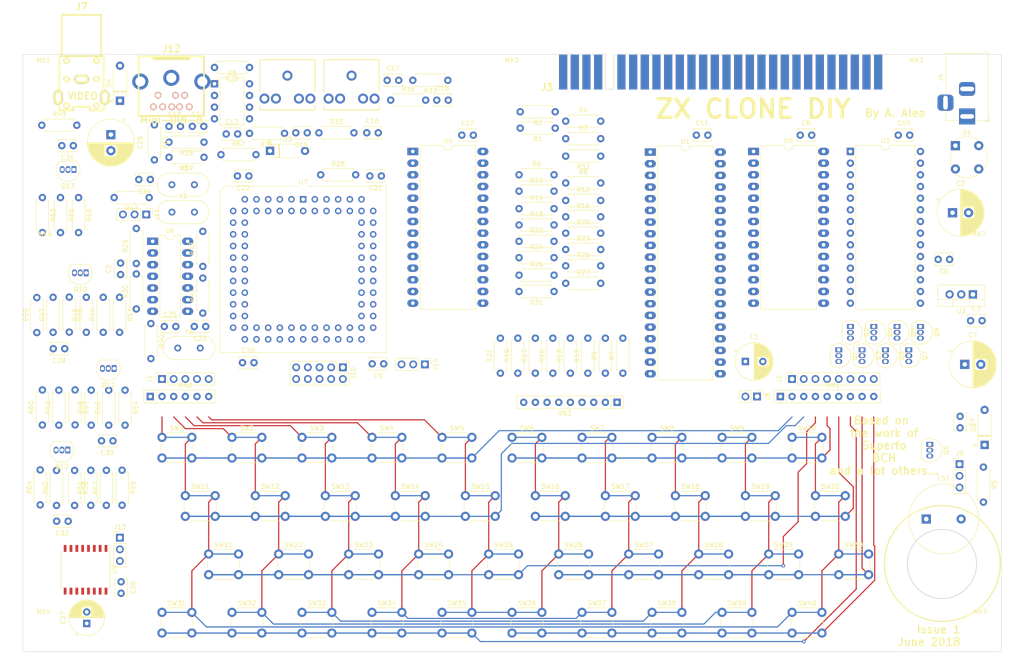
<source format=kicad_pcb>
(kicad_pcb (version 20171130) (host pcbnew 5.0.0-rc2-be01b52~65~ubuntu18.04.1)
  (layers (0 F.Cu signal) (31 B.Cu signal) (34 B.Paste user) (35 F.Paste user) (36 B.SilkS user) (37 F.SilkS user) (38 B.Mask user) (39 F.Mask user) (44 Edge.Cuts user))
  (net 0 "")
  (net 1 BUSACK)
  (net 2 ~RESET)
  (net 3 BUSRQ)
  (net 4 RFSH)
  (net 5 M1)
  (net 6 WAIT)
  (net 7 WR)
  (net 8 GND)
  (net 9 CLK)
  (net 10 +5V)
  (net 11 RD)
  (net 12 IORQ)
  (net 13 MREQ)
  (net 14 HALT)
  (net 15 NMI)
  (net 16 INT)
  (net 17 S0)
  (net 18 S1)
  (net 19 S2)
  (net 20 S3)
  (net 21 S4)
  (net 22 S5)
  (net 23 S6)
  (net 24 S7)
  (net 25 A11)
  (net 26 A9)
  (net 27 A10)
  (net 28 A8)
  (net 29 A12)
  (net 30 A14)
  (net 31 A13)
  (net 32 A15)
  (net 33 KB0)
  (net 34 KB1)
  (net 35 KB2)
  (net 36 KB3)
  (net 37 KB4)
  (net 38 +9V)
  (net 39 "Net-(D1-Pad4)")
  (net 40 "Net-(D1-Pad3)")
  (net 41 "Net-(C4-Pad2)")
  (net 42 "Net-(D2-Pad1)")
  (net 43 "Net-(J9-Pad1)")
  (net 44 "Net-(J9-Pad2)")
  (net 45 D3)
  (net 46 D4)
  (net 47 A7)
  (net 48 D5)
  (net 49 A6)
  (net 50 D6)
  (net 51 A5)
  (net 52 D7)
  (net 53 A4)
  (net 54 A3)
  (net 55 A2)
  (net 56 A1)
  (net 57 A0)
  (net 58 D0)
  (net 59 D1)
  (net 60 D2)
  (net 61 VA0)
  (net 62 VD0)
  (net 63 VA1)
  (net 64 VD1)
  (net 65 VA2)
  (net 66 VD2)
  (net 67 VA3)
  (net 68 VD3)
  (net 69 VA4)
  (net 70 VD4)
  (net 71 VA5)
  (net 72 VD5)
  (net 73 VA6)
  (net 74 VD6)
  (net 75 VA7)
  (net 76 VD7)
  (net 77 VA8)
  (net 78 VA9)
  (net 79 VA10)
  (net 80 VA11)
  (net 81 VA12)
  (net 82 VA13)
  (net 83 EAR)
  (net 84 "Net-(C5-Pad1)")
  (net 85 "Net-(C5-Pad2)")
  (net 86 /ula/TCK)
  (net 87 /ula/TDO)
  (net 88 /ula/TMS)
  (net 89 /ula/TDI)
  (net 90 "Net-(R29-Pad2)")
  (net 91 "Net-(R30-Pad1)")
  (net 92 CLK14)
  (net 93 ROM_CS)
  (net 94 IORQULA)
  (net 95 CLK_B)
  (net 96 "Net-(R31-Pad2)")
  (net 97 "Net-(R32-Pad2)")
  (net 98 VRAM_CS)
  (net 99 VRAM_RD)
  (net 100 VRAM_WR)
  (net 101 RAM_CS)
  (net 102 "Net-(C14-Pad1)")
  (net 103 "Net-(C14-Pad2)")
  (net 104 "Net-(C15-Pad1)")
  (net 105 "Net-(C16-Pad1)")
  (net 106 "Net-(C17-Pad2)")
  (net 107 "Net-(C17-Pad1)")
  (net 108 "Net-(C19-Pad1)")
  (net 109 SPK)
  (net 110 "Net-(R35-Pad1)")
  (net 111 MIC)
  (net 112 "Net-(C23-Pad1)")
  (net 113 "Net-(C23-Pad2)")
  (net 114 "Net-(C24-Pad2)")
  (net 115 "Net-(J11-Pad1)")
  (net 116 "Net-(R41-Pad2)")
  (net 117 "Net-(R42-Pad1)")
  (net 118 bright)
  (net 119 red)
  (net 120 blue)
  (net 121 green)
  (net 122 sync)
  (net 123 "Net-(C28-Pad2)")
  (net 124 "Net-(C28-Pad1)")
  (net 125 "Net-(C29-Pad1)")
  (net 126 "Net-(C29-Pad2)")
  (net 127 "Net-(C30-Pad1)")
  (net 128 "Net-(C30-Pad2)")
  (net 129 "Net-(C32-Pad1)")
  (net 130 "Net-(C32-Pad2)")
  (net 131 "Net-(D4-Pad1)")
  (net 132 P-N_CLK)
  (net 133 P-N_VCHIP)
  (net 134 P-N_ULA)
  (net 135 "Net-(Q10-Pad2)")
  (net 136 R)
  (net 137 G)
  (net 138 "Net-(Q11-Pad2)")
  (net 139 "Net-(Q12-Pad2)")
  (net 140 B)
  (net 141 "Net-(Q13-Pad3)")
  (net 142 "Net-(Q13-Pad2)")
  (net 143 AUDIO_OUT)
  (net 144 "Net-(J7-Pad1)")
  (net 145 "Net-(J12-Pad6)")
  (net 146 "Net-(J12-Pad7)")
  (net 147 "Net-(J12-Pad8)")
  (net 148 "Net-(J12-Pad3)")
  (net 149 "Net-(J12-Pad4)")
  (module SINCLAIR:AUDIO-JACK (layer F.Cu) (at 100.965 27.94 270)
    (fp_text reference J6 (at -1.27 -2.54 270) (layer F.SilkS) (effects (font (size 0.38608 0.38608) (thickness 0.032512)) (justify right top)))
    (fp_text value MIC (at -1.27 -1.27 270) (layer F.SilkS) (effects (font (size 0.38608 0.38608) (thickness 0.032512)) (justify right top)))
    (pad "" np_thru_hole circle (at 5 0 270) (size 1.2 1.2) (drill 1.2) (layers *.Cu))
    (pad "" np_thru_hole circle (at 0 5 270) (size 1.2 1.2) (drill 1.2) (layers *.Cu))
    (pad "" np_thru_hole circle (at -2.5 5 270) (size 1.2 1.2) (drill 1.2) (layers *.Cu))
    (pad "" np_thru_hole circle (at -2.5 -5 270) (size 1.2 1.2) (drill 1.2) (layers *.Cu))
    (pad "" np_thru_hole circle (at 0 -5 270) (size 1.2 1.2) (drill 1.2) (layers *.Cu))
    (pad TIP thru_hole circle (at 5 5 270) (size 2.1844 2.1844) (drill 1.3) (layers *.Cu *.Mask))
    (pad TSH thru_hole circle (at 5 2.5 270) (size 2.1844 2.1844) (drill 1.3) (layers *.Cu *.Mask))
    (pad RING thru_hole circle (at 5 -5 270) (size 2.1844 2.1844) (drill 1.3) (layers *.Cu *.Mask))
    (pad RSH thru_hole circle (at 5 -2.5 270) (size 2.1844 2.1844) (drill 1.3) (layers *.Cu *.Mask))
    (pad SLEEVE thru_hole circle (at 0 0 270) (size 2.1844 2.1844) (drill 1.3) (layers *.Cu *.Mask))
  )
  (module SINCLAIR:AUDIO-JACK (layer F.Cu) (at 86.995 27.94 270)
    (fp_text reference J5 (at -1.27 -2.54 270) (layer F.SilkS) (effects (font (size 0.38608 0.38608) (thickness 0.032512)) (justify right top)))
    (fp_text value EAR (at -1.27 -1.27 270) (layer F.SilkS) (effects (font (size 0.38608 0.38608) (thickness 0.032512)) (justify right top)))
    (pad "" np_thru_hole circle (at 5 0 270) (size 1.2 1.2) (drill 1.2) (layers *.Cu))
    (pad "" np_thru_hole circle (at 0 5 270) (size 1.2 1.2) (drill 1.2) (layers *.Cu))
    (pad "" np_thru_hole circle (at -2.5 5 270) (size 1.2 1.2) (drill 1.2) (layers *.Cu))
    (pad "" np_thru_hole circle (at -2.5 -5 270) (size 1.2 1.2) (drill 1.2) (layers *.Cu))
    (pad "" np_thru_hole circle (at 0 -5 270) (size 1.2 1.2) (drill 1.2) (layers *.Cu))
    (pad TIP thru_hole circle (at 5 5 270) (size 2.1844 2.1844) (drill 1.3) (layers *.Cu *.Mask))
    (pad TSH thru_hole circle (at 5 2.5 270) (size 2.1844 2.1844) (drill 1.3) (layers *.Cu *.Mask))
    (pad RING thru_hole circle (at 5 -5 270) (size 2.1844 2.1844) (drill 1.3) (layers *.Cu *.Mask))
    (pad RSH thru_hole circle (at 5 -2.5 270) (size 2.1844 2.1844) (drill 1.3) (layers *.Cu *.Mask))
    (pad SLEEVE thru_hole circle (at 0 0 270) (size 2.1844 2.1844) (drill 1.3) (layers *.Cu *.Mask))
  )
  (module MountingHole:MountingHole_3.2mm_M3 (layer F.Cu) (at 223.901 28.829)
    (fp_text reference MK3 (at 0 -4.2) (layer F.SilkS))
    (fp_text value MountingHole_3.2mm_M3)
    (pad 1 np_thru_hole circle (at 0 0) (size 3.2 3.2) (drill 3.2) (layers *.Cu *.Mask))
  )
  (module MountingHole:MountingHole_3.2mm_M3 (layer F.Cu) (at 135.89 28.829)
    (fp_text reference MK2 (at 0 -4.2) (layer F.SilkS))
    (fp_text value MountingHole_3.2mm_M3)
    (pad 1 np_thru_hole circle (at 0 0) (size 3.2 3.2) (drill 3.2) (layers *.Cu *.Mask))
  )
  (module MountingHole:MountingHole_3.2mm_M3 (layer F.Cu) (at 33.909 28.829)
    (fp_text reference MK1 (at 0 -4.2) (layer F.SilkS))
    (fp_text value MountingHole_3.2mm_M3)
    (pad 1 np_thru_hole circle (at 0 0) (size 3.2 3.2) (drill 3.2) (layers *.Cu *.Mask))
  )
  (module MountingHole:MountingHole_3.2mm_M3 (layer F.Cu) (at 33.909 148.844)
    (fp_text reference MK4 (at 0 -4.2) (layer F.SilkS))
    (fp_text value MountingHole_3.2mm_M3)
    (pad 1 np_thru_hole circle (at 0 0) (size 3.2 3.2) (drill 3.2) (layers *.Cu *.Mask))
  )
  (module MountingHole:MountingHole_4.5mm (layer F.Cu) (at 237.49 67.945)
    (fp_text reference MK7 (at 0 -5.5) (layer F.SilkS))
    (fp_text value MountingHole_4.5mm)
    (pad 1 np_thru_hole circle (at 0 0) (size 4.5 4.5) (drill 4.5) (layers *.Cu *.Mask))
  )
  (module Crystal:Crystal_HC18-U_Vertical (layer F.Cu) (at 61.849 57.658)
    (fp_text reference Y1 (at 2.45 -3.525) (layer F.SilkS))
    (fp_text value 14.000Mhz)
    (pad 2 thru_hole circle (at 4.9 0) (size 1.5 1.5) (drill 0.8) (layers *.Cu *.Mask) (net 91 "Net-(R30-Pad1)"))
    (pad 1 thru_hole circle (at 0 0) (size 1.5 1.5) (drill 0.8) (layers *.Cu *.Mask) (net 90 "Net-(R29-Pad2)"))
  )
  (module SINCLAIR:ZX_EDGE (layer F.Cu) (at 181.302 27.15448)
    (fp_text reference J3 (at -37.792 3.32552) (layer F.SilkS) (effects (font (size 1.524 1.524) (thickness 0.3048))))
    (fp_text value ZX_Spectrum_Connector_plus3_SORTED hide)
    (pad A28 connect rect (at 34.29 0) (size 1.778 7.62) (layers B.Cu B.Mask) (net 25 A11))
    (pad A27 connect rect (at 31.75 0) (size 1.778 7.62) (layers B.Cu B.Mask) (net 26 A9))
    (pad A26 connect rect (at 29.21 0) (size 1.778 7.62) (layers B.Cu B.Mask) (net 1 BUSACK))
    (pad A25 connect rect (at 26.67 0) (size 1.778 7.62) (layers B.Cu B.Mask) (net 93 ROM_CS))
    (pad A24 connect rect (at 24.13 0) (size 1.778 7.62) (layers B.Cu B.Mask) (net 53 A4))
    (pad A23 connect rect (at 21.59 0) (size 1.778 7.62) (layers B.Cu B.Mask) (net 51 A5))
    (pad A22 connect rect (at 19.05 0) (size 1.778 7.62) (layers B.Cu B.Mask) (net 49 A6))
    (pad A21 connect rect (at 16.51 0) (size 1.778 7.62) (layers B.Cu B.Mask) (net 47 A7))
    (pad A20 connect rect (at 13.97 0) (size 1.778 7.62) (layers B.Cu B.Mask) (net 2 ~RESET))
    (pad A19 connect rect (at 11.43 0) (size 1.778 7.62) (layers B.Cu B.Mask) (net 3 BUSRQ))
    (pad B28 connect rect (at 34.29 0) (size 1.778 7.62) (layers F.Cu F.Mask))
    (pad B27 connect rect (at 31.75 0) (size 1.778 7.62) (layers F.Cu F.Mask) (net 27 A10))
    (pad B26 connect rect (at 29.21 0) (size 1.778 7.62) (layers F.Cu F.Mask) (net 28 A8))
    (pad B25 connect rect (at 26.67 0) (size 1.778 7.62) (layers F.Cu F.Mask) (net 4 RFSH))
    (pad B24 connect rect (at 24.13 0) (size 1.778 7.62) (layers F.Cu F.Mask) (net 5 M1))
    (pad B23 connect rect (at 21.59 0) (size 1.778 7.62) (layers F.Cu F.Mask))
    (pad B22 connect rect (at 19.05 0) (size 1.778 7.62) (layers F.Cu F.Mask))
    (pad B21 connect rect (at 16.51 0) (size 1.778 7.62) (layers F.Cu F.Mask) (net 6 WAIT))
    (pad B20 connect rect (at 13.97 0) (size 1.778 7.62) (layers F.Cu F.Mask))
    (pad B19 connect rect (at 11.43 0) (size 1.778 7.62) (layers F.Cu F.Mask) (net 7 WR))
    (pad A18 connect rect (at 8.89 0) (size 1.778 7.62) (layers B.Cu B.Mask))
    (pad A17 connect rect (at 6.35 0) (size 1.778 7.62) (layers B.Cu B.Mask))
    (pad A16 connect rect (at 3.81 0) (size 1.778 7.62) (layers B.Cu B.Mask))
    (pad A15 connect rect (at 1.27 0) (size 1.778 7.62) (layers B.Cu B.Mask))
    (pad A14 connect rect (at -1.27 0) (size 1.778 7.62) (layers B.Cu B.Mask) (net 8 GND))
    (pad A13 connect rect (at -3.81 0) (size 1.778 7.62) (layers B.Cu B.Mask) (net 94 IORQULA))
    (pad A12 connect rect (at -6.35 0) (size 1.778 7.62) (layers B.Cu B.Mask) (net 54 A3))
    (pad A11 connect rect (at -8.89 0) (size 1.778 7.62) (layers B.Cu B.Mask) (net 55 A2))
    (pad A10 connect rect (at -11.43 0) (size 1.778 7.62) (layers B.Cu B.Mask) (net 56 A1))
    (pad A9 connect rect (at -13.97 0) (size 1.778 7.62) (layers B.Cu B.Mask) (net 57 A0))
    (pad A8 connect rect (at -16.51 0) (size 1.778 7.62) (layers B.Cu B.Mask) (net 95 CLK_B))
    (pad A7 connect rect (at -19.05 0) (size 1.778 7.62) (layers B.Cu B.Mask) (net 8 GND))
    (pad A6 connect rect (at -21.59 0) (size 1.778 7.62) (layers B.Cu B.Mask) (net 8 GND))
    (pad A4 connect rect (at -26.67 0) (size 1.778 7.62) (layers B.Cu B.Mask) (net 38 +9V))
    (pad A3 connect rect (at -29.21 0) (size 1.778 7.62) (layers B.Cu B.Mask) (net 10 +5V))
    (pad A2 connect rect (at -31.75 0) (size 1.778 7.62) (layers B.Cu B.Mask) (net 29 A12))
    (pad A1 connect rect (at -34.29 0) (size 1.778 7.62) (layers B.Cu B.Mask) (net 30 A14))
    (pad B18 connect rect (at 8.89 0) (size 1.778 7.62) (layers F.Cu F.Mask) (net 11 RD))
    (pad B17 connect rect (at 6.35 0) (size 1.778 7.62) (layers F.Cu F.Mask) (net 12 IORQ))
    (pad B16 connect rect (at 3.81 0) (size 1.778 7.62) (layers F.Cu F.Mask) (net 13 MREQ))
    (pad B15 connect rect (at 1.27 0) (size 1.778 7.62) (layers F.Cu F.Mask) (net 14 HALT))
    (pad B14 connect rect (at -1.27 0) (size 1.778 7.62) (layers F.Cu F.Mask) (net 15 NMI))
    (pad B13 connect rect (at -3.81 0) (size 1.778 7.62) (layers F.Cu F.Mask) (net 16 INT))
    (pad B12 connect rect (at -6.35 0) (size 1.778 7.62) (layers F.Cu F.Mask) (net 46 D4))
    (pad B11 connect rect (at -8.89 0) (size 1.778 7.62) (layers F.Cu F.Mask) (net 45 D3))
    (pad B10 connect rect (at -11.43 0) (size 1.778 7.62) (layers F.Cu F.Mask) (net 48 D5))
    (pad B9 connect rect (at -13.97 0) (size 1.778 7.62) (layers F.Cu F.Mask) (net 50 D6))
    (pad B8 connect rect (at -16.51 0) (size 1.778 7.62) (layers F.Cu F.Mask) (net 60 D2))
    (pad B7 connect rect (at -19.05 0) (size 1.778 7.62) (layers F.Cu F.Mask) (net 59 D1))
    (pad B6 connect rect (at -21.59 0) (size 1.778 7.62) (layers F.Cu F.Mask) (net 58 D0))
    (pad B4 connect rect (at -26.67 0) (size 1.778 7.62) (layers F.Cu F.Mask))
    (pad B3 connect rect (at -29.21 0) (size 1.778 7.62) (layers F.Cu F.Mask) (net 52 D7))
    (pad B2 connect rect (at -31.75 0) (size 1.778 7.62) (layers F.Cu F.Mask) (net 31 A13))
    (pad B1 connect rect (at -34.29 0) (size 1.778 7.62) (layers F.Cu F.Mask) (net 32 A15))
  )
  (module Package_DIP:DIP-40_W15.24mm_LongPads (layer F.Cu) (at 165.989 44.577)
    (fp_text reference U1 (at 7.62 -2.33) (layer F.SilkS))
    (fp_text value Z80CPU)
    (pad 1 thru_hole rect (at 0 0) (size 2.4 1.6) (drill 0.8) (layers *.Cu *.Mask) (net 25 A11))
    (pad 21 thru_hole oval (at 15.24 48.26) (size 2.4 1.6) (drill 0.8) (layers *.Cu *.Mask) (net 11 RD))
    (pad 2 thru_hole oval (at 0 2.54) (size 2.4 1.6) (drill 0.8) (layers *.Cu *.Mask) (net 29 A12))
    (pad 22 thru_hole oval (at 15.24 45.72) (size 2.4 1.6) (drill 0.8) (layers *.Cu *.Mask) (net 7 WR))
    (pad 3 thru_hole oval (at 0 5.08) (size 2.4 1.6) (drill 0.8) (layers *.Cu *.Mask) (net 31 A13))
    (pad 23 thru_hole oval (at 15.24 43.18) (size 2.4 1.6) (drill 0.8) (layers *.Cu *.Mask) (net 1 BUSACK))
    (pad 4 thru_hole oval (at 0 7.62) (size 2.4 1.6) (drill 0.8) (layers *.Cu *.Mask) (net 30 A14))
    (pad 24 thru_hole oval (at 15.24 40.64) (size 2.4 1.6) (drill 0.8) (layers *.Cu *.Mask) (net 6 WAIT))
    (pad 5 thru_hole oval (at 0 10.16) (size 2.4 1.6) (drill 0.8) (layers *.Cu *.Mask) (net 32 A15))
    (pad 25 thru_hole oval (at 15.24 38.1) (size 2.4 1.6) (drill 0.8) (layers *.Cu *.Mask) (net 3 BUSRQ))
    (pad 6 thru_hole oval (at 0 12.7) (size 2.4 1.6) (drill 0.8) (layers *.Cu *.Mask) (net 9 CLK))
    (pad 26 thru_hole oval (at 15.24 35.56) (size 2.4 1.6) (drill 0.8) (layers *.Cu *.Mask) (net 2 ~RESET))
    (pad 7 thru_hole oval (at 0 15.24) (size 2.4 1.6) (drill 0.8) (layers *.Cu *.Mask) (net 46 D4))
    (pad 27 thru_hole oval (at 15.24 33.02) (size 2.4 1.6) (drill 0.8) (layers *.Cu *.Mask) (net 5 M1))
    (pad 8 thru_hole oval (at 0 17.78) (size 2.4 1.6) (drill 0.8) (layers *.Cu *.Mask) (net 45 D3))
    (pad 28 thru_hole oval (at 15.24 30.48) (size 2.4 1.6) (drill 0.8) (layers *.Cu *.Mask) (net 4 RFSH))
    (pad 9 thru_hole oval (at 0 20.32) (size 2.4 1.6) (drill 0.8) (layers *.Cu *.Mask) (net 48 D5))
    (pad 29 thru_hole oval (at 15.24 27.94) (size 2.4 1.6) (drill 0.8) (layers *.Cu *.Mask) (net 8 GND))
    (pad 10 thru_hole oval (at 0 22.86) (size 2.4 1.6) (drill 0.8) (layers *.Cu *.Mask) (net 50 D6))
    (pad 30 thru_hole oval (at 15.24 25.4) (size 2.4 1.6) (drill 0.8) (layers *.Cu *.Mask) (net 57 A0))
    (pad 11 thru_hole oval (at 0 25.4) (size 2.4 1.6) (drill 0.8) (layers *.Cu *.Mask) (net 10 +5V))
    (pad 31 thru_hole oval (at 15.24 22.86) (size 2.4 1.6) (drill 0.8) (layers *.Cu *.Mask) (net 56 A1))
    (pad 12 thru_hole oval (at 0 27.94) (size 2.4 1.6) (drill 0.8) (layers *.Cu *.Mask) (net 60 D2))
    (pad 32 thru_hole oval (at 15.24 20.32) (size 2.4 1.6) (drill 0.8) (layers *.Cu *.Mask) (net 55 A2))
    (pad 13 thru_hole oval (at 0 30.48) (size 2.4 1.6) (drill 0.8) (layers *.Cu *.Mask) (net 52 D7))
    (pad 33 thru_hole oval (at 15.24 17.78) (size 2.4 1.6) (drill 0.8) (layers *.Cu *.Mask) (net 54 A3))
    (pad 14 thru_hole oval (at 0 33.02) (size 2.4 1.6) (drill 0.8) (layers *.Cu *.Mask) (net 58 D0))
    (pad 34 thru_hole oval (at 15.24 15.24) (size 2.4 1.6) (drill 0.8) (layers *.Cu *.Mask) (net 53 A4))
    (pad 15 thru_hole oval (at 0 35.56) (size 2.4 1.6) (drill 0.8) (layers *.Cu *.Mask) (net 59 D1))
    (pad 35 thru_hole oval (at 15.24 12.7) (size 2.4 1.6) (drill 0.8) (layers *.Cu *.Mask) (net 51 A5))
    (pad 16 thru_hole oval (at 0 38.1) (size 2.4 1.6) (drill 0.8) (layers *.Cu *.Mask) (net 16 INT))
    (pad 36 thru_hole oval (at 15.24 10.16) (size 2.4 1.6) (drill 0.8) (layers *.Cu *.Mask) (net 49 A6))
    (pad 17 thru_hole oval (at 0 40.64) (size 2.4 1.6) (drill 0.8) (layers *.Cu *.Mask) (net 15 NMI))
    (pad 37 thru_hole oval (at 15.24 7.62) (size 2.4 1.6) (drill 0.8) (layers *.Cu *.Mask) (net 47 A7))
    (pad 18 thru_hole oval (at 0 43.18) (size 2.4 1.6) (drill 0.8) (layers *.Cu *.Mask) (net 14 HALT))
    (pad 38 thru_hole oval (at 15.24 5.08) (size 2.4 1.6) (drill 0.8) (layers *.Cu *.Mask) (net 28 A8))
    (pad 19 thru_hole oval (at 0 45.72) (size 2.4 1.6) (drill 0.8) (layers *.Cu *.Mask) (net 13 MREQ))
    (pad 39 thru_hole oval (at 15.24 2.54) (size 2.4 1.6) (drill 0.8) (layers *.Cu *.Mask) (net 26 A9))
    (pad 20 thru_hole oval (at 0 48.26) (size 2.4 1.6) (drill 0.8) (layers *.Cu *.Mask) (net 12 IORQ))
    (pad 40 thru_hole oval (at 15.24 0) (size 2.4 1.6) (drill 0.8) (layers *.Cu *.Mask) (net 27 A10))
  )
  (module Capacitor_THT:CP_Radial_D8.0mm_P3.80mm (layer F.Cu) (at 186.69 90.17)
    (fp_text reference C1 (at 1.9 -5.37) (layer F.SilkS))
    (fp_text value CP)
    (pad 1 thru_hole rect (at 0 0) (size 1.6 1.6) (drill 0.8) (layers *.Cu *.Mask) (net 2 ~RESET))
    (pad 2 thru_hole circle (at 3.8 0) (size 1.6 1.6) (drill 0.8) (layers *.Cu *.Mask) (net 8 GND))
  )
  (module Package_TO_SOT_THT:TO-92_Inline (layer F.Cu) (at 207.01 87.63 270)
    (fp_text reference Q1 (at 1.27 -3.56 270) (layer F.SilkS))
    (fp_text value BC557)
    (pad 1 thru_hole rect (at 0 0 270) (size 1.05 1.5) (drill 0.75) (layers *.Cu *.Mask) (net 8 GND))
    (pad 3 thru_hole oval (at 2.54 0 270) (size 1.05 1.5) (drill 0.75) (layers *.Cu *.Mask) (net 17 S0))
    (pad 2 thru_hole oval (at 1.27 0 270) (size 1.05 1.5) (drill 0.75) (layers *.Cu *.Mask) (net 25 A11))
  )
  (module Package_TO_SOT_THT:TO-92_Inline (layer F.Cu) (at 209.55 82.55 270)
    (fp_text reference Q2 (at 1.27 -3.56 270) (layer F.SilkS))
    (fp_text value BC557)
    (pad 2 thru_hole oval (at 1.27 0 270) (size 1.05 1.5) (drill 0.75) (layers *.Cu *.Mask) (net 27 A10))
    (pad 3 thru_hole oval (at 2.54 0 270) (size 1.05 1.5) (drill 0.75) (layers *.Cu *.Mask) (net 18 S1))
    (pad 1 thru_hole rect (at 0 0 270) (size 1.05 1.5) (drill 0.75) (layers *.Cu *.Mask) (net 8 GND))
  )
  (module Package_TO_SOT_THT:TO-92_Inline (layer F.Cu) (at 212.09 87.63 270)
    (fp_text reference Q3 (at 1.27 -3.56 270) (layer F.SilkS))
    (fp_text value BC557)
    (pad 1 thru_hole rect (at 0 0 270) (size 1.05 1.5) (drill 0.75) (layers *.Cu *.Mask) (net 8 GND))
    (pad 3 thru_hole oval (at 2.54 0 270) (size 1.05 1.5) (drill 0.75) (layers *.Cu *.Mask) (net 19 S2))
    (pad 2 thru_hole oval (at 1.27 0 270) (size 1.05 1.5) (drill 0.75) (layers *.Cu *.Mask) (net 26 A9))
  )
  (module Package_TO_SOT_THT:TO-92_Inline (layer F.Cu) (at 214.63 82.55 270)
    (fp_text reference Q4 (at 1.27 -3.56 270) (layer F.SilkS))
    (fp_text value BC557)
    (pad 2 thru_hole oval (at 1.27 0 270) (size 1.05 1.5) (drill 0.75) (layers *.Cu *.Mask) (net 29 A12))
    (pad 3 thru_hole oval (at 2.54 0 270) (size 1.05 1.5) (drill 0.75) (layers *.Cu *.Mask) (net 20 S3))
    (pad 1 thru_hole rect (at 0 0 270) (size 1.05 1.5) (drill 0.75) (layers *.Cu *.Mask) (net 8 GND))
  )
  (module Package_TO_SOT_THT:TO-92_Inline (layer F.Cu) (at 217.17 87.63 270)
    (fp_text reference Q5 (at 1.27 -3.56 270) (layer F.SilkS))
    (fp_text value BC557)
    (pad 1 thru_hole rect (at 0 0 270) (size 1.05 1.5) (drill 0.75) (layers *.Cu *.Mask) (net 8 GND))
    (pad 3 thru_hole oval (at 2.54 0 270) (size 1.05 1.5) (drill 0.75) (layers *.Cu *.Mask) (net 21 S4))
    (pad 2 thru_hole oval (at 1.27 0 270) (size 1.05 1.5) (drill 0.75) (layers *.Cu *.Mask) (net 31 A13))
  )
  (module Package_TO_SOT_THT:TO-92_Inline (layer F.Cu) (at 219.71 82.55 270)
    (fp_text reference Q6 (at 1.27 -3.56 270) (layer F.SilkS))
    (fp_text value BC557)
    (pad 2 thru_hole oval (at 1.27 0 270) (size 1.05 1.5) (drill 0.75) (layers *.Cu *.Mask) (net 28 A8))
    (pad 3 thru_hole oval (at 2.54 0 270) (size 1.05 1.5) (drill 0.75) (layers *.Cu *.Mask) (net 22 S5))
    (pad 1 thru_hole rect (at 0 0 270) (size 1.05 1.5) (drill 0.75) (layers *.Cu *.Mask) (net 8 GND))
  )
  (module Package_TO_SOT_THT:TO-92_Inline (layer F.Cu) (at 222.25 87.63 270)
    (fp_text reference Q7 (at 1.27 -3.56 270) (layer F.SilkS))
    (fp_text value BC557)
    (pad 1 thru_hole rect (at 0 0 270) (size 1.05 1.5) (drill 0.75) (layers *.Cu *.Mask) (net 8 GND))
    (pad 3 thru_hole oval (at 2.54 0 270) (size 1.05 1.5) (drill 0.75) (layers *.Cu *.Mask) (net 23 S6))
    (pad 2 thru_hole oval (at 1.27 0 270) (size 1.05 1.5) (drill 0.75) (layers *.Cu *.Mask) (net 30 A14))
  )
  (module Package_TO_SOT_THT:TO-92_Inline (layer F.Cu) (at 224.79 82.55 270)
    (fp_text reference Q8 (at 1.27 -3.56 270) (layer F.SilkS))
    (fp_text value BC557)
    (pad 2 thru_hole oval (at 1.27 0 270) (size 1.05 1.5) (drill 0.75) (layers *.Cu *.Mask) (net 32 A15))
    (pad 3 thru_hole oval (at 2.54 0 270) (size 1.05 1.5) (drill 0.75) (layers *.Cu *.Mask) (net 24 S7))
    (pad 1 thru_hole rect (at 0 0 270) (size 1.05 1.5) (drill 0.75) (layers *.Cu *.Mask) (net 8 GND))
  )
  (module Button_Switch_THT:SW_PUSH_6mm_H5mm (layer F.Cu) (at 59.69 106.68)
    (fp_text reference SW1 (at 3.25 -2) (layer F.SilkS))
    (fp_text value KEY_1)
    (pad 2 thru_hole circle (at 0 4.5 90) (size 2 2) (drill 1.1) (layers *.Cu *.Mask) (net 17 S0))
    (pad 1 thru_hole circle (at 0 0 90) (size 2 2) (drill 1.1) (layers *.Cu *.Mask) (net 33 KB0))
    (pad 2 thru_hole circle (at 6.5 4.5 90) (size 2 2) (drill 1.1) (layers *.Cu *.Mask) (net 17 S0))
    (pad 1 thru_hole circle (at 6.5 0 90) (size 2 2) (drill 1.1) (layers *.Cu *.Mask) (net 33 KB0))
  )
  (module Button_Switch_THT:SW_PUSH_6mm_H5mm (layer F.Cu) (at 74.93 106.68)
    (fp_text reference SW2 (at 3.25 -2) (layer F.SilkS))
    (fp_text value KEY_2)
    (pad 1 thru_hole circle (at 6.5 0 90) (size 2 2) (drill 1.1) (layers *.Cu *.Mask) (net 34 KB1))
    (pad 2 thru_hole circle (at 6.5 4.5 90) (size 2 2) (drill 1.1) (layers *.Cu *.Mask) (net 17 S0))
    (pad 1 thru_hole circle (at 0 0 90) (size 2 2) (drill 1.1) (layers *.Cu *.Mask) (net 34 KB1))
    (pad 2 thru_hole circle (at 0 4.5 90) (size 2 2) (drill 1.1) (layers *.Cu *.Mask) (net 17 S0))
  )
  (module Button_Switch_THT:SW_PUSH_6mm_H5mm (layer F.Cu) (at 90.17 106.68)
    (fp_text reference SW3 (at 3.25 -2) (layer F.SilkS))
    (fp_text value KEY_3)
    (pad 2 thru_hole circle (at 0 4.5 90) (size 2 2) (drill 1.1) (layers *.Cu *.Mask) (net 17 S0))
    (pad 1 thru_hole circle (at 0 0 90) (size 2 2) (drill 1.1) (layers *.Cu *.Mask) (net 35 KB2))
    (pad 2 thru_hole circle (at 6.5 4.5 90) (size 2 2) (drill 1.1) (layers *.Cu *.Mask) (net 17 S0))
    (pad 1 thru_hole circle (at 6.5 0 90) (size 2 2) (drill 1.1) (layers *.Cu *.Mask) (net 35 KB2))
  )
  (module Button_Switch_THT:SW_PUSH_6mm_H5mm (layer F.Cu) (at 105.41 106.68)
    (fp_text reference SW4 (at 3.25 -2) (layer F.SilkS))
    (fp_text value KEY_4)
    (pad 1 thru_hole circle (at 6.5 0 90) (size 2 2) (drill 1.1) (layers *.Cu *.Mask) (net 36 KB3))
    (pad 2 thru_hole circle (at 6.5 4.5 90) (size 2 2) (drill 1.1) (layers *.Cu *.Mask) (net 17 S0))
    (pad 1 thru_hole circle (at 0 0 90) (size 2 2) (drill 1.1) (layers *.Cu *.Mask) (net 36 KB3))
    (pad 2 thru_hole circle (at 0 4.5 90) (size 2 2) (drill 1.1) (layers *.Cu *.Mask) (net 17 S0))
  )
  (module Button_Switch_THT:SW_PUSH_6mm_H5mm (layer F.Cu) (at 120.65 106.68)
    (fp_text reference SW5 (at 3.25 -2) (layer F.SilkS))
    (fp_text value KEY_5)
    (pad 2 thru_hole circle (at 0 4.5 90) (size 2 2) (drill 1.1) (layers *.Cu *.Mask) (net 17 S0))
    (pad 1 thru_hole circle (at 0 0 90) (size 2 2) (drill 1.1) (layers *.Cu *.Mask) (net 37 KB4))
    (pad 2 thru_hole circle (at 6.5 4.5 90) (size 2 2) (drill 1.1) (layers *.Cu *.Mask) (net 17 S0))
    (pad 1 thru_hole circle (at 6.5 0 90) (size 2 2) (drill 1.1) (layers *.Cu *.Mask) (net 37 KB4))
  )
  (module Button_Switch_THT:SW_PUSH_6mm_H5mm (layer F.Cu) (at 135.89 106.68)
    (fp_text reference SW6 (at 3.25 -2) (layer F.SilkS))
    (fp_text value KEY_6)
    (pad 2 thru_hole circle (at 0 4.5 90) (size 2 2) (drill 1.1) (layers *.Cu *.Mask) (net 20 S3))
    (pad 1 thru_hole circle (at 0 0 90) (size 2 2) (drill 1.1) (layers *.Cu *.Mask) (net 37 KB4))
    (pad 2 thru_hole circle (at 6.5 4.5 90) (size 2 2) (drill 1.1) (layers *.Cu *.Mask) (net 20 S3))
    (pad 1 thru_hole circle (at 6.5 0 90) (size 2 2) (drill 1.1) (layers *.Cu *.Mask) (net 37 KB4))
  )
  (module Button_Switch_THT:SW_PUSH_6mm_H5mm (layer F.Cu) (at 151.13 106.68)
    (fp_text reference SW7 (at 3.25 -2) (layer F.SilkS))
    (fp_text value KEY_7)
    (pad 1 thru_hole circle (at 6.5 0 90) (size 2 2) (drill 1.1) (layers *.Cu *.Mask) (net 36 KB3))
    (pad 2 thru_hole circle (at 6.5 4.5 90) (size 2 2) (drill 1.1) (layers *.Cu *.Mask) (net 20 S3))
    (pad 1 thru_hole circle (at 0 0 90) (size 2 2) (drill 1.1) (layers *.Cu *.Mask) (net 36 KB3))
    (pad 2 thru_hole circle (at 0 4.5 90) (size 2 2) (drill 1.1) (layers *.Cu *.Mask) (net 20 S3))
  )
  (module Button_Switch_THT:SW_PUSH_6mm_H5mm (layer F.Cu) (at 166.37 106.68)
    (fp_text reference SW8 (at 3.25 -2) (layer F.SilkS))
    (fp_text value KEY_8)
    (pad 2 thru_hole circle (at 0 4.5 90) (size 2 2) (drill 1.1) (layers *.Cu *.Mask) (net 20 S3))
    (pad 1 thru_hole circle (at 0 0 90) (size 2 2) (drill 1.1) (layers *.Cu *.Mask) (net 35 KB2))
    (pad 2 thru_hole circle (at 6.5 4.5 90) (size 2 2) (drill 1.1) (layers *.Cu *.Mask) (net 20 S3))
    (pad 1 thru_hole circle (at 6.5 0 90) (size 2 2) (drill 1.1) (layers *.Cu *.Mask) (net 35 KB2))
  )
  (module Button_Switch_THT:SW_PUSH_6mm_H5mm (layer F.Cu) (at 181.61 106.68)
    (fp_text reference SW9 (at 3.25 -2) (layer F.SilkS))
    (fp_text value KEY_9)
    (pad 1 thru_hole circle (at 6.5 0 90) (size 2 2) (drill 1.1) (layers *.Cu *.Mask) (net 34 KB1))
    (pad 2 thru_hole circle (at 6.5 4.5 90) (size 2 2) (drill 1.1) (layers *.Cu *.Mask) (net 20 S3))
    (pad 1 thru_hole circle (at 0 0 90) (size 2 2) (drill 1.1) (layers *.Cu *.Mask) (net 34 KB1))
    (pad 2 thru_hole circle (at 0 4.5 90) (size 2 2) (drill 1.1) (layers *.Cu *.Mask) (net 20 S3))
  )
  (module Button_Switch_THT:SW_PUSH_6mm_H5mm (layer F.Cu) (at 196.85 106.68)
    (fp_text reference SW10 (at 3.25 -2) (layer F.SilkS))
    (fp_text value KEY_10)
    (pad 2 thru_hole circle (at 0 4.5 90) (size 2 2) (drill 1.1) (layers *.Cu *.Mask) (net 20 S3))
    (pad 1 thru_hole circle (at 0 0 90) (size 2 2) (drill 1.1) (layers *.Cu *.Mask) (net 33 KB0))
    (pad 2 thru_hole circle (at 6.5 4.5 90) (size 2 2) (drill 1.1) (layers *.Cu *.Mask) (net 20 S3))
    (pad 1 thru_hole circle (at 6.5 0 90) (size 2 2) (drill 1.1) (layers *.Cu *.Mask) (net 33 KB0))
  )
  (module Button_Switch_THT:SW_PUSH_6mm_H5mm (layer F.Cu) (at 64.77 119.38)
    (fp_text reference SW11 (at 3.25 -2) (layer F.SilkS))
    (fp_text value KEY_Q)
    (pad 1 thru_hole circle (at 6.5 0 90) (size 2 2) (drill 1.1) (layers *.Cu *.Mask) (net 33 KB0))
    (pad 2 thru_hole circle (at 6.5 4.5 90) (size 2 2) (drill 1.1) (layers *.Cu *.Mask) (net 18 S1))
    (pad 1 thru_hole circle (at 0 0 90) (size 2 2) (drill 1.1) (layers *.Cu *.Mask) (net 33 KB0))
    (pad 2 thru_hole circle (at 0 4.5 90) (size 2 2) (drill 1.1) (layers *.Cu *.Mask) (net 18 S1))
  )
  (module Button_Switch_THT:SW_PUSH_6mm_H5mm (layer F.Cu) (at 80.01 119.38)
    (fp_text reference SW12 (at 3.25 -2) (layer F.SilkS))
    (fp_text value KEY_W)
    (pad 2 thru_hole circle (at 0 4.5 90) (size 2 2) (drill 1.1) (layers *.Cu *.Mask) (net 18 S1))
    (pad 1 thru_hole circle (at 0 0 90) (size 2 2) (drill 1.1) (layers *.Cu *.Mask) (net 34 KB1))
    (pad 2 thru_hole circle (at 6.5 4.5 90) (size 2 2) (drill 1.1) (layers *.Cu *.Mask) (net 18 S1))
    (pad 1 thru_hole circle (at 6.5 0 90) (size 2 2) (drill 1.1) (layers *.Cu *.Mask) (net 34 KB1))
  )
  (module Button_Switch_THT:SW_PUSH_6mm_H5mm (layer F.Cu) (at 95.25 119.38)
    (fp_text reference SW13 (at 3.25 -2) (layer F.SilkS))
    (fp_text value KEY_E)
    (pad 1 thru_hole circle (at 6.5 0 90) (size 2 2) (drill 1.1) (layers *.Cu *.Mask) (net 35 KB2))
    (pad 2 thru_hole circle (at 6.5 4.5 90) (size 2 2) (drill 1.1) (layers *.Cu *.Mask) (net 18 S1))
    (pad 1 thru_hole circle (at 0 0 90) (size 2 2) (drill 1.1) (layers *.Cu *.Mask) (net 35 KB2))
    (pad 2 thru_hole circle (at 0 4.5 90) (size 2 2) (drill 1.1) (layers *.Cu *.Mask) (net 18 S1))
  )
  (module Button_Switch_THT:SW_PUSH_6mm_H5mm (layer F.Cu) (at 110.49 119.38)
    (fp_text reference SW14 (at 3.25 -2) (layer F.SilkS))
    (fp_text value KEY_R)
    (pad 2 thru_hole circle (at 0 4.5 90) (size 2 2) (drill 1.1) (layers *.Cu *.Mask) (net 18 S1))
    (pad 1 thru_hole circle (at 0 0 90) (size 2 2) (drill 1.1) (layers *.Cu *.Mask) (net 36 KB3))
    (pad 2 thru_hole circle (at 6.5 4.5 90) (size 2 2) (drill 1.1) (layers *.Cu *.Mask) (net 18 S1))
    (pad 1 thru_hole circle (at 6.5 0 90) (size 2 2) (drill 1.1) (layers *.Cu *.Mask) (net 36 KB3))
  )
  (module Button_Switch_THT:SW_PUSH_6mm_H5mm (layer F.Cu) (at 125.73 119.38)
    (fp_text reference SW15 (at 3.25 -2) (layer F.SilkS))
    (fp_text value KEY_T)
    (pad 1 thru_hole circle (at 6.5 0 90) (size 2 2) (drill 1.1) (layers *.Cu *.Mask) (net 37 KB4))
    (pad 2 thru_hole circle (at 6.5 4.5 90) (size 2 2) (drill 1.1) (layers *.Cu *.Mask) (net 18 S1))
    (pad 1 thru_hole circle (at 0 0 90) (size 2 2) (drill 1.1) (layers *.Cu *.Mask) (net 37 KB4))
    (pad 2 thru_hole circle (at 0 4.5 90) (size 2 2) (drill 1.1) (layers *.Cu *.Mask) (net 18 S1))
  )
  (module Button_Switch_THT:SW_PUSH_6mm_H5mm (layer F.Cu) (at 140.97 119.38)
    (fp_text reference SW16 (at 3.25 -2) (layer F.SilkS))
    (fp_text value KEY_Y)
    (pad 1 thru_hole circle (at 6.5 0 90) (size 2 2) (drill 1.1) (layers *.Cu *.Mask) (net 37 KB4))
    (pad 2 thru_hole circle (at 6.5 4.5 90) (size 2 2) (drill 1.1) (layers *.Cu *.Mask) (net 21 S4))
    (pad 1 thru_hole circle (at 0 0 90) (size 2 2) (drill 1.1) (layers *.Cu *.Mask) (net 37 KB4))
    (pad 2 thru_hole circle (at 0 4.5 90) (size 2 2) (drill 1.1) (layers *.Cu *.Mask) (net 21 S4))
  )
  (module Button_Switch_THT:SW_PUSH_6mm_H5mm (layer F.Cu) (at 156.21 119.38)
    (fp_text reference SW17 (at 3.25 -2) (layer F.SilkS))
    (fp_text value KEY_U)
    (pad 2 thru_hole circle (at 0 4.5 90) (size 2 2) (drill 1.1) (layers *.Cu *.Mask) (net 21 S4))
    (pad 1 thru_hole circle (at 0 0 90) (size 2 2) (drill 1.1) (layers *.Cu *.Mask) (net 36 KB3))
    (pad 2 thru_hole circle (at 6.5 4.5 90) (size 2 2) (drill 1.1) (layers *.Cu *.Mask) (net 21 S4))
    (pad 1 thru_hole circle (at 6.5 0 90) (size 2 2) (drill 1.1) (layers *.Cu *.Mask) (net 36 KB3))
  )
  (module Button_Switch_THT:SW_PUSH_6mm_H5mm (layer F.Cu) (at 171.45 119.38)
    (fp_text reference SW18 (at 3.25 -2) (layer F.SilkS))
    (fp_text value KEY_I)
    (pad 1 thru_hole circle (at 6.5 0 90) (size 2 2) (drill 1.1) (layers *.Cu *.Mask) (net 35 KB2))
    (pad 2 thru_hole circle (at 6.5 4.5 90) (size 2 2) (drill 1.1) (layers *.Cu *.Mask) (net 21 S4))
    (pad 1 thru_hole circle (at 0 0 90) (size 2 2) (drill 1.1) (layers *.Cu *.Mask) (net 35 KB2))
    (pad 2 thru_hole circle (at 0 4.5 90) (size 2 2) (drill 1.1) (layers *.Cu *.Mask) (net 21 S4))
  )
  (module Button_Switch_THT:SW_PUSH_6mm_H5mm (layer F.Cu) (at 186.69 119.38)
    (fp_text reference SW19 (at 3.25 -2) (layer F.SilkS))
    (fp_text value KEY_O)
    (pad 2 thru_hole circle (at 0 4.5 90) (size 2 2) (drill 1.1) (layers *.Cu *.Mask) (net 21 S4))
    (pad 1 thru_hole circle (at 0 0 90) (size 2 2) (drill 1.1) (layers *.Cu *.Mask) (net 34 KB1))
    (pad 2 thru_hole circle (at 6.5 4.5 90) (size 2 2) (drill 1.1) (layers *.Cu *.Mask) (net 21 S4))
    (pad 1 thru_hole circle (at 6.5 0 90) (size 2 2) (drill 1.1) (layers *.Cu *.Mask) (net 34 KB1))
  )
  (module Button_Switch_THT:SW_PUSH_6mm_H5mm (layer F.Cu) (at 201.93 119.38)
    (fp_text reference SW20 (at 3.25 -2) (layer F.SilkS))
    (fp_text value KEY_P)
    (pad 1 thru_hole circle (at 6.5 0 90) (size 2 2) (drill 1.1) (layers *.Cu *.Mask) (net 33 KB0))
    (pad 2 thru_hole circle (at 6.5 4.5 90) (size 2 2) (drill 1.1) (layers *.Cu *.Mask) (net 21 S4))
    (pad 1 thru_hole circle (at 0 0 90) (size 2 2) (drill 1.1) (layers *.Cu *.Mask) (net 33 KB0))
    (pad 2 thru_hole circle (at 0 4.5 90) (size 2 2) (drill 1.1) (layers *.Cu *.Mask) (net 21 S4))
  )
  (module Button_Switch_THT:SW_PUSH_6mm_H5mm (layer F.Cu) (at 69.85 132.08)
    (fp_text reference SW21 (at 3.25 -2) (layer F.SilkS))
    (fp_text value KEY_A)
    (pad 1 thru_hole circle (at 6.5 0 90) (size 2 2) (drill 1.1) (layers *.Cu *.Mask) (net 33 KB0))
    (pad 2 thru_hole circle (at 6.5 4.5 90) (size 2 2) (drill 1.1) (layers *.Cu *.Mask) (net 19 S2))
    (pad 1 thru_hole circle (at 0 0 90) (size 2 2) (drill 1.1) (layers *.Cu *.Mask) (net 33 KB0))
    (pad 2 thru_hole circle (at 0 4.5 90) (size 2 2) (drill 1.1) (layers *.Cu *.Mask) (net 19 S2))
  )
  (module Button_Switch_THT:SW_PUSH_6mm_H5mm (layer F.Cu) (at 85.09 132.08)
    (fp_text reference SW22 (at 3.25 -2) (layer F.SilkS))
    (fp_text value KEY_S)
    (pad 2 thru_hole circle (at 0 4.5 90) (size 2 2) (drill 1.1) (layers *.Cu *.Mask) (net 19 S2))
    (pad 1 thru_hole circle (at 0 0 90) (size 2 2) (drill 1.1) (layers *.Cu *.Mask) (net 34 KB1))
    (pad 2 thru_hole circle (at 6.5 4.5 90) (size 2 2) (drill 1.1) (layers *.Cu *.Mask) (net 19 S2))
    (pad 1 thru_hole circle (at 6.5 0 90) (size 2 2) (drill 1.1) (layers *.Cu *.Mask) (net 34 KB1))
  )
  (module Button_Switch_THT:SW_PUSH_6mm_H5mm (layer F.Cu) (at 100.33 132.08)
    (fp_text reference SW23 (at 3.25 -2) (layer F.SilkS))
    (fp_text value KEY_D)
    (pad 1 thru_hole circle (at 6.5 0 90) (size 2 2) (drill 1.1) (layers *.Cu *.Mask) (net 35 KB2))
    (pad 2 thru_hole circle (at 6.5 4.5 90) (size 2 2) (drill 1.1) (layers *.Cu *.Mask) (net 19 S2))
    (pad 1 thru_hole circle (at 0 0 90) (size 2 2) (drill 1.1) (layers *.Cu *.Mask) (net 35 KB2))
    (pad 2 thru_hole circle (at 0 4.5 90) (size 2 2) (drill 1.1) (layers *.Cu *.Mask) (net 19 S2))
  )
  (module Button_Switch_THT:SW_PUSH_6mm_H5mm (layer F.Cu) (at 115.57 132.08)
    (fp_text reference SW24 (at 3.25 -2) (layer F.SilkS))
    (fp_text value KEY_F)
    (pad 2 thru_hole circle (at 0 4.5 90) (size 2 2) (drill 1.1) (layers *.Cu *.Mask) (net 19 S2))
    (pad 1 thru_hole circle (at 0 0 90) (size 2 2) (drill 1.1) (layers *.Cu *.Mask) (net 36 KB3))
    (pad 2 thru_hole circle (at 6.5 4.5 90) (size 2 2) (drill 1.1) (layers *.Cu *.Mask) (net 19 S2))
    (pad 1 thru_hole circle (at 6.5 0 90) (size 2 2) (drill 1.1) (layers *.Cu *.Mask) (net 36 KB3))
  )
  (module Button_Switch_THT:SW_PUSH_6mm_H5mm (layer F.Cu) (at 130.81 132.08)
    (fp_text reference SW25 (at 3.25 -2) (layer F.SilkS))
    (fp_text value KEY_G)
    (pad 1 thru_hole circle (at 6.5 0 90) (size 2 2) (drill 1.1) (layers *.Cu *.Mask) (net 37 KB4))
    (pad 2 thru_hole circle (at 6.5 4.5 90) (size 2 2) (drill 1.1) (layers *.Cu *.Mask) (net 19 S2))
    (pad 1 thru_hole circle (at 0 0 90) (size 2 2) (drill 1.1) (layers *.Cu *.Mask) (net 37 KB4))
    (pad 2 thru_hole circle (at 0 4.5 90) (size 2 2) (drill 1.1) (layers *.Cu *.Mask) (net 19 S2))
  )
  (module Button_Switch_THT:SW_PUSH_6mm_H5mm (layer F.Cu) (at 146.05 132.08)
    (fp_text reference SW26 (at 3.25 -2) (layer F.SilkS))
    (fp_text value KEY_H)
    (pad 1 thru_hole circle (at 6.5 0 90) (size 2 2) (drill 1.1) (layers *.Cu *.Mask) (net 37 KB4))
    (pad 2 thru_hole circle (at 6.5 4.5 90) (size 2 2) (drill 1.1) (layers *.Cu *.Mask) (net 23 S6))
    (pad 1 thru_hole circle (at 0 0 90) (size 2 2) (drill 1.1) (layers *.Cu *.Mask) (net 37 KB4))
    (pad 2 thru_hole circle (at 0 4.5 90) (size 2 2) (drill 1.1) (layers *.Cu *.Mask) (net 23 S6))
  )
  (module Button_Switch_THT:SW_PUSH_6mm_H5mm (layer F.Cu) (at 161.29 132.08)
    (fp_text reference SW27 (at 3.25 -2) (layer F.SilkS))
    (fp_text value KEY_J)
    (pad 2 thru_hole circle (at 0 4.5 90) (size 2 2) (drill 1.1) (layers *.Cu *.Mask) (net 23 S6))
    (pad 1 thru_hole circle (at 0 0 90) (size 2 2) (drill 1.1) (layers *.Cu *.Mask) (net 36 KB3))
    (pad 2 thru_hole circle (at 6.5 4.5 90) (size 2 2) (drill 1.1) (layers *.Cu *.Mask) (net 23 S6))
    (pad 1 thru_hole circle (at 6.5 0 90) (size 2 2) (drill 1.1) (layers *.Cu *.Mask) (net 36 KB3))
  )
  (module Button_Switch_THT:SW_PUSH_6mm_H5mm (layer F.Cu) (at 176.53 132.08)
    (fp_text reference SW28 (at 3.25 -2) (layer F.SilkS))
    (fp_text value KEY_K)
    (pad 1 thru_hole circle (at 6.5 0 90) (size 2 2) (drill 1.1) (layers *.Cu *.Mask) (net 35 KB2))
    (pad 2 thru_hole circle (at 6.5 4.5 90) (size 2 2) (drill 1.1) (layers *.Cu *.Mask) (net 23 S6))
    (pad 1 thru_hole circle (at 0 0 90) (size 2 2) (drill 1.1) (layers *.Cu *.Mask) (net 35 KB2))
    (pad 2 thru_hole circle (at 0 4.5 90) (size 2 2) (drill 1.1) (layers *.Cu *.Mask) (net 23 S6))
  )
  (module Button_Switch_THT:SW_PUSH_6mm_H5mm (layer F.Cu) (at 191.77 132.08)
    (fp_text reference SW29 (at 3.25 -2) (layer F.SilkS))
    (fp_text value KEY_L)
    (pad 2 thru_hole circle (at 0 4.5 90) (size 2 2) (drill 1.1) (layers *.Cu *.Mask) (net 23 S6))
    (pad 1 thru_hole circle (at 0 0 90) (size 2 2) (drill 1.1) (layers *.Cu *.Mask) (net 34 KB1))
    (pad 2 thru_hole circle (at 6.5 4.5 90) (size 2 2) (drill 1.1) (layers *.Cu *.Mask) (net 23 S6))
    (pad 1 thru_hole circle (at 6.5 0 90) (size 2 2) (drill 1.1) (layers *.Cu *.Mask) (net 34 KB1))
  )
  (module Button_Switch_THT:SW_PUSH_6mm_H5mm (layer F.Cu) (at 207.01 132.08)
    (fp_text reference SW30 (at 3.25 -2) (layer F.SilkS))
    (fp_text value KEY_ENTER)
    (pad 1 thru_hole circle (at 6.5 0 90) (size 2 2) (drill 1.1) (layers *.Cu *.Mask) (net 33 KB0))
    (pad 2 thru_hole circle (at 6.5 4.5 90) (size 2 2) (drill 1.1) (layers *.Cu *.Mask) (net 23 S6))
    (pad 1 thru_hole circle (at 0 0 90) (size 2 2) (drill 1.1) (layers *.Cu *.Mask) (net 33 KB0))
    (pad 2 thru_hole circle (at 0 4.5 90) (size 2 2) (drill 1.1) (layers *.Cu *.Mask) (net 23 S6))
  )
  (module Button_Switch_THT:SW_PUSH_6mm_H5mm (layer F.Cu) (at 59.69 144.78)
    (fp_text reference SW31 (at 3.25 -2) (layer F.SilkS))
    (fp_text value KEY_SHIFT)
    (pad 2 thru_hole circle (at 0 4.5 90) (size 2 2) (drill 1.1) (layers *.Cu *.Mask) (net 22 S5))
    (pad 1 thru_hole circle (at 0 0 90) (size 2 2) (drill 1.1) (layers *.Cu *.Mask) (net 33 KB0))
    (pad 2 thru_hole circle (at 6.5 4.5 90) (size 2 2) (drill 1.1) (layers *.Cu *.Mask) (net 22 S5))
    (pad 1 thru_hole circle (at 6.5 0 90) (size 2 2) (drill 1.1) (layers *.Cu *.Mask) (net 33 KB0))
  )
  (module Button_Switch_THT:SW_PUSH_6mm_H5mm (layer F.Cu) (at 74.93 144.78)
    (fp_text reference SW32 (at 3.25 -2) (layer F.SilkS))
    (fp_text value KEY_Z)
    (pad 1 thru_hole circle (at 6.5 0 90) (size 2 2) (drill 1.1) (layers *.Cu *.Mask) (net 34 KB1))
    (pad 2 thru_hole circle (at 6.5 4.5 90) (size 2 2) (drill 1.1) (layers *.Cu *.Mask) (net 22 S5))
    (pad 1 thru_hole circle (at 0 0 90) (size 2 2) (drill 1.1) (layers *.Cu *.Mask) (net 34 KB1))
    (pad 2 thru_hole circle (at 0 4.5 90) (size 2 2) (drill 1.1) (layers *.Cu *.Mask) (net 22 S5))
  )
  (module Button_Switch_THT:SW_PUSH_6mm_H5mm (layer F.Cu) (at 90.17 144.78)
    (fp_text reference SW33 (at 3.25 -2) (layer F.SilkS))
    (fp_text value KEY_X)
    (pad 2 thru_hole circle (at 0 4.5 90) (size 2 2) (drill 1.1) (layers *.Cu *.Mask) (net 22 S5))
    (pad 1 thru_hole circle (at 0 0 90) (size 2 2) (drill 1.1) (layers *.Cu *.Mask) (net 35 KB2))
    (pad 2 thru_hole circle (at 6.5 4.5 90) (size 2 2) (drill 1.1) (layers *.Cu *.Mask) (net 22 S5))
    (pad 1 thru_hole circle (at 6.5 0 90) (size 2 2) (drill 1.1) (layers *.Cu *.Mask) (net 35 KB2))
  )
  (module Button_Switch_THT:SW_PUSH_6mm_H5mm (layer F.Cu) (at 105.41 144.78)
    (fp_text reference SW34 (at 3.25 -2) (layer F.SilkS))
    (fp_text value KEY_C)
    (pad 1 thru_hole circle (at 6.5 0 90) (size 2 2) (drill 1.1) (layers *.Cu *.Mask) (net 36 KB3))
    (pad 2 thru_hole circle (at 6.5 4.5 90) (size 2 2) (drill 1.1) (layers *.Cu *.Mask) (net 22 S5))
    (pad 1 thru_hole circle (at 0 0 90) (size 2 2) (drill 1.1) (layers *.Cu *.Mask) (net 36 KB3))
    (pad 2 thru_hole circle (at 0 4.5 90) (size 2 2) (drill 1.1) (layers *.Cu *.Mask) (net 22 S5))
  )
  (module Button_Switch_THT:SW_PUSH_6mm_H5mm (layer F.Cu) (at 120.65 144.78)
    (fp_text reference SW35 (at 3.25 -2) (layer F.SilkS))
    (fp_text value KEY_V)
    (pad 2 thru_hole circle (at 0 4.5 90) (size 2 2) (drill 1.1) (layers *.Cu *.Mask) (net 22 S5))
    (pad 1 thru_hole circle (at 0 0 90) (size 2 2) (drill 1.1) (layers *.Cu *.Mask) (net 37 KB4))
    (pad 2 thru_hole circle (at 6.5 4.5 90) (size 2 2) (drill 1.1) (layers *.Cu *.Mask) (net 22 S5))
    (pad 1 thru_hole circle (at 6.5 0 90) (size 2 2) (drill 1.1) (layers *.Cu *.Mask) (net 37 KB4))
  )
  (module Button_Switch_THT:SW_PUSH_6mm_H5mm (layer F.Cu) (at 135.89 144.78)
    (fp_text reference SW36 (at 3.25 -2) (layer F.SilkS))
    (fp_text value KEY_B)
    (pad 2 thru_hole circle (at 0 4.5 90) (size 2 2) (drill 1.1) (layers *.Cu *.Mask) (net 24 S7))
    (pad 1 thru_hole circle (at 0 0 90) (size 2 2) (drill 1.1) (layers *.Cu *.Mask) (net 37 KB4))
    (pad 2 thru_hole circle (at 6.5 4.5 90) (size 2 2) (drill 1.1) (layers *.Cu *.Mask) (net 24 S7))
    (pad 1 thru_hole circle (at 6.5 0 90) (size 2 2) (drill 1.1) (layers *.Cu *.Mask) (net 37 KB4))
  )
  (module Button_Switch_THT:SW_PUSH_6mm_H5mm (layer F.Cu) (at 151.13 144.78)
    (fp_text reference SW37 (at 3.25 -2) (layer F.SilkS))
    (fp_text value KEY_N)
    (pad 1 thru_hole circle (at 6.5 0 90) (size 2 2) (drill 1.1) (layers *.Cu *.Mask) (net 36 KB3))
    (pad 2 thru_hole circle (at 6.5 4.5 90) (size 2 2) (drill 1.1) (layers *.Cu *.Mask) (net 24 S7))
    (pad 1 thru_hole circle (at 0 0 90) (size 2 2) (drill 1.1) (layers *.Cu *.Mask) (net 36 KB3))
    (pad 2 thru_hole circle (at 0 4.5 90) (size 2 2) (drill 1.1) (layers *.Cu *.Mask) (net 24 S7))
  )
  (module Button_Switch_THT:SW_PUSH_6mm_H5mm (layer F.Cu) (at 166.37 144.78)
    (fp_text reference SW38 (at 3.25 -2) (layer F.SilkS))
    (fp_text value KEY_M)
    (pad 2 thru_hole circle (at 0 4.5 90) (size 2 2) (drill 1.1) (layers *.Cu *.Mask) (net 24 S7))
    (pad 1 thru_hole circle (at 0 0 90) (size 2 2) (drill 1.1) (layers *.Cu *.Mask) (net 35 KB2))
    (pad 2 thru_hole circle (at 6.5 4.5 90) (size 2 2) (drill 1.1) (layers *.Cu *.Mask) (net 24 S7))
    (pad 1 thru_hole circle (at 6.5 0 90) (size 2 2) (drill 1.1) (layers *.Cu *.Mask) (net 35 KB2))
  )
  (module Button_Switch_THT:SW_PUSH_6mm_H5mm (layer F.Cu) (at 181.61 144.78)
    (fp_text reference SW39 (at 3.25 -2) (layer F.SilkS))
    (fp_text value KEY_SYMB)
    (pad 1 thru_hole circle (at 6.5 0 90) (size 2 2) (drill 1.1) (layers *.Cu *.Mask) (net 34 KB1))
    (pad 2 thru_hole circle (at 6.5 4.5 90) (size 2 2) (drill 1.1) (layers *.Cu *.Mask) (net 24 S7))
    (pad 1 thru_hole circle (at 0 0 90) (size 2 2) (drill 1.1) (layers *.Cu *.Mask) (net 34 KB1))
    (pad 2 thru_hole circle (at 0 4.5 90) (size 2 2) (drill 1.1) (layers *.Cu *.Mask) (net 24 S7))
  )
  (module Button_Switch_THT:SW_PUSH_6mm_H5mm (layer F.Cu) (at 196.85 144.78)
    (fp_text reference SW40 (at 3.25 -2) (layer F.SilkS))
    (fp_text value KEY_SPACE)
    (pad 2 thru_hole circle (at 0 4.5 90) (size 2 2) (drill 1.1) (layers *.Cu *.Mask) (net 24 S7))
    (pad 1 thru_hole circle (at 0 0 90) (size 2 2) (drill 1.1) (layers *.Cu *.Mask) (net 33 KB0))
    (pad 2 thru_hole circle (at 6.5 4.5 90) (size 2 2) (drill 1.1) (layers *.Cu *.Mask) (net 24 S7))
    (pad 1 thru_hole circle (at 6.5 0 90) (size 2 2) (drill 1.1) (layers *.Cu *.Mask) (net 33 KB0))
  )
  (module Resistor_THT:R_Array_SIP9 (layer F.Cu) (at 194.31 97.79)
    (fp_text reference RN1 (at 11.43 -2.4) (layer F.SilkS))
    (fp_text value R_Network08)
    (pad 1 thru_hole rect (at 0 0) (size 1.6 1.6) (drill 0.8) (layers *.Cu *.Mask) (net 10 +5V))
    (pad 2 thru_hole oval (at 2.54 0) (size 1.6 1.6) (drill 0.8) (layers *.Cu *.Mask) (net 17 S0))
    (pad 3 thru_hole oval (at 5.08 0) (size 1.6 1.6) (drill 0.8) (layers *.Cu *.Mask) (net 18 S1))
    (pad 4 thru_hole oval (at 7.62 0) (size 1.6 1.6) (drill 0.8) (layers *.Cu *.Mask) (net 19 S2))
    (pad 5 thru_hole oval (at 10.16 0) (size 1.6 1.6) (drill 0.8) (layers *.Cu *.Mask) (net 20 S3))
    (pad 6 thru_hole oval (at 12.7 0) (size 1.6 1.6) (drill 0.8) (layers *.Cu *.Mask) (net 21 S4))
    (pad 7 thru_hole oval (at 15.24 0) (size 1.6 1.6) (drill 0.8) (layers *.Cu *.Mask) (net 22 S5))
    (pad 8 thru_hole oval (at 17.78 0) (size 1.6 1.6) (drill 0.8) (layers *.Cu *.Mask) (net 23 S6))
    (pad 9 thru_hole oval (at 20.32 0) (size 1.6 1.6) (drill 0.8) (layers *.Cu *.Mask) (net 24 S7))
  )
  (module Resistor_THT:R_Array_SIP6 (layer F.Cu) (at 57.15 97.79)
    (fp_text reference RN2 (at 7.62 -2.4) (layer F.SilkS))
    (fp_text value R_Network05)
    (pad 1 thru_hole rect (at 0 0) (size 1.6 1.6) (drill 0.8) (layers *.Cu *.Mask) (net 10 +5V))
    (pad 2 thru_hole oval (at 2.54 0) (size 1.6 1.6) (drill 0.8) (layers *.Cu *.Mask) (net 33 KB0))
    (pad 3 thru_hole oval (at 5.08 0) (size 1.6 1.6) (drill 0.8) (layers *.Cu *.Mask) (net 34 KB1))
    (pad 4 thru_hole oval (at 7.62 0) (size 1.6 1.6) (drill 0.8) (layers *.Cu *.Mask) (net 35 KB2))
    (pad 5 thru_hole oval (at 10.16 0) (size 1.6 1.6) (drill 0.8) (layers *.Cu *.Mask) (net 36 KB3))
    (pad 6 thru_hole oval (at 12.7 0) (size 1.6 1.6) (drill 0.8) (layers *.Cu *.Mask) (net 37 KB4))
  )
  (module Resistor_THT:R_Axial_DIN0207_L6.3mm_D2.5mm_P7.62mm_Horizontal (layer F.Cu) (at 145.288 39.37 180)
    (fp_text reference R1 (at 3.81 -2.37 180) (layer F.SilkS))
    (fp_text value 10K)
    (pad 2 thru_hole oval (at 7.62 0 180) (size 1.6 1.6) (drill 0.8) (layers *.Cu *.Mask) (net 9 CLK))
    (pad 1 thru_hole circle (at 0 0 180) (size 1.6 1.6) (drill 0.8) (layers *.Cu *.Mask) (net 10 +5V))
  )
  (module Resistor_THT:R_Axial_DIN0207_L6.3mm_D2.5mm_P7.62mm_Horizontal (layer F.Cu) (at 145.288 35.814 180)
    (fp_text reference R2 (at 3.81 -2.37 180) (layer F.SilkS))
    (fp_text value 10K)
    (pad 1 thru_hole circle (at 0 0 180) (size 1.6 1.6) (drill 0.8) (layers *.Cu *.Mask) (net 10 +5V))
    (pad 2 thru_hole oval (at 7.62 0 180) (size 1.6 1.6) (drill 0.8) (layers *.Cu *.Mask) (net 15 NMI))
  )
  (module Resistor_THT:R_Axial_DIN0207_L6.3mm_D2.5mm_P7.62mm_Horizontal (layer F.Cu) (at 147.574 41.656)
    (fp_text reference R3 (at 3.81 -2.37) (layer F.SilkS))
    (fp_text value 10K)
    (pad 2 thru_hole oval (at 7.62 0) (size 1.6 1.6) (drill 0.8) (layers *.Cu *.Mask) (net 6 WAIT))
    (pad 1 thru_hole circle (at 0 0) (size 1.6 1.6) (drill 0.8) (layers *.Cu *.Mask) (net 10 +5V))
  )
  (module Resistor_THT:R_Axial_DIN0207_L6.3mm_D2.5mm_P7.62mm_Horizontal (layer F.Cu) (at 147.574 37.846)
    (fp_text reference R4 (at 3.81 -2.37) (layer F.SilkS))
    (fp_text value 10K)
    (pad 1 thru_hole circle (at 0 0) (size 1.6 1.6) (drill 0.8) (layers *.Cu *.Mask) (net 10 +5V))
    (pad 2 thru_hole oval (at 7.62 0) (size 1.6 1.6) (drill 0.8) (layers *.Cu *.Mask) (net 3 BUSRQ))
  )
  (module Capacitor_THT:CP_Radial_D10.0mm_P3.50mm (layer F.Cu) (at 231.775 57.785)
    (fp_text reference C2 (at 1.75 -6.37) (layer F.SilkS))
    (fp_text value 680u)
    (pad 1 thru_hole rect (at 0 0) (size 2 2) (drill 1) (layers *.Cu *.Mask) (net 38 +9V))
    (pad 2 thru_hole circle (at 3.5 0) (size 2 2) (drill 1) (layers *.Cu *.Mask) (net 8 GND))
  )
  (module Capacitor_THT:C_Disc_D3.8mm_W2.6mm_P2.50mm (layer F.Cu) (at 235.712 81.28)
    (fp_text reference C3 (at 1.25 -2.61) (layer F.SilkS))
    (fp_text value 100n)
    (pad 1 thru_hole circle (at 0 0) (size 1.6 1.6) (drill 0.8) (layers *.Cu *.Mask) (net 10 +5V))
    (pad 2 thru_hole circle (at 2.5 0) (size 1.6 1.6) (drill 0.8) (layers *.Cu *.Mask) (net 8 GND))
  )
  (module Diode_THT:Diode_Bridge_Round_D8.9mm (layer F.Cu) (at 232.41 43.18)
    (fp_text reference D1 (at 2.54 -2.794) (layer F.SilkS))
    (fp_text value D_Bridge_+-AA)
    (pad 4 thru_hole oval (at 5.08 0) (size 2 2) (drill 1) (layers *.Cu *.Mask) (net 39 "Net-(D1-Pad4)"))
    (pad 2 thru_hole oval (at 0 5.08) (size 2 2) (drill 1) (layers *.Cu *.Mask) (net 8 GND))
    (pad 3 thru_hole oval (at 5.08 5.08) (size 2 2) (drill 1) (layers *.Cu *.Mask) (net 40 "Net-(D1-Pad3)"))
    (pad 1 thru_hole rect (at 0 0) (size 2 2) (drill 1) (layers *.Cu *.Mask) (net 38 +9V))
  )
  (module Connector_BarrelJack:BarrelJack_Horizontal (layer F.Cu) (at 234.95 36.83 270)
    (fp_text reference J4 (at -8.45 5.75 270) (layer F.SilkS))
    (fp_text value Jack-DC)
    (pad 1 thru_hole rect (at 0 0 270) (size 3.5 3.5) (drill oval 1 3) (layers *.Cu *.Mask) (net 40 "Net-(D1-Pad3)"))
    (pad 2 thru_hole roundrect (at -6 0 270) (size 3 3.5) (drill oval 1 3) (layers *.Cu *.Mask) (net 39 "Net-(D1-Pad4)"))
    (pad 3 thru_hole roundrect (at -3 4.7 270) (size 3.5 3.5) (drill oval 3 1) (layers *.Cu *.Mask))
  )
  (module Package_TO_SOT_THT:TO-220-3_Vertical (layer F.Cu) (at 236.22 75.565 180)
    (fp_text reference U2 (at 2.54 -3.62 180) (layer F.SilkS))
    (fp_text value L7805)
    (pad 1 thru_hole rect (at 0 0 180) (size 1.8 1.8) (drill 1) (layers *.Cu *.Mask) (net 38 +9V))
    (pad 2 thru_hole oval (at 2.54 0 180) (size 1.8 1.8) (drill 1) (layers *.Cu *.Mask) (net 8 GND))
    (pad 3 thru_hole oval (at 5.08 0 180) (size 1.8 1.8) (drill 1) (layers *.Cu *.Mask) (net 10 +5V))
  )
  (module Connector_PinHeader_2.54mm:PinHeader_1x02_P2.54mm_Vertical (layer F.Cu) (at 189.23 97.79 270)
    (fp_text reference J8 (at 0 -2.33 270) (layer F.SilkS))
    (fp_text value RESET)
    (pad 1 thru_hole rect (at 0 0 270) (size 1.7 1.7) (drill 1) (layers *.Cu *.Mask) (net 8 GND))
    (pad 2 thru_hole oval (at 0 2.54 270) (size 1.7 1.7) (drill 1) (layers *.Cu *.Mask) (net 2 ~RESET))
  )
  (module Capacitor_THT:C_Disc_D3.8mm_W2.6mm_P2.50mm (layer F.Cu) (at 233.426 102.108 270)
    (fp_text reference C4 (at 1.25 -2.61 270) (layer F.SilkS))
    (fp_text value 100n)
    (pad 1 thru_hole circle (at 0 0 270) (size 1.6 1.6) (drill 0.8) (layers *.Cu *.Mask) (net 83 EAR))
    (pad 2 thru_hole circle (at 2.5 0 270) (size 1.6 1.6) (drill 0.8) (layers *.Cu *.Mask) (net 41 "Net-(C4-Pad2)"))
  )
  (module Connector_PinHeader_2.54mm:PinHeader_1x03_P2.54mm_Vertical (layer F.Cu) (at 233.299 112.522)
    (fp_text reference J9 (at 0 -2.33) (layer F.SilkS))
    (fp_text value Conn_01x03)
    (pad 1 thru_hole rect (at 0 0) (size 1.7 1.7) (drill 1) (layers *.Cu *.Mask) (net 43 "Net-(J9-Pad1)"))
    (pad 2 thru_hole oval (at 0 2.54) (size 1.7 1.7) (drill 1) (layers *.Cu *.Mask) (net 44 "Net-(J9-Pad2)"))
    (pad 3 thru_hole oval (at 0 5.08) (size 1.7 1.7) (drill 1) (layers *.Cu *.Mask) (net 8 GND))
  )
  (module Buzzer_Beeper:Buzzer_15x7.5RM7.6 (layer F.Cu) (at 226.06 124.46)
    (fp_text reference LS1 (at 3.81 -8.89) (layer F.SilkS))
    (fp_text value Speaker)
    (fp_text user + (at -0.01 -2.54) (layer F.SilkS))
    (pad 1 thru_hole rect (at 0 0) (size 2 2) (drill 1) (layers *.Cu *.Mask) (net 44 "Net-(J9-Pad2)"))
    (pad 2 thru_hole circle (at 7.6 0) (size 2 2) (drill 1) (layers *.Cu *.Mask) (net 8 GND))
  )
  (module Package_TO_SOT_THT:TO-92_Inline (layer F.Cu) (at 226.822 108.204 270)
    (fp_text reference Q9 (at 1.27 -3.56 270) (layer F.SilkS))
    (fp_text value BC548)
    (pad 2 thru_hole oval (at 1.27 0 270) (size 1.05 1.5) (drill 0.75) (layers *.Cu *.Mask) (net 42 "Net-(D2-Pad1)"))
    (pad 3 thru_hole oval (at 2.54 0 270) (size 1.05 1.5) (drill 0.75) (layers *.Cu *.Mask) (net 43 "Net-(J9-Pad1)"))
    (pad 1 thru_hole rect (at 0 0 270) (size 1.05 1.5) (drill 0.75) (layers *.Cu *.Mask) (net 10 +5V))
  )
  (module Resistor_THT:R_Axial_DIN0207_L6.3mm_D2.5mm_P7.62mm_Horizontal (layer F.Cu) (at 238.506 113.157 270)
    (fp_text reference R5 (at 3.81 -2.37 270) (layer F.SilkS))
    (fp_text value 22K)
    (pad 1 thru_hole circle (at 0 0 270) (size 1.6 1.6) (drill 0.8) (layers *.Cu *.Mask) (net 41 "Net-(C4-Pad2)"))
    (pad 2 thru_hole oval (at 7.62 0 270) (size 1.6 1.6) (drill 0.8) (layers *.Cu *.Mask) (net 42 "Net-(D2-Pad1)"))
  )
  (module Resistor_THT:R_Array_SIP9 (layer F.Cu) (at 158.75 99.06 180)
    (fp_text reference RN3 (at 11.43 -2.4 180) (layer F.SilkS))
    (fp_text value R_Network08)
    (pad 1 thru_hole rect (at 0 0 180) (size 1.6 1.6) (drill 0.8) (layers *.Cu *.Mask) (net 10 +5V))
    (pad 2 thru_hole oval (at 2.54 0 180) (size 1.6 1.6) (drill 0.8) (layers *.Cu *.Mask) (net 58 D0))
    (pad 3 thru_hole oval (at 5.08 0 180) (size 1.6 1.6) (drill 0.8) (layers *.Cu *.Mask) (net 59 D1))
    (pad 4 thru_hole oval (at 7.62 0 180) (size 1.6 1.6) (drill 0.8) (layers *.Cu *.Mask) (net 60 D2))
    (pad 5 thru_hole oval (at 10.16 0 180) (size 1.6 1.6) (drill 0.8) (layers *.Cu *.Mask) (net 45 D3))
    (pad 6 thru_hole oval (at 12.7 0 180) (size 1.6 1.6) (drill 0.8) (layers *.Cu *.Mask) (net 46 D4))
    (pad 7 thru_hole oval (at 15.24 0 180) (size 1.6 1.6) (drill 0.8) (layers *.Cu *.Mask) (net 48 D5))
    (pad 8 thru_hole oval (at 17.78 0 180) (size 1.6 1.6) (drill 0.8) (layers *.Cu *.Mask) (net 50 D6))
    (pad 9 thru_hole oval (at 20.32 0 180) (size 1.6 1.6) (drill 0.8) (layers *.Cu *.Mask) (net 52 D7))
  )
  (module Package_DIP:DIP-28_W15.24mm (layer F.Cu) (at 209.55 44.45)
    (fp_text reference U3 (at 7.62 -2.33) (layer F.SilkS))
    (fp_text value 27128)
    (pad 1 thru_hole rect (at 0 0) (size 1.6 1.6) (drill 0.8) (layers *.Cu *.Mask) (net 10 +5V))
    (pad 15 thru_hole oval (at 15.24 33.02) (size 1.6 1.6) (drill 0.8) (layers *.Cu *.Mask) (net 45 D3))
    (pad 2 thru_hole oval (at 0 2.54) (size 1.6 1.6) (drill 0.8) (layers *.Cu *.Mask) (net 29 A12))
    (pad 16 thru_hole oval (at 15.24 30.48) (size 1.6 1.6) (drill 0.8) (layers *.Cu *.Mask) (net 46 D4))
    (pad 3 thru_hole oval (at 0 5.08) (size 1.6 1.6) (drill 0.8) (layers *.Cu *.Mask) (net 47 A7))
    (pad 17 thru_hole oval (at 15.24 27.94) (size 1.6 1.6) (drill 0.8) (layers *.Cu *.Mask) (net 48 D5))
    (pad 4 thru_hole oval (at 0 7.62) (size 1.6 1.6) (drill 0.8) (layers *.Cu *.Mask) (net 49 A6))
    (pad 18 thru_hole oval (at 15.24 25.4) (size 1.6 1.6) (drill 0.8) (layers *.Cu *.Mask) (net 50 D6))
    (pad 5 thru_hole oval (at 0 10.16) (size 1.6 1.6) (drill 0.8) (layers *.Cu *.Mask) (net 51 A5))
    (pad 19 thru_hole oval (at 15.24 22.86) (size 1.6 1.6) (drill 0.8) (layers *.Cu *.Mask) (net 52 D7))
    (pad 6 thru_hole oval (at 0 12.7) (size 1.6 1.6) (drill 0.8) (layers *.Cu *.Mask) (net 53 A4))
    (pad 20 thru_hole oval (at 15.24 20.32) (size 1.6 1.6) (drill 0.8) (layers *.Cu *.Mask) (net 93 ROM_CS))
    (pad 7 thru_hole oval (at 0 15.24) (size 1.6 1.6) (drill 0.8) (layers *.Cu *.Mask) (net 54 A3))
    (pad 21 thru_hole oval (at 15.24 17.78) (size 1.6 1.6) (drill 0.8) (layers *.Cu *.Mask) (net 27 A10))
    (pad 8 thru_hole oval (at 0 17.78) (size 1.6 1.6) (drill 0.8) (layers *.Cu *.Mask) (net 55 A2))
    (pad 22 thru_hole oval (at 15.24 15.24) (size 1.6 1.6) (drill 0.8) (layers *.Cu *.Mask) (net 11 RD))
    (pad 9 thru_hole oval (at 0 20.32) (size 1.6 1.6) (drill 0.8) (layers *.Cu *.Mask) (net 56 A1))
    (pad 23 thru_hole oval (at 15.24 12.7) (size 1.6 1.6) (drill 0.8) (layers *.Cu *.Mask) (net 25 A11))
    (pad 10 thru_hole oval (at 0 22.86) (size 1.6 1.6) (drill 0.8) (layers *.Cu *.Mask) (net 57 A0))
    (pad 24 thru_hole oval (at 15.24 10.16) (size 1.6 1.6) (drill 0.8) (layers *.Cu *.Mask) (net 26 A9))
    (pad 11 thru_hole oval (at 0 25.4) (size 1.6 1.6) (drill 0.8) (layers *.Cu *.Mask) (net 58 D0))
    (pad 25 thru_hole oval (at 15.24 7.62) (size 1.6 1.6) (drill 0.8) (layers *.Cu *.Mask) (net 28 A8))
    (pad 12 thru_hole oval (at 0 27.94) (size 1.6 1.6) (drill 0.8) (layers *.Cu *.Mask) (net 59 D1))
    (pad 26 thru_hole oval (at 15.24 5.08) (size 1.6 1.6) (drill 0.8) (layers *.Cu *.Mask) (net 31 A13))
    (pad 13 thru_hole oval (at 0 30.48) (size 1.6 1.6) (drill 0.8) (layers *.Cu *.Mask) (net 60 D2))
    (pad 27 thru_hole oval (at 15.24 2.54) (size 1.6 1.6) (drill 0.8) (layers *.Cu *.Mask) (net 10 +5V))
    (pad 14 thru_hole oval (at 0 33.02) (size 1.6 1.6) (drill 0.8) (layers *.Cu *.Mask) (net 8 GND))
    (pad 28 thru_hole oval (at 15.24 0) (size 1.6 1.6) (drill 0.8) (layers *.Cu *.Mask) (net 10 +5V))
  )
  (module Resistor_THT:R_Axial_DIN0207_L6.3mm_D2.5mm_P7.62mm_Horizontal (layer F.Cu) (at 137.414 49.53)
    (fp_text reference R6 (at 3.81 -2.37) (layer F.SilkS))
    (fp_text value 470)
    (pad 1 thru_hole circle (at 0 0) (size 1.6 1.6) (drill 0.8) (layers *.Cu *.Mask) (net 61 VA0))
    (pad 2 thru_hole oval (at 7.62 0) (size 1.6 1.6) (drill 0.8) (layers *.Cu *.Mask) (net 57 A0))
  )
  (module Resistor_THT:R_Axial_DIN0207_L6.3mm_D2.5mm_P7.62mm_Horizontal (layer F.Cu) (at 160.02 92.71 90)
    (fp_text reference R7 (at 3.81 -2.37 90) (layer F.SilkS))
    (fp_text value 470)
    (pad 2 thru_hole oval (at 7.62 0 90) (size 1.6 1.6) (drill 0.8) (layers *.Cu *.Mask) (net 62 VD0))
    (pad 1 thru_hole circle (at 0 0 90) (size 1.6 1.6) (drill 0.8) (layers *.Cu *.Mask) (net 58 D0))
  )
  (module Resistor_THT:R_Axial_DIN0207_L6.3mm_D2.5mm_P7.62mm_Horizontal (layer F.Cu) (at 147.574 51.308)
    (fp_text reference R8 (at 3.81 -2.37) (layer F.SilkS))
    (fp_text value 470)
    (pad 1 thru_hole circle (at 0 0) (size 1.6 1.6) (drill 0.8) (layers *.Cu *.Mask) (net 63 VA1))
    (pad 2 thru_hole oval (at 7.62 0) (size 1.6 1.6) (drill 0.8) (layers *.Cu *.Mask) (net 56 A1))
  )
  (module Resistor_THT:R_Axial_DIN0207_L6.3mm_D2.5mm_P7.62mm_Horizontal (layer F.Cu) (at 156.21 92.71 90)
    (fp_text reference R9 (at 3.81 -2.37 90) (layer F.SilkS))
    (fp_text value 470)
    (pad 1 thru_hole circle (at 0 0 90) (size 1.6 1.6) (drill 0.8) (layers *.Cu *.Mask) (net 59 D1))
    (pad 2 thru_hole oval (at 7.62 0 90) (size 1.6 1.6) (drill 0.8) (layers *.Cu *.Mask) (net 64 VD1))
  )
  (module Resistor_THT:R_Axial_DIN0207_L6.3mm_D2.5mm_P7.62mm_Horizontal (layer F.Cu) (at 137.414 53.086)
    (fp_text reference R10 (at 3.81 -2.37) (layer F.SilkS))
    (fp_text value 470)
    (pad 2 thru_hole oval (at 7.62 0) (size 1.6 1.6) (drill 0.8) (layers *.Cu *.Mask) (net 55 A2))
    (pad 1 thru_hole circle (at 0 0) (size 1.6 1.6) (drill 0.8) (layers *.Cu *.Mask) (net 65 VA2))
  )
  (module Resistor_THT:R_Axial_DIN0207_L6.3mm_D2.5mm_P7.62mm_Horizontal (layer F.Cu) (at 152.4 92.71 90)
    (fp_text reference R11 (at 3.81 -2.37 90) (layer F.SilkS))
    (fp_text value 470)
    (pad 2 thru_hole oval (at 7.62 0 90) (size 1.6 1.6) (drill 0.8) (layers *.Cu *.Mask) (net 66 VD2))
    (pad 1 thru_hole circle (at 0 0 90) (size 1.6 1.6) (drill 0.8) (layers *.Cu *.Mask) (net 60 D2))
  )
  (module Resistor_THT:R_Axial_DIN0207_L6.3mm_D2.5mm_P7.62mm_Horizontal (layer F.Cu) (at 147.574 55.118)
    (fp_text reference R12 (at 3.81 -2.37) (layer F.SilkS))
    (fp_text value 470)
    (pad 1 thru_hole circle (at 0 0) (size 1.6 1.6) (drill 0.8) (layers *.Cu *.Mask) (net 67 VA3))
    (pad 2 thru_hole oval (at 7.62 0) (size 1.6 1.6) (drill 0.8) (layers *.Cu *.Mask) (net 54 A3))
  )
  (module Resistor_THT:R_Axial_DIN0207_L6.3mm_D2.5mm_P7.62mm_Horizontal (layer F.Cu) (at 148.59 92.71 90)
    (fp_text reference R13 (at 3.81 -2.37 90) (layer F.SilkS))
    (fp_text value 470)
    (pad 1 thru_hole circle (at 0 0 90) (size 1.6 1.6) (drill 0.8) (layers *.Cu *.Mask) (net 45 D3))
    (pad 2 thru_hole oval (at 7.62 0 90) (size 1.6 1.6) (drill 0.8) (layers *.Cu *.Mask) (net 68 VD3))
  )
  (module Resistor_THT:R_Axial_DIN0207_L6.3mm_D2.5mm_P7.62mm_Horizontal (layer F.Cu) (at 137.414 56.896)
    (fp_text reference R14 (at 3.81 -2.37) (layer F.SilkS))
    (fp_text value 470)
    (pad 2 thru_hole oval (at 7.62 0) (size 1.6 1.6) (drill 0.8) (layers *.Cu *.Mask) (net 53 A4))
    (pad 1 thru_hole circle (at 0 0) (size 1.6 1.6) (drill 0.8) (layers *.Cu *.Mask) (net 69 VA4))
  )
  (module Resistor_THT:R_Axial_DIN0207_L6.3mm_D2.5mm_P7.62mm_Horizontal (layer F.Cu) (at 144.78 92.71 90)
    (fp_text reference R15 (at 3.81 -2.37 90) (layer F.SilkS))
    (fp_text value 470)
    (pad 2 thru_hole oval (at 7.62 0 90) (size 1.6 1.6) (drill 0.8) (layers *.Cu *.Mask) (net 70 VD4))
    (pad 1 thru_hole circle (at 0 0 90) (size 1.6 1.6) (drill 0.8) (layers *.Cu *.Mask) (net 46 D4))
  )
  (module Resistor_THT:R_Axial_DIN0207_L6.3mm_D2.5mm_P7.62mm_Horizontal (layer F.Cu) (at 147.574 58.674)
    (fp_text reference R16 (at 3.81 -2.37) (layer F.SilkS))
    (fp_text value 470)
    (pad 1 thru_hole circle (at 0 0) (size 1.6 1.6) (drill 0.8) (layers *.Cu *.Mask) (net 71 VA5))
    (pad 2 thru_hole oval (at 7.62 0) (size 1.6 1.6) (drill 0.8) (layers *.Cu *.Mask) (net 51 A5))
  )
  (module Resistor_THT:R_Axial_DIN0207_L6.3mm_D2.5mm_P7.62mm_Horizontal (layer F.Cu) (at 140.97 92.71 90)
    (fp_text reference R17 (at 3.81 -2.37 90) (layer F.SilkS))
    (fp_text value 470)
    (pad 1 thru_hole circle (at 0 0 90) (size 1.6 1.6) (drill 0.8) (layers *.Cu *.Mask) (net 48 D5))
    (pad 2 thru_hole oval (at 7.62 0 90) (size 1.6 1.6) (drill 0.8) (layers *.Cu *.Mask) (net 72 VD5))
  )
  (module Resistor_THT:R_Axial_DIN0207_L6.3mm_D2.5mm_P7.62mm_Horizontal (layer F.Cu) (at 137.414 60.452)
    (fp_text reference R18 (at 3.81 -2.37) (layer F.SilkS))
    (fp_text value 470)
    (pad 2 thru_hole oval (at 7.62 0) (size 1.6 1.6) (drill 0.8) (layers *.Cu *.Mask) (net 49 A6))
    (pad 1 thru_hole circle (at 0 0) (size 1.6 1.6) (drill 0.8) (layers *.Cu *.Mask) (net 73 VA6))
  )
  (module Resistor_THT:R_Axial_DIN0207_L6.3mm_D2.5mm_P7.62mm_Horizontal (layer F.Cu) (at 137.16 92.71 90)
    (fp_text reference R19 (at 3.81 -2.37 90) (layer F.SilkS))
    (fp_text value 470)
    (pad 2 thru_hole oval (at 7.62 0 90) (size 1.6 1.6) (drill 0.8) (layers *.Cu *.Mask) (net 74 VD6))
    (pad 1 thru_hole circle (at 0 0 90) (size 1.6 1.6) (drill 0.8) (layers *.Cu *.Mask) (net 50 D6))
  )
  (module Resistor_THT:R_Axial_DIN0207_L6.3mm_D2.5mm_P7.62mm_Horizontal (layer F.Cu) (at 147.574 62.23)
    (fp_text reference R20 (at 3.81 -2.37) (layer F.SilkS))
    (fp_text value 470)
    (pad 1 thru_hole circle (at 0 0) (size 1.6 1.6) (drill 0.8) (layers *.Cu *.Mask) (net 75 VA7))
    (pad 2 thru_hole oval (at 7.62 0) (size 1.6 1.6) (drill 0.8) (layers *.Cu *.Mask) (net 47 A7))
  )
  (module Resistor_THT:R_Axial_DIN0207_L6.3mm_D2.5mm_P7.62mm_Horizontal (layer F.Cu) (at 133.35 92.71 90)
    (fp_text reference R21 (at 3.81 -2.37 90) (layer F.SilkS))
    (fp_text value 470)
    (pad 1 thru_hole circle (at 0 0 90) (size 1.6 1.6) (drill 0.8) (layers *.Cu *.Mask) (net 52 D7))
    (pad 2 thru_hole oval (at 7.62 0 90) (size 1.6 1.6) (drill 0.8) (layers *.Cu *.Mask) (net 76 VD7))
  )
  (module Resistor_THT:R_Axial_DIN0207_L6.3mm_D2.5mm_P7.62mm_Horizontal (layer F.Cu) (at 137.414 64.008)
    (fp_text reference R22 (at 3.81 -2.37) (layer F.SilkS))
    (fp_text value 470)
    (pad 2 thru_hole oval (at 7.62 0) (size 1.6 1.6) (drill 0.8) (layers *.Cu *.Mask) (net 28 A8))
    (pad 1 thru_hole circle (at 0 0) (size 1.6 1.6) (drill 0.8) (layers *.Cu *.Mask) (net 77 VA8))
  )
  (module Resistor_THT:R_Axial_DIN0207_L6.3mm_D2.5mm_P7.62mm_Horizontal (layer F.Cu) (at 147.574 65.786)
    (fp_text reference R23 (at 3.81 -2.37) (layer F.SilkS))
    (fp_text value 470)
    (pad 2 thru_hole oval (at 7.62 0) (size 1.6 1.6) (drill 0.8) (layers *.Cu *.Mask) (net 26 A9))
    (pad 1 thru_hole circle (at 0 0) (size 1.6 1.6) (drill 0.8) (layers *.Cu *.Mask) (net 78 VA9))
  )
  (module Resistor_THT:R_Axial_DIN0207_L6.3mm_D2.5mm_P7.62mm_Horizontal (layer F.Cu) (at 137.414 67.564)
    (fp_text reference R24 (at 3.81 -2.37) (layer F.SilkS))
    (fp_text value 470)
    (pad 2 thru_hole oval (at 7.62 0) (size 1.6 1.6) (drill 0.8) (layers *.Cu *.Mask) (net 27 A10))
    (pad 1 thru_hole circle (at 0 0) (size 1.6 1.6) (drill 0.8) (layers *.Cu *.Mask) (net 79 VA10))
  )
  (module Resistor_THT:R_Axial_DIN0207_L6.3mm_D2.5mm_P7.62mm_Horizontal (layer F.Cu) (at 147.574 69.342)
    (fp_text reference R25 (at 3.81 -2.37) (layer F.SilkS))
    (fp_text value 470)
    (pad 1 thru_hole circle (at 0 0) (size 1.6 1.6) (drill 0.8) (layers *.Cu *.Mask) (net 80 VA11))
    (pad 2 thru_hole oval (at 7.62 0) (size 1.6 1.6) (drill 0.8) (layers *.Cu *.Mask) (net 25 A11))
  )
  (module Resistor_THT:R_Axial_DIN0207_L6.3mm_D2.5mm_P7.62mm_Horizontal (layer F.Cu) (at 137.414 71.374)
    (fp_text reference R26 (at 3.81 -2.37) (layer F.SilkS))
    (fp_text value 470)
    (pad 2 thru_hole oval (at 7.62 0) (size 1.6 1.6) (drill 0.8) (layers *.Cu *.Mask) (net 29 A12))
    (pad 1 thru_hole circle (at 0 0) (size 1.6 1.6) (drill 0.8) (layers *.Cu *.Mask) (net 81 VA12))
  )
  (module Resistor_THT:R_Axial_DIN0207_L6.3mm_D2.5mm_P7.62mm_Horizontal (layer F.Cu) (at 147.574 73.152)
    (fp_text reference R27 (at 3.81 -2.37) (layer F.SilkS))
    (fp_text value 470)
    (pad 1 thru_hole circle (at 0 0) (size 1.6 1.6) (drill 0.8) (layers *.Cu *.Mask) (net 82 VA13))
    (pad 2 thru_hole oval (at 7.62 0) (size 1.6 1.6) (drill 0.8) (layers *.Cu *.Mask) (net 31 A13))
  )
  (module Capacitor_THT:C_Disc_D3.8mm_W2.6mm_P2.50mm (layer F.Cu) (at 50.673 71.247 90)
    (fp_text reference C5 (at 1.25 -2.61 90) (layer F.SilkS))
    (fp_text value 100n)
    (pad 1 thru_hole circle (at 0 0 90) (size 1.6 1.6) (drill 0.8) (layers *.Cu *.Mask) (net 84 "Net-(C5-Pad1)"))
    (pad 2 thru_hole circle (at 2.5 0 90) (size 1.6 1.6) (drill 0.8) (layers *.Cu *.Mask) (net 85 "Net-(C5-Pad2)"))
  )
  (module Connector_PinHeader_2.54mm:PinHeader_2x05_P2.54mm_Vertical (layer F.Cu) (at 99.06 91.44 270)
    (fp_text reference J10 (at 1.27 -2.33 270) (layer F.SilkS))
    (fp_text value JTAG)
    (pad 1 thru_hole rect (at 0 0 270) (size 1.7 1.7) (drill 1) (layers *.Cu *.Mask) (net 86 /ula/TCK))
    (pad 2 thru_hole oval (at 2.54 0 270) (size 1.7 1.7) (drill 1) (layers *.Cu *.Mask) (net 8 GND))
    (pad 3 thru_hole oval (at 0 2.54 270) (size 1.7 1.7) (drill 1) (layers *.Cu *.Mask) (net 87 /ula/TDO))
    (pad 4 thru_hole oval (at 2.54 2.54 270) (size 1.7 1.7) (drill 1) (layers *.Cu *.Mask) (net 10 +5V))
    (pad 5 thru_hole oval (at 0 5.08 270) (size 1.7 1.7) (drill 1) (layers *.Cu *.Mask) (net 88 /ula/TMS))
    (pad 6 thru_hole oval (at 2.54 5.08 270) (size 1.7 1.7) (drill 1) (layers *.Cu *.Mask))
    (pad 7 thru_hole oval (at 0 7.62 270) (size 1.7 1.7) (drill 1) (layers *.Cu *.Mask))
    (pad 8 thru_hole oval (at 2.54 7.62 270) (size 1.7 1.7) (drill 1) (layers *.Cu *.Mask))
    (pad 9 thru_hole oval (at 0 10.16 270) (size 1.7 1.7) (drill 1) (layers *.Cu *.Mask) (net 89 /ula/TDI))
    (pad 10 thru_hole oval (at 2.54 10.16 270) (size 1.7 1.7) (drill 1) (layers *.Cu *.Mask) (net 8 GND))
  )
  (module Resistor_THT:R_Axial_DIN0207_L6.3mm_D2.5mm_P7.62mm_Horizontal (layer F.Cu) (at 94.234 49.53)
    (fp_text reference R28 (at 3.81 -2.37) (layer F.SilkS))
    (fp_text value 470)
    (pad 1 thru_hole circle (at 0 0) (size 1.6 1.6) (drill 0.8) (layers *.Cu *.Mask) (net 12 IORQ))
    (pad 2 thru_hole oval (at 7.62 0) (size 1.6 1.6) (drill 0.8) (layers *.Cu *.Mask) (net 94 IORQULA))
  )
  (module Resistor_THT:R_Axial_DIN0207_L6.3mm_D2.5mm_P7.62mm_Horizontal (layer F.Cu) (at 54.102 68.834 90)
    (fp_text reference R29 (at 3.81 -2.37 90) (layer F.SilkS))
    (fp_text value 470)
    (pad 2 thru_hole oval (at 7.62 0 90) (size 1.6 1.6) (drill 0.8) (layers *.Cu *.Mask) (net 90 "Net-(R29-Pad2)"))
    (pad 1 thru_hole circle (at 0 0 90) (size 1.6 1.6) (drill 0.8) (layers *.Cu *.Mask) (net 85 "Net-(C5-Pad2)"))
  )
  (module Resistor_THT:R_Axial_DIN0207_L6.3mm_D2.5mm_P7.62mm_Horizontal (layer F.Cu) (at 54.102 78.74 90)
    (fp_text reference R30 (at 3.81 -2.37 90) (layer F.SilkS))
    (fp_text value 470)
    (pad 1 thru_hole circle (at 0 0 90) (size 1.6 1.6) (drill 0.8) (layers *.Cu *.Mask) (net 91 "Net-(R30-Pad1)"))
    (pad 2 thru_hole oval (at 7.62 0 90) (size 1.6 1.6) (drill 0.8) (layers *.Cu *.Mask) (net 84 "Net-(C5-Pad1)"))
  )
  (module Package_DIP:DIP-14_W7.62mm_LongPads (layer F.Cu) (at 57.658 64.008)
    (fp_text reference U6 (at 3.81 -2.33) (layer F.SilkS))
    (fp_text value 74HC04)
    (pad 1 thru_hole rect (at 0 0) (size 2.4 1.6) (drill 0.8) (layers *.Cu *.Mask) (net 90 "Net-(R29-Pad2)"))
    (pad 8 thru_hole oval (at 7.62 15.24) (size 2.4 1.6) (drill 0.8) (layers *.Cu *.Mask) (net 113 "Net-(C23-Pad2)"))
    (pad 2 thru_hole oval (at 0 2.54) (size 2.4 1.6) (drill 0.8) (layers *.Cu *.Mask) (net 85 "Net-(C5-Pad2)"))
    (pad 9 thru_hole oval (at 7.62 12.7) (size 2.4 1.6) (drill 0.8) (layers *.Cu *.Mask) (net 116 "Net-(R41-Pad2)"))
    (pad 3 thru_hole oval (at 0 5.08) (size 2.4 1.6) (drill 0.8) (layers *.Cu *.Mask) (net 84 "Net-(C5-Pad1)"))
    (pad 10 thru_hole oval (at 7.62 10.16) (size 2.4 1.6) (drill 0.8) (layers *.Cu *.Mask) (net 117 "Net-(R42-Pad1)"))
    (pad 4 thru_hole oval (at 0 7.62) (size 2.4 1.6) (drill 0.8) (layers *.Cu *.Mask) (net 91 "Net-(R30-Pad1)"))
    (pad 11 thru_hole oval (at 7.62 7.62) (size 2.4 1.6) (drill 0.8) (layers *.Cu *.Mask) (net 112 "Net-(C23-Pad1)"))
    (pad 5 thru_hole oval (at 0 10.16) (size 2.4 1.6) (drill 0.8) (layers *.Cu *.Mask) (net 91 "Net-(R30-Pad1)"))
    (pad 12 thru_hole oval (at 7.62 5.08) (size 2.4 1.6) (drill 0.8) (layers *.Cu *.Mask) (net 115 "Net-(J11-Pad1)"))
    (pad 6 thru_hole oval (at 0 12.7) (size 2.4 1.6) (drill 0.8) (layers *.Cu *.Mask) (net 92 CLK14))
    (pad 13 thru_hole oval (at 7.62 2.54) (size 2.4 1.6) (drill 0.8) (layers *.Cu *.Mask) (net 117 "Net-(R42-Pad1)"))
    (pad 7 thru_hole oval (at 0 15.24) (size 2.4 1.6) (drill 0.8) (layers *.Cu *.Mask) (net 8 GND))
    (pad 14 thru_hole oval (at 7.62 0) (size 2.4 1.6) (drill 0.8) (layers *.Cu *.Mask) (net 10 +5V))
  )
  (module Package_LCC:PLCC-84_THT-Socket (layer F.Cu) (at 90.424 54.864)
    (fp_text reference U7 (at 0 -3.77) (layer F.SilkS))
    (fp_text value EPM7128S_LCC)
    (pad 2 thru_hole circle (at 0 2.54) (size 1.4224 1.4224) (drill 0.8) (layers *.Cu *.Mask) (net 12 IORQ))
    (pad 4 thru_hole circle (at -2.54 2.54) (size 1.4224 1.4224) (drill 0.8) (layers *.Cu *.Mask) (net 11 RD))
    (pad 6 thru_hole circle (at -5.08 2.54) (size 1.4224 1.4224) (drill 0.8) (layers *.Cu *.Mask) (net 7 WR))
    (pad 8 thru_hole circle (at -7.62 2.54) (size 1.4224 1.4224) (drill 0.8) (layers *.Cu *.Mask) (net 57 A0))
    (pad 10 thru_hole circle (at -10.16 2.54) (size 1.4224 1.4224) (drill 0.8) (layers *.Cu *.Mask) (net 66 VD2))
    (pad 84 thru_hole circle (at 2.54 2.54) (size 1.4224 1.4224) (drill 0.8) (layers *.Cu *.Mask) (net 94 IORQULA))
    (pad 82 thru_hole circle (at 5.08 2.54) (size 1.4224 1.4224) (drill 0.8) (layers *.Cu *.Mask) (net 8 GND))
    (pad 80 thru_hole circle (at 7.62 2.54) (size 1.4224 1.4224) (drill 0.8) (layers *.Cu *.Mask) (net 96 "Net-(R31-Pad2)"))
    (pad 78 thru_hole circle (at 10.16 2.54) (size 1.4224 1.4224) (drill 0.8) (layers *.Cu *.Mask) (net 10 +5V))
    (pad 76 thru_hole circle (at 12.7 2.54) (size 1.4224 1.4224) (drill 0.8) (layers *.Cu *.Mask) (net 37 KB4))
    (pad 74 thru_hole circle (at 15.24 2.54) (size 1.4224 1.4224) (drill 0.8) (layers *.Cu *.Mask) (net 34 KB1))
    (pad 1 thru_hole rect (at 0 0) (size 1.4224 1.4224) (drill 0.8) (layers *.Cu *.Mask) (net 2 ~RESET))
    (pad 3 thru_hole circle (at -2.54 0) (size 1.4224 1.4224) (drill 0.8) (layers *.Cu *.Mask) (net 8 GND))
    (pad 5 thru_hole circle (at -5.08 0) (size 1.4224 1.4224) (drill 0.8) (layers *.Cu *.Mask) (net 13 MREQ))
    (pad 7 thru_hole circle (at -7.62 0) (size 1.4224 1.4224) (drill 0.8) (layers *.Cu *.Mask) (net 8 GND))
    (pad 9 thru_hole circle (at -10.16 0) (size 1.4224 1.4224) (drill 0.8) (layers *.Cu *.Mask) (net 68 VD3))
    (pad 11 thru_hole circle (at -12.7 0) (size 1.4224 1.4224) (drill 0.8) (layers *.Cu *.Mask) (net 70 VD4))
    (pad 83 thru_hole circle (at 2.54 0) (size 1.4224 1.4224) (drill 0.8) (layers *.Cu *.Mask) (net 92 CLK14))
    (pad 81 thru_hole circle (at 5.08 0) (size 1.4224 1.4224) (drill 0.8) (layers *.Cu *.Mask) (net 101 RAM_CS))
    (pad 79 thru_hole circle (at 7.62 0) (size 1.4224 1.4224) (drill 0.8) (layers *.Cu *.Mask) (net 97 "Net-(R32-Pad2)"))
    (pad 77 thru_hole circle (at 10.16 0) (size 1.4224 1.4224) (drill 0.8) (layers *.Cu *.Mask) (net 12 IORQ))
    (pad 75 thru_hole circle (at 12.7 0) (size 1.4224 1.4224) (drill 0.8) (layers *.Cu *.Mask) (net 36 KB3))
    (pad 13 thru_hole circle (at -12.7 2.54) (size 1.4224 1.4224) (drill 0.8) (layers *.Cu *.Mask) (net 10 +5V))
    (pad 15 thru_hole circle (at -12.7 5.08) (size 1.4224 1.4224) (drill 0.8) (layers *.Cu *.Mask) (net 64 VD1))
    (pad 17 thru_hole circle (at -12.7 7.62) (size 1.4224 1.4224) (drill 0.8) (layers *.Cu *.Mask) (net 74 VD6))
    (pad 19 thru_hole circle (at -12.7 10.16) (size 1.4224 1.4224) (drill 0.8) (layers *.Cu *.Mask) (net 8 GND))
    (pad 21 thru_hole circle (at -12.7 12.7) (size 1.4224 1.4224) (drill 0.8) (layers *.Cu *.Mask) (net 61 VA0))
    (pad 23 thru_hole circle (at -12.7 15.24) (size 1.4224 1.4224) (drill 0.8) (layers *.Cu *.Mask) (net 88 /ula/TMS))
    (pad 25 thru_hole circle (at -12.7 17.78) (size 1.4224 1.4224) (drill 0.8) (layers *.Cu *.Mask) (net 79 VA10))
    (pad 27 thru_hole circle (at -12.7 20.32) (size 1.4224 1.4224) (drill 0.8) (layers *.Cu *.Mask) (net 99 VRAM_RD))
    (pad 29 thru_hole circle (at -12.7 22.86) (size 1.4224 1.4224) (drill 0.8) (layers *.Cu *.Mask) (net 67 VA3))
    (pad 31 thru_hole circle (at -12.7 25.4) (size 1.4224 1.4224) (drill 0.8) (layers *.Cu *.Mask) (net 69 VA4))
    (pad 12 thru_hole circle (at -15.24 2.54) (size 1.4224 1.4224) (drill 0.8) (layers *.Cu *.Mask) (net 72 VD5))
    (pad 14 thru_hole circle (at -15.24 5.08) (size 1.4224 1.4224) (drill 0.8) (layers *.Cu *.Mask) (net 89 /ula/TDI))
    (pad 16 thru_hole circle (at -15.24 7.62) (size 1.4224 1.4224) (drill 0.8) (layers *.Cu *.Mask) (net 62 VD0))
    (pad 18 thru_hole circle (at -15.24 10.16) (size 1.4224 1.4224) (drill 0.8) (layers *.Cu *.Mask) (net 76 VD7))
    (pad 20 thru_hole circle (at -15.24 12.7) (size 1.4224 1.4224) (drill 0.8) (layers *.Cu *.Mask) (net 98 VRAM_CS))
    (pad 22 thru_hole circle (at -15.24 15.24) (size 1.4224 1.4224) (drill 0.8) (layers *.Cu *.Mask) (net 63 VA1))
    (pad 24 thru_hole circle (at -15.24 17.78) (size 1.4224 1.4224) (drill 0.8) (layers *.Cu *.Mask) (net 65 VA2))
    (pad 26 thru_hole circle (at -15.24 20.32) (size 1.4224 1.4224) (drill 0.8) (layers *.Cu *.Mask) (net 10 +5V))
    (pad 28 thru_hole circle (at -15.24 22.86) (size 1.4224 1.4224) (drill 0.8) (layers *.Cu *.Mask) (net 80 VA11))
    (pad 30 thru_hole circle (at -15.24 25.4) (size 1.4224 1.4224) (drill 0.8) (layers *.Cu *.Mask) (net 78 VA9))
    (pad 32 thru_hole circle (at -15.24 27.94) (size 1.4224 1.4224) (drill 0.8) (layers *.Cu *.Mask) (net 8 GND))
    (pad 34 thru_hole circle (at -12.7 27.94) (size 1.4224 1.4224) (drill 0.8) (layers *.Cu *.Mask) (net 71 VA5))
    (pad 36 thru_hole circle (at -10.16 27.94) (size 1.4224 1.4224) (drill 0.8) (layers *.Cu *.Mask) (net 77 VA8))
    (pad 38 thru_hole circle (at -7.62 27.94) (size 1.4224 1.4224) (drill 0.8) (layers *.Cu *.Mask) (net 10 +5V))
    (pad 40 thru_hole circle (at -5.08 27.94) (size 1.4224 1.4224) (drill 0.8) (layers *.Cu *.Mask) (net 111 MIC))
    (pad 42 thru_hole circle (at -2.54 27.94) (size 1.4224 1.4224) (drill 0.8) (layers *.Cu *.Mask) (net 8 GND))
    (pad 44 thru_hole circle (at 0 27.94) (size 1.4224 1.4224) (drill 0.8) (layers *.Cu *.Mask) (net 83 EAR))
    (pad 46 thru_hole circle (at 2.54 27.94) (size 1.4224 1.4224) (drill 0.8) (layers *.Cu *.Mask) (net 95 CLK_B))
    (pad 48 thru_hole circle (at 5.08 27.94) (size 1.4224 1.4224) (drill 0.8) (layers *.Cu *.Mask) (net 32 A15))
    (pad 50 thru_hole circle (at 7.62 27.94) (size 1.4224 1.4224) (drill 0.8) (layers *.Cu *.Mask) (net 109 SPK))
    (pad 52 thru_hole circle (at 10.16 27.94) (size 1.4224 1.4224) (drill 0.8) (layers *.Cu *.Mask))
    (pad 33 thru_hole circle (at -12.7 30.48) (size 1.4224 1.4224) (drill 0.8) (layers *.Cu *.Mask) (net 73 VA6))
    (pad 35 thru_hole circle (at -10.16 30.48) (size 1.4224 1.4224) (drill 0.8) (layers *.Cu *.Mask) (net 82 VA13))
    (pad 37 thru_hole circle (at -7.62 30.48) (size 1.4224 1.4224) (drill 0.8) (layers *.Cu *.Mask) (net 75 VA7))
    (pad 39 thru_hole circle (at -5.08 30.48) (size 1.4224 1.4224) (drill 0.8) (layers *.Cu *.Mask) (net 100 VRAM_WR))
    (pad 41 thru_hole circle (at -2.54 30.48) (size 1.4224 1.4224) (drill 0.8) (layers *.Cu *.Mask) (net 81 VA12))
    (pad 43 thru_hole circle (at 0 30.48) (size 1.4224 1.4224) (drill 0.8) (layers *.Cu *.Mask) (net 8 GND))
    (pad 45 thru_hole circle (at 2.54 30.48) (size 1.4224 1.4224) (drill 0.8) (layers *.Cu *.Mask) (net 9 CLK))
    (pad 47 thru_hole circle (at 5.08 30.48) (size 1.4224 1.4224) (drill 0.8) (layers *.Cu *.Mask) (net 8 GND))
    (pad 49 thru_hole circle (at 7.62 30.48) (size 1.4224 1.4224) (drill 0.8) (layers *.Cu *.Mask) (net 30 A14))
    (pad 51 thru_hole circle (at 10.16 30.48) (size 1.4224 1.4224) (drill 0.8) (layers *.Cu *.Mask) (net 118 bright))
    (pad 53 thru_hole circle (at 12.7 30.48) (size 1.4224 1.4224) (drill 0.8) (layers *.Cu *.Mask) (net 10 +5V))
    (pad 55 thru_hole circle (at 12.7 27.94) (size 1.4224 1.4224) (drill 0.8) (layers *.Cu *.Mask) (net 119 red))
    (pad 57 thru_hole circle (at 12.7 25.4) (size 1.4224 1.4224) (drill 0.8) (layers *.Cu *.Mask) (net 120 blue))
    (pad 59 thru_hole circle (at 12.7 22.86) (size 1.4224 1.4224) (drill 0.8) (layers *.Cu *.Mask) (net 8 GND))
    (pad 61 thru_hole circle (at 12.7 20.32) (size 1.4224 1.4224) (drill 0.8) (layers *.Cu *.Mask))
    (pad 63 thru_hole circle (at 12.7 17.78) (size 1.4224 1.4224) (drill 0.8) (layers *.Cu *.Mask))
    (pad 65 thru_hole circle (at 12.7 15.24) (size 1.4224 1.4224) (drill 0.8) (layers *.Cu *.Mask))
    (pad 67 thru_hole circle (at 12.7 12.7) (size 1.4224 1.4224) (drill 0.8) (layers *.Cu *.Mask))
    (pad 69 thru_hole circle (at 12.7 10.16) (size 1.4224 1.4224) (drill 0.8) (layers *.Cu *.Mask))
    (pad 71 thru_hole circle (at 12.7 7.62) (size 1.4224 1.4224) (drill 0.8) (layers *.Cu *.Mask) (net 87 /ula/TDO))
    (pad 73 thru_hole circle (at 12.7 5.08) (size 1.4224 1.4224) (drill 0.8) (layers *.Cu *.Mask) (net 35 KB2))
    (pad 54 thru_hole circle (at 15.24 27.94) (size 1.4224 1.4224) (drill 0.8) (layers *.Cu *.Mask) (net 121 green))
    (pad 56 thru_hole circle (at 15.24 25.4) (size 1.4224 1.4224) (drill 0.8) (layers *.Cu *.Mask) (net 122 sync))
    (pad 58 thru_hole circle (at 15.24 22.86) (size 1.4224 1.4224) (drill 0.8) (layers *.Cu *.Mask) (net 134 P-N_ULA))
    (pad 60 thru_hole circle (at 15.24 20.32) (size 1.4224 1.4224) (drill 0.8) (layers *.Cu *.Mask))
    (pad 62 thru_hole circle (at 15.24 17.78) (size 1.4224 1.4224) (drill 0.8) (layers *.Cu *.Mask) (net 86 /ula/TCK))
    (pad 64 thru_hole circle (at 15.24 15.24) (size 1.4224 1.4224) (drill 0.8) (layers *.Cu *.Mask))
    (pad 66 thru_hole circle (at 15.24 12.7) (size 1.4224 1.4224) (drill 0.8) (layers *.Cu *.Mask) (net 10 +5V))
    (pad 68 thru_hole circle (at 15.24 10.16) (size 1.4224 1.4224) (drill 0.8) (layers *.Cu *.Mask))
    (pad 70 thru_hole circle (at 15.24 7.62) (size 1.4224 1.4224) (drill 0.8) (layers *.Cu *.Mask) (net 33 KB0))
    (pad 72 thru_hole circle (at 15.24 5.08) (size 1.4224 1.4224) (drill 0.8) (layers *.Cu *.Mask) (net 8 GND))
  )
  (module Capacitor_THT:C_Disc_D3.8mm_W2.6mm_P2.50mm (layer F.Cu) (at 231.14 67.945 180)
    (fp_text reference C6 (at 1.25 -2.61 180) (layer F.SilkS))
    (fp_text value 100n)
    (pad 1 thru_hole circle (at 0 0 180) (size 1.6 1.6) (drill 0.8) (layers *.Cu *.Mask) (net 38 +9V))
    (pad 2 thru_hole circle (at 2.5 0 180) (size 1.6 1.6) (drill 0.8) (layers *.Cu *.Mask) (net 8 GND))
  )
  (module Capacitor_THT:CP_Radial_D10.0mm_P3.50mm (layer F.Cu) (at 234.442 90.805)
    (fp_text reference C7 (at 1.75 -6.37) (layer F.SilkS))
    (fp_text value 220u)
    (pad 1 thru_hole rect (at 0 0) (size 2 2) (drill 1) (layers *.Cu *.Mask) (net 10 +5V))
    (pad 2 thru_hole circle (at 3.5 0) (size 2 2) (drill 1) (layers *.Cu *.Mask) (net 8 GND))
  )
  (module Resistor_THT:R_Axial_DIN0207_L6.3mm_D2.5mm_P7.62mm_Horizontal (layer F.Cu) (at 145.034 74.93 180)
    (fp_text reference R31 (at 3.81 -2.37 180) (layer F.SilkS))
    (fp_text value 470)
    (pad 2 thru_hole oval (at 7.62 0 180) (size 1.6 1.6) (drill 0.8) (layers *.Cu *.Mask) (net 96 "Net-(R31-Pad2)"))
    (pad 1 thru_hole circle (at 0 0 180) (size 1.6 1.6) (drill 0.8) (layers *.Cu *.Mask) (net 16 INT))
  )
  (module Resistor_THT:R_Axial_DIN0207_L6.3mm_D2.5mm_P7.62mm_Horizontal (layer F.Cu) (at 155.194 45.466 180)
    (fp_text reference R32 (at 3.81 -2.37 180) (layer F.SilkS))
    (fp_text value 470)
    (pad 1 thru_hole circle (at 0 0 180) (size 1.6 1.6) (drill 0.8) (layers *.Cu *.Mask) (net 93 ROM_CS))
    (pad 2 thru_hole oval (at 7.62 0 180) (size 1.6 1.6) (drill 0.8) (layers *.Cu *.Mask) (net 97 "Net-(R32-Pad2)"))
  )
  (module Capacitor_THT:C_Disc_D3.8mm_W2.6mm_P2.50mm (layer F.Cu) (at 198.628 40.894)
    (fp_text reference C8 (at 1.25 -2.61) (layer F.SilkS))
    (fp_text value 100n)
    (pad 1 thru_hole circle (at 0 0) (size 1.6 1.6) (drill 0.8) (layers *.Cu *.Mask) (net 8 GND))
    (pad 2 thru_hole circle (at 2.5 0) (size 1.6 1.6) (drill 0.8) (layers *.Cu *.Mask) (net 10 +5V))
  )
  (module Capacitor_THT:C_Disc_D3.8mm_W2.6mm_P2.50mm (layer F.Cu) (at 107.95 90.678 180)
    (fp_text reference C9 (at 1.25 -2.61 180) (layer F.SilkS))
    (fp_text value 100n)
    (pad 2 thru_hole circle (at 2.5 0 180) (size 1.6 1.6) (drill 0.8) (layers *.Cu *.Mask) (net 10 +5V))
    (pad 1 thru_hole circle (at 0 0 180) (size 1.6 1.6) (drill 0.8) (layers *.Cu *.Mask) (net 8 GND))
  )
  (module Capacitor_THT:C_Disc_D3.8mm_W2.6mm_P2.50mm (layer F.Cu) (at 219.964 40.894)
    (fp_text reference C10 (at 1.25 -2.61) (layer F.SilkS))
    (fp_text value 100n)
    (pad 2 thru_hole circle (at 2.5 0) (size 1.6 1.6) (drill 0.8) (layers *.Cu *.Mask) (net 10 +5V))
    (pad 1 thru_hole circle (at 0 0) (size 1.6 1.6) (drill 0.8) (layers *.Cu *.Mask) (net 8 GND))
  )
  (module Capacitor_THT:C_Disc_D3.8mm_W2.6mm_P2.50mm (layer F.Cu) (at 176.022 40.894)
    (fp_text reference C11 (at 1.25 -2.61) (layer F.SilkS))
    (fp_text value 100n)
    (pad 1 thru_hole circle (at 0 0) (size 1.6 1.6) (drill 0.8) (layers *.Cu *.Mask) (net 8 GND))
    (pad 2 thru_hole circle (at 2.5 0) (size 1.6 1.6) (drill 0.8) (layers *.Cu *.Mask) (net 10 +5V))
  )
  (module Capacitor_THT:C_Disc_D3.8mm_W2.6mm_P2.50mm (layer F.Cu) (at 124.968 40.894)
    (fp_text reference C12 (at 1.25 -2.61) (layer F.SilkS))
    (fp_text value 100n)
    (pad 1 thru_hole circle (at 0 0) (size 1.6 1.6) (drill 0.8) (layers *.Cu *.Mask) (net 8 GND))
    (pad 2 thru_hole circle (at 2.5 0) (size 1.6 1.6) (drill 0.8) (layers *.Cu *.Mask) (net 10 +5V))
  )
  (module Capacitor_THT:C_Disc_D3.8mm_W2.6mm_P2.50mm (layer F.Cu) (at 73.66 40.64)
    (fp_text reference C13 (at 1.25 -2.61) (layer F.SilkS))
    (fp_text value 100n)
    (pad 2 thru_hole circle (at 2.5 0) (size 1.6 1.6) (drill 0.8) (layers *.Cu *.Mask) (net 8 GND))
    (pad 1 thru_hole circle (at 0 0) (size 1.6 1.6) (drill 0.8) (layers *.Cu *.Mask) (net 10 +5V))
  )
  (module Capacitor_THT:C_Disc_D3.8mm_W2.6mm_P2.50mm (layer F.Cu) (at 66.294 38.989)
    (fp_text reference C14 (at 1.25 -2.61) (layer F.SilkS))
    (fp_text value 1n)
    (pad 1 thru_hole circle (at 0 0) (size 1.6 1.6) (drill 0.8) (layers *.Cu *.Mask) (net 102 "Net-(C14-Pad1)"))
    (pad 2 thru_hole circle (at 2.5 0) (size 1.6 1.6) (drill 0.8) (layers *.Cu *.Mask) (net 103 "Net-(C14-Pad2)"))
  )
  (module Capacitor_THT:C_Disc_D3.8mm_W2.6mm_P2.50mm (layer F.Cu) (at 91.313 40.386 180)
    (fp_text reference C15 (at 1.25 -2.61 180) (layer F.SilkS))
    (fp_text value 100n)
    (pad 1 thru_hole circle (at 0 0 180) (size 1.6 1.6) (drill 0.8) (layers *.Cu *.Mask) (net 104 "Net-(C15-Pad1)"))
    (pad 2 thru_hole circle (at 2.5 0 180) (size 1.6 1.6) (drill 0.8) (layers *.Cu *.Mask) (net 103 "Net-(C14-Pad2)"))
  )
  (module Capacitor_THT:C_Disc_D3.8mm_W2.6mm_P2.50mm (layer F.Cu) (at 104.267 40.386)
    (fp_text reference C16 (at 1.25 -2.61) (layer F.SilkS))
    (fp_text value 1n)
    (pad 2 thru_hole circle (at 2.5 0) (size 1.6 1.6) (drill 0.8) (layers *.Cu *.Mask) (net 8 GND))
    (pad 1 thru_hole circle (at 0 0) (size 1.6 1.6) (drill 0.8) (layers *.Cu *.Mask) (net 105 "Net-(C16-Pad1)"))
  )
  (module Capacitor_THT:C_Disc_D3.8mm_W2.6mm_P2.50mm (layer F.Cu) (at 108.712 28.956)
    (fp_text reference C17 (at 1.25 -2.61) (layer F.SilkS))
    (fp_text value 100n)
    (pad 2 thru_hole circle (at 2.5 0) (size 1.6 1.6) (drill 0.8) (layers *.Cu *.Mask) (net 106 "Net-(C17-Pad2)"))
    (pad 1 thru_hole circle (at 0 0) (size 1.6 1.6) (drill 0.8) (layers *.Cu *.Mask) (net 107 "Net-(C17-Pad1)"))
  )
  (module Capacitor_THT:C_Disc_D3.8mm_W2.6mm_P2.50mm (layer F.Cu) (at 119.507 33.274)
    (fp_text reference C18 (at 1.25 -2.61) (layer F.SilkS))
    (fp_text value 3.3n)
    (pad 1 thru_hole circle (at 0 0) (size 1.6 1.6) (drill 0.8) (layers *.Cu *.Mask) (net 106 "Net-(C17-Pad2)"))
    (pad 2 thru_hole circle (at 2.5 0) (size 1.6 1.6) (drill 0.8) (layers *.Cu *.Mask) (net 8 GND))
  )
  (module Capacitor_THT:C_Disc_D3.8mm_W2.6mm_P2.50mm (layer F.Cu) (at 61.214 38.989)
    (fp_text reference C19 (at 1.25 -2.61) (layer F.SilkS))
    (fp_text value 100n)
    (pad 1 thru_hole circle (at 0 0) (size 1.6 1.6) (drill 0.8) (layers *.Cu *.Mask) (net 108 "Net-(C19-Pad1)"))
    (pad 2 thru_hole circle (at 2.5 0) (size 1.6 1.6) (drill 0.8) (layers *.Cu *.Mask) (net 143 AUDIO_OUT))
  )
  (module Resistor_THT:R_Axial_DIN0207_L6.3mm_D2.5mm_P7.62mm_Horizontal (layer F.Cu) (at 93.853 40.386)
    (fp_text reference R33 (at 3.81 -2.37) (layer F.SilkS))
    (fp_text value 12K)
    (pad 2 thru_hole oval (at 7.62 0) (size 1.6 1.6) (drill 0.8) (layers *.Cu *.Mask) (net 105 "Net-(C16-Pad1)"))
    (pad 1 thru_hole circle (at 0 0) (size 1.6 1.6) (drill 0.8) (layers *.Cu *.Mask) (net 104 "Net-(C15-Pad1)"))
  )
  (module Resistor_THT:R_Axial_DIN0207_L6.3mm_D2.5mm_P7.62mm_Horizontal (layer F.Cu) (at 86.36 40.513 180)
    (fp_text reference R34 (at 3.81 -2.37 180) (layer F.SilkS))
    (fp_text value 10K)
    (pad 1 thru_hole circle (at 0 0 180) (size 1.6 1.6) (drill 0.8) (layers *.Cu *.Mask) (net 105 "Net-(C16-Pad1)"))
    (pad 2 thru_hole oval (at 7.62 0 180) (size 1.6 1.6) (drill 0.8) (layers *.Cu *.Mask) (net 8 GND))
  )
  (module Resistor_THT:R_Axial_DIN0207_L6.3mm_D2.5mm_P7.62mm_Horizontal (layer F.Cu) (at 78.74 26.162 180)
    (fp_text reference R35 (at 3.81 -2.37 180) (layer F.SilkS))
    (fp_text value 470)
    (pad 2 thru_hole oval (at 7.62 0 180) (size 1.6 1.6) (drill 0.8) (layers *.Cu *.Mask) (net 103 "Net-(C14-Pad2)"))
    (pad 1 thru_hole circle (at 0 0 180) (size 1.6 1.6) (drill 0.8) (layers *.Cu *.Mask) (net 110 "Net-(R35-Pad1)"))
  )
  (module Resistor_THT:R_Axial_DIN0207_L6.3mm_D2.5mm_P7.62mm_Horizontal (layer F.Cu) (at 109.474 33.274)
    (fp_text reference R36 (at 3.81 -2.37) (layer F.SilkS))
    (fp_text value 33K)
    (pad 1 thru_hole circle (at 0 0) (size 1.6 1.6) (drill 0.8) (layers *.Cu *.Mask) (net 111 MIC))
    (pad 2 thru_hole oval (at 7.62 0) (size 1.6 1.6) (drill 0.8) (layers *.Cu *.Mask) (net 106 "Net-(C17-Pad2)"))
  )
  (module Resistor_THT:R_Axial_DIN0207_L6.3mm_D2.5mm_P7.62mm_Horizontal (layer F.Cu) (at 121.92 28.956 180)
    (fp_text reference R37 (at 3.81 -2.37 180) (layer F.SilkS))
    (fp_text value 12K)
    (pad 2 thru_hole oval (at 7.62 0 180) (size 1.6 1.6) (drill 0.8) (layers *.Cu *.Mask) (net 106 "Net-(C17-Pad2)"))
    (pad 1 thru_hole circle (at 0 0 180) (size 1.6 1.6) (drill 0.8) (layers *.Cu *.Mask) (net 109 SPK))
  )
  (module Resistor_THT:R_Axial_DIN0207_L6.3mm_D2.5mm_P7.62mm_Horizontal (layer F.Cu) (at 68.834 42.418 180)
    (fp_text reference R38 (at 3.81 -2.37 180) (layer F.SilkS))
    (fp_text value 100K)
    (pad 1 thru_hole circle (at 0 0 180) (size 1.6 1.6) (drill 0.8) (layers *.Cu *.Mask) (net 83 EAR))
    (pad 2 thru_hole oval (at 7.62 0 180) (size 1.6 1.6) (drill 0.8) (layers *.Cu *.Mask) (net 108 "Net-(C19-Pad1)"))
  )
  (module Resistor_THT:R_Axial_DIN0207_L6.3mm_D2.5mm_P7.62mm_Horizontal (layer F.Cu) (at 68.834 45.72 180)
    (fp_text reference R39 (at 3.81 -2.37 180) (layer F.SilkS))
    (fp_text value 12K)
    (pad 1 thru_hole circle (at 0 0 180) (size 1.6 1.6) (drill 0.8) (layers *.Cu *.Mask) (net 109 SPK))
    (pad 2 thru_hole oval (at 7.62 0 180) (size 1.6 1.6) (drill 0.8) (layers *.Cu *.Mask) (net 108 "Net-(C19-Pad1)"))
  )
  (module Package_DIP:DIP-8_W7.62mm (layer F.Cu) (at 71.12 29.718)
    (fp_text reference U8 (at 3.81 -2.33) (layer F.SilkS))
    (fp_text value TL712)
    (pad 1 thru_hole rect (at 0 0) (size 1.6 1.6) (drill 0.8) (layers *.Cu *.Mask))
    (pad 5 thru_hole oval (at 7.62 7.62) (size 1.6 1.6) (drill 0.8) (layers *.Cu *.Mask) (net 8 GND))
    (pad 2 thru_hole oval (at 0 2.54) (size 1.6 1.6) (drill 0.8) (layers *.Cu *.Mask) (net 103 "Net-(C14-Pad2)"))
    (pad 6 thru_hole oval (at 7.62 5.08) (size 1.6 1.6) (drill 0.8) (layers *.Cu *.Mask) (net 83 EAR))
    (pad 3 thru_hole oval (at 0 5.08) (size 1.6 1.6) (drill 0.8) (layers *.Cu *.Mask) (net 102 "Net-(C14-Pad1)"))
    (pad 7 thru_hole oval (at 7.62 2.54) (size 1.6 1.6) (drill 0.8) (layers *.Cu *.Mask) (net 110 "Net-(R35-Pad1)"))
    (pad 4 thru_hole oval (at 0 7.62) (size 1.6 1.6) (drill 0.8) (layers *.Cu *.Mask) (net 10 +5V))
    (pad 8 thru_hole oval (at 7.62 0) (size 1.6 1.6) (drill 0.8) (layers *.Cu *.Mask) (net 10 +5V))
  )
  (module Capacitor_THT:C_Disc_D3.8mm_W2.6mm_P2.50mm (layer F.Cu) (at 77.216 90.424)
    (fp_text reference C20 (at 1.25 -2.61) (layer F.SilkS))
    (fp_text value 100n)
    (pad 1 thru_hole circle (at 0 0) (size 1.6 1.6) (drill 0.8) (layers *.Cu *.Mask) (net 8 GND))
    (pad 2 thru_hole circle (at 2.5 0) (size 1.6 1.6) (drill 0.8) (layers *.Cu *.Mask) (net 10 +5V))
  )
  (module Capacitor_THT:C_Disc_D3.8mm_W2.6mm_P2.50mm (layer F.Cu) (at 107.442 49.784 180)
    (fp_text reference C21 (at 1.25 -2.61 180) (layer F.SilkS))
    (fp_text value 100n)
    (pad 1 thru_hole circle (at 0 0 180) (size 1.6 1.6) (drill 0.8) (layers *.Cu *.Mask) (net 8 GND))
    (pad 2 thru_hole circle (at 2.5 0 180) (size 1.6 1.6) (drill 0.8) (layers *.Cu *.Mask) (net 10 +5V))
  )
  (module Capacitor_THT:C_Disc_D3.8mm_W2.6mm_P2.50mm (layer F.Cu) (at 78.613 49.784 180)
    (fp_text reference C22 (at 1.25 -2.61 180) (layer F.SilkS))
    (fp_text value 100n)
    (pad 2 thru_hole circle (at 2.5 0 180) (size 1.6 1.6) (drill 0.8) (layers *.Cu *.Mask) (net 10 +5V))
    (pad 1 thru_hole circle (at 0 0 180) (size 1.6 1.6) (drill 0.8) (layers *.Cu *.Mask) (net 8 GND))
  )
  (module Capacitor_THT:C_Disc_D3.8mm_W2.6mm_P2.50mm (layer F.Cu) (at 69.215 82.55 180)
    (fp_text reference C23 (at 1.25 -2.61 180) (layer F.SilkS))
    (fp_text value 100n)
    (pad 1 thru_hole circle (at 0 0 180) (size 1.6 1.6) (drill 0.8) (layers *.Cu *.Mask) (net 112 "Net-(C23-Pad1)"))
    (pad 2 thru_hole circle (at 2.5 0 180) (size 1.6 1.6) (drill 0.8) (layers *.Cu *.Mask) (net 113 "Net-(C23-Pad2)"))
  )
  (module Capacitor_THT:C_Disc_D3.8mm_W2.6mm_P2.50mm (layer F.Cu) (at 57.15 50.546 180)
    (fp_text reference C24 (at 1.25 -2.61 180) (layer F.SilkS))
    (fp_text value 10p)
    (pad 2 thru_hole circle (at 2.5 0 180) (size 1.6 1.6) (drill 0.8) (layers *.Cu *.Mask) (net 114 "Net-(C24-Pad2)"))
    (pad 1 thru_hole circle (at 0 0 180) (size 1.6 1.6) (drill 0.8) (layers *.Cu *.Mask) (net 8 GND))
  )
  (module Resistor_THT:R_Axial_DIN0207_L6.3mm_D2.5mm_P7.62mm_Horizontal (layer F.Cu) (at 57.277 81.915 270)
    (fp_text reference R40 (at 3.81 -2.37 270) (layer F.SilkS))
    (fp_text value 470)
    (pad 2 thru_hole oval (at 7.62 0 270) (size 1.6 1.6) (drill 0.8) (layers *.Cu *.Mask) (net 10 +5V))
    (pad 1 thru_hole circle (at 0 0 270) (size 1.6 1.6) (drill 0.8) (layers *.Cu *.Mask) (net 115 "Net-(J11-Pad1)"))
  )
  (module Resistor_THT:R_Axial_DIN0207_L6.3mm_D2.5mm_P7.62mm_Horizontal (layer F.Cu) (at 68.58 79.629 90)
    (fp_text reference R41 (at 3.81 -2.37 90) (layer F.SilkS))
    (fp_text value 470)
    (pad 2 thru_hole oval (at 7.62 0 90) (size 1.6 1.6) (drill 0.8) (layers *.Cu *.Mask) (net 116 "Net-(R41-Pad2)"))
    (pad 1 thru_hole circle (at 0 0 90) (size 1.6 1.6) (drill 0.8) (layers *.Cu *.Mask) (net 113 "Net-(C23-Pad2)"))
  )
  (module Resistor_THT:R_Axial_DIN0207_L6.3mm_D2.5mm_P7.62mm_Horizontal (layer F.Cu) (at 68.58 69.469 90)
    (fp_text reference R42 (at 3.81 -2.37 90) (layer F.SilkS))
    (fp_text value 470)
    (pad 1 thru_hole circle (at 0 0 90) (size 1.6 1.6) (drill 0.8) (layers *.Cu *.Mask) (net 117 "Net-(R42-Pad1)"))
    (pad 2 thru_hole oval (at 7.62 0 90) (size 1.6 1.6) (drill 0.8) (layers *.Cu *.Mask) (net 112 "Net-(C23-Pad1)"))
  )
  (module Resistor_THT:R_Axial_DIN0207_L6.3mm_D2.5mm_P7.62mm_Horizontal (layer F.Cu) (at 56.896 54.483 180)
    (fp_text reference R43 (at 3.81 -2.37 180) (layer F.SilkS))
    (fp_text value 4M7)
    (pad 1 thru_hole circle (at 0 0 180) (size 1.6 1.6) (drill 0.8) (layers *.Cu *.Mask) (net 8 GND))
    (pad 2 thru_hole oval (at 7.62 0 180) (size 1.6 1.6) (drill 0.8) (layers *.Cu *.Mask) (net 114 "Net-(C24-Pad2)"))
  )
  (module Crystal:Crystal_HC18-U_Vertical (layer F.Cu) (at 63.119 87.249)
    (fp_text reference Y2 (at 2.45 -3.525) (layer F.SilkS))
    (fp_text value 3.58Mhz)
    (pad 1 thru_hole circle (at 0 0) (size 1.5 1.5) (drill 0.8) (layers *.Cu *.Mask) (net 116 "Net-(R41-Pad2)"))
    (pad 2 thru_hole circle (at 4.9 0) (size 1.5 1.5) (drill 0.8) (layers *.Cu *.Mask) (net 117 "Net-(R42-Pad1)"))
  )
  (module Crystal:Crystal_HC18-U_Vertical (layer F.Cu) (at 61.849 51.689)
    (fp_text reference Y3 (at 2.45 -3.525) (layer F.SilkS))
    (fp_text value 4.433Mhz)
    (pad 2 thru_hole circle (at 4.9 0) (size 1.5 1.5) (drill 0.8) (layers *.Cu *.Mask) (net 8 GND))
    (pad 1 thru_hole circle (at 0 0) (size 1.5 1.5) (drill 0.8) (layers *.Cu *.Mask) (net 114 "Net-(C24-Pad2)"))
  )
  (module Capacitor_THT:C_Disc_D3.8mm_W2.6mm_P2.50mm (layer F.Cu) (at 60.198 82.55)
    (fp_text reference C25 (at 1.25 -2.61) (layer F.SilkS))
    (fp_text value 100n)
    (pad 1 thru_hole circle (at 0 0) (size 1.6 1.6) (drill 0.8) (layers *.Cu *.Mask) (net 8 GND))
    (pad 2 thru_hole circle (at 2.5 0) (size 1.6 1.6) (drill 0.8) (layers *.Cu *.Mask) (net 10 +5V))
  )
  (module Connector_PinSocket_2.54mm:PinSocket_1x05_P2.54mm_Vertical (layer F.Cu) (at 59.69 93.98 90)
    (fp_text reference J1 (at 0 -2.77 90) (layer F.SilkS))
    (fp_text value Conn_01x05)
    (pad 1 thru_hole rect (at 0 0 90) (size 1.7 1.7) (drill 1) (layers *.Cu *.Mask) (net 33 KB0))
    (pad 2 thru_hole oval (at 0 2.54 90) (size 1.7 1.7) (drill 1) (layers *.Cu *.Mask) (net 34 KB1))
    (pad 3 thru_hole oval (at 0 5.08 90) (size 1.7 1.7) (drill 1) (layers *.Cu *.Mask) (net 35 KB2))
    (pad 4 thru_hole oval (at 0 7.62 90) (size 1.7 1.7) (drill 1) (layers *.Cu *.Mask) (net 36 KB3))
    (pad 5 thru_hole oval (at 0 10.16 90) (size 1.7 1.7) (drill 1) (layers *.Cu *.Mask) (net 37 KB4))
  )
  (module Connector_PinSocket_2.54mm:PinSocket_1x08_P2.54mm_Vertical (layer F.Cu) (at 196.85 93.98 90)
    (fp_text reference J2 (at 0 -2.77 90) (layer F.SilkS))
    (fp_text value Conn_01x08)
    (pad 1 thru_hole rect (at 0 0 90) (size 1.7 1.7) (drill 1) (layers *.Cu *.Mask) (net 17 S0))
    (pad 2 thru_hole oval (at 0 2.54 90) (size 1.7 1.7) (drill 1) (layers *.Cu *.Mask) (net 18 S1))
    (pad 3 thru_hole oval (at 0 5.08 90) (size 1.7 1.7) (drill 1) (layers *.Cu *.Mask) (net 19 S2))
    (pad 4 thru_hole oval (at 0 7.62 90) (size 1.7 1.7) (drill 1) (layers *.Cu *.Mask) (net 20 S3))
    (pad 5 thru_hole oval (at 0 10.16 90) (size 1.7 1.7) (drill 1) (layers *.Cu *.Mask) (net 21 S4))
    (pad 6 thru_hole oval (at 0 12.7 90) (size 1.7 1.7) (drill 1) (layers *.Cu *.Mask) (net 22 S5))
    (pad 7 thru_hole oval (at 0 15.24 90) (size 1.7 1.7) (drill 1) (layers *.Cu *.Mask) (net 23 S6))
    (pad 8 thru_hole oval (at 0 17.78 90) (size 1.7 1.7) (drill 1) (layers *.Cu *.Mask) (net 24 S7))
  )
  (module Connector_PinHeader_2.54mm:PinHeader_1x03_P2.54mm_Vertical (layer F.Cu) (at 56.261 58.166 270)
    (fp_text reference J11 (at 0 -2.33 270) (layer F.SilkS))
    (fp_text value Conn_01x03)
    (pad 1 thru_hole rect (at 0 0 270) (size 1.7 1.7) (drill 1) (layers *.Cu *.Mask) (net 115 "Net-(J11-Pad1)"))
    (pad 2 thru_hole oval (at 0 2.54 270) (size 1.7 1.7) (drill 1) (layers *.Cu *.Mask) (net 132 P-N_CLK))
    (pad 3 thru_hole oval (at 0 5.08 270) (size 1.7 1.7) (drill 1) (layers *.Cu *.Mask) (net 114 "Net-(C24-Pad2)"))
  )
  (module Capacitor_THT:C_Disc_D3.8mm_W2.6mm_P2.50mm (layer F.Cu) (at 50.7873 138.1252 270)
    (fp_text reference C26 (at 1.25 -2.61 270) (layer F.SilkS))
    (fp_text value 100n)
    (pad 2 thru_hole circle (at 2.5 0 270) (size 1.6 1.6) (drill 0.8) (layers *.Cu *.Mask) (net 10 +5V))
    (pad 1 thru_hole circle (at 0 0 270) (size 1.6 1.6) (drill 0.8) (layers *.Cu *.Mask) (net 8 GND))
  )
  (module Capacitor_THT:CP_Radial_D7.5mm_P2.50mm (layer F.Cu) (at 43.307 147.193 90)
    (fp_text reference C27 (at 1.25 -5.12 90) (layer F.SilkS))
    (fp_text value 10u)
    (pad 1 thru_hole rect (at 0 0 90) (size 1.6 1.6) (drill 0.8) (layers *.Cu *.Mask) (net 10 +5V))
    (pad 2 thru_hole circle (at 2.5 0 90) (size 1.6 1.6) (drill 0.8) (layers *.Cu *.Mask) (net 8 GND))
  )
  (module Capacitor_THT:C_Disc_D3.8mm_W2.6mm_P2.50mm (layer F.Cu) (at 38.5191 87.376 180)
    (fp_text reference C28 (at 1.25 -2.61 180) (layer F.SilkS))
    (fp_text value 100n)
    (pad 2 thru_hole circle (at 2.5 0 180) (size 1.6 1.6) (drill 0.8) (layers *.Cu *.Mask) (net 123 "Net-(C28-Pad2)"))
    (pad 1 thru_hole circle (at 0 0 180) (size 1.6 1.6) (drill 0.8) (layers *.Cu *.Mask) (net 124 "Net-(C28-Pad1)"))
  )
  (module Capacitor_THT:CP_Radial_D10.0mm_P3.50mm (layer F.Cu) (at 48.5648 40.7797 270)
    (fp_text reference C29 (at 1.75 -6.37 270) (layer F.SilkS))
    (fp_text value 220u)
    (pad 1 thru_hole rect (at 0 0 270) (size 2 2) (drill 1) (layers *.Cu *.Mask) (net 125 "Net-(C29-Pad1)"))
    (pad 2 thru_hole circle (at 3.5 0 270) (size 2 2) (drill 1) (layers *.Cu *.Mask) (net 126 "Net-(C29-Pad2)"))
  )
  (module Capacitor_THT:C_Disc_D3.8mm_W2.6mm_P2.50mm (layer F.Cu) (at 49.022 107.442 180)
    (fp_text reference C30 (at 1.25 -2.61 180) (layer F.SilkS))
    (fp_text value 100n)
    (pad 1 thru_hole circle (at 0 0 180) (size 1.6 1.6) (drill 0.8) (layers *.Cu *.Mask) (net 127 "Net-(C30-Pad1)"))
    (pad 2 thru_hole circle (at 2.5 0 180) (size 1.6 1.6) (drill 0.8) (layers *.Cu *.Mask) (net 128 "Net-(C30-Pad2)"))
  )
  (module Capacitor_THT:C_Disc_D3.8mm_W2.6mm_P2.50mm (layer F.Cu) (at 40.386 43.18 180)
    (fp_text reference C31 (at 1.25 -2.61 180) (layer F.SilkS))
    (fp_text value 100n)
    (pad 1 thru_hole circle (at 0 0 180) (size 1.6 1.6) (drill 0.8) (layers *.Cu *.Mask) (net 125 "Net-(C29-Pad1)"))
    (pad 2 thru_hole circle (at 2.5 0 180) (size 1.6 1.6) (drill 0.8) (layers *.Cu *.Mask) (net 126 "Net-(C29-Pad2)"))
  )
  (module Capacitor_THT:C_Disc_D3.8mm_W2.6mm_P2.50mm (layer F.Cu) (at 39.2684 124.9299 180)
    (fp_text reference C32 (at 1.25 -2.61 180) (layer F.SilkS))
    (fp_text value 100n)
    (pad 1 thru_hole circle (at 0 0 180) (size 1.6 1.6) (drill 0.8) (layers *.Cu *.Mask) (net 129 "Net-(C32-Pad1)"))
    (pad 2 thru_hole circle (at 2.5 0 180) (size 1.6 1.6) (drill 0.8) (layers *.Cu *.Mask) (net 130 "Net-(C32-Pad2)"))
  )
  (module Diode_THT:D_A-405_P7.62mm_Horizontal (layer F.Cu) (at 50.546 33.401 90)
    (fp_text reference D4 (at 3.81 -2.47 90) (layer F.SilkS))
    (fp_text value 1N4742a)
    (fp_text user K (at 0 -1.9 90) (layer F.SilkS))
    (pad 1 thru_hole rect (at 0 0 90) (size 1.8 1.8) (drill 0.9) (layers *.Cu *.Mask) (net 131 "Net-(D4-Pad1)"))
    (pad 2 thru_hole oval (at 7.62 0 90) (size 1.8 1.8) (drill 0.9) (layers *.Cu *.Mask) (net 8 GND))
  )
  (module Connector_PinHeader_2.54mm:PinHeader_1x03_P2.54mm_Vertical (layer F.Cu) (at 50.5206 128.524)
    (fp_text reference J13 (at 0 -2.33) (layer F.SilkS))
    (fp_text value Conn_01x03)
    (pad 3 thru_hole oval (at 0 5.08) (size 1.7 1.7) (drill 1) (layers *.Cu *.Mask) (net 8 GND))
    (pad 2 thru_hole oval (at 0 2.54) (size 1.7 1.7) (drill 1) (layers *.Cu *.Mask) (net 133 P-N_VCHIP))
    (pad 1 thru_hole rect (at 0 0) (size 1.7 1.7) (drill 1) (layers *.Cu *.Mask) (net 10 +5V))
  )
  (module Connector_PinHeader_2.54mm:PinHeader_1x03_P2.54mm_Vertical (layer F.Cu) (at 116.9162 90.7923 270)
    (fp_text reference J14 (at 0 -2.33 270) (layer F.SilkS))
    (fp_text value Conn_01x03)
    (pad 1 thru_hole rect (at 0 0 270) (size 1.7 1.7) (drill 1) (layers *.Cu *.Mask) (net 10 +5V))
    (pad 2 thru_hole oval (at 0 2.54 270) (size 1.7 1.7) (drill 1) (layers *.Cu *.Mask) (net 134 P-N_ULA))
    (pad 3 thru_hole oval (at 0 5.08 270) (size 1.7 1.7) (drill 1) (layers *.Cu *.Mask) (net 8 GND))
  )
  (module Package_TO_SOT_THT:TO-92_Inline (layer F.Cu) (at 43.18 70.866 180)
    (fp_text reference Q10 (at 1.27 -3.56 180) (layer F.SilkS))
    (fp_text value BC548)
    (pad 2 thru_hole oval (at 1.27 0 180) (size 1.05 1.5) (drill 0.75) (layers *.Cu *.Mask) (net 135 "Net-(Q10-Pad2)"))
    (pad 3 thru_hole oval (at 2.54 0 180) (size 1.05 1.5) (drill 0.75) (layers *.Cu *.Mask) (net 136 R))
    (pad 1 thru_hole rect (at 0 0 180) (size 1.05 1.5) (drill 0.75) (layers *.Cu *.Mask) (net 10 +5V))
  )
  (module Package_TO_SOT_THT:TO-92_Inline (layer F.Cu) (at 49.276 91.694 180)
    (fp_text reference Q11 (at 1.27 -3.56 180) (layer F.SilkS))
    (fp_text value BC548)
    (pad 1 thru_hole rect (at 0 0 180) (size 1.05 1.5) (drill 0.75) (layers *.Cu *.Mask) (net 10 +5V))
    (pad 3 thru_hole oval (at 2.54 0 180) (size 1.05 1.5) (drill 0.75) (layers *.Cu *.Mask) (net 137 G))
    (pad 2 thru_hole oval (at 1.27 0 180) (size 1.05 1.5) (drill 0.75) (layers *.Cu *.Mask) (net 138 "Net-(Q11-Pad2)"))
  )
  (module Package_TO_SOT_THT:TO-92_Inline (layer F.Cu) (at 39.1795 109.4486 180)
    (fp_text reference Q12 (at 1.27 -3.56 180) (layer F.SilkS))
    (fp_text value BC548)
    (pad 2 thru_hole oval (at 1.27 0 180) (size 1.05 1.5) (drill 0.75) (layers *.Cu *.Mask) (net 139 "Net-(Q12-Pad2)"))
    (pad 3 thru_hole oval (at 2.54 0 180) (size 1.05 1.5) (drill 0.75) (layers *.Cu *.Mask) (net 140 B))
    (pad 1 thru_hole rect (at 0 0 180) (size 1.05 1.5) (drill 0.75) (layers *.Cu *.Mask) (net 10 +5V))
  )
  (module Package_TO_SOT_THT:TO-92_Inline (layer F.Cu) (at 40.513 48.387 180)
    (fp_text reference Q13 (at 1.27 -3.56 180) (layer F.SilkS))
    (fp_text value BC548)
    (pad 1 thru_hole rect (at 0 0 180) (size 1.05 1.5) (drill 0.75) (layers *.Cu *.Mask) (net 10 +5V))
    (pad 3 thru_hole oval (at 2.54 0 180) (size 1.05 1.5) (drill 0.75) (layers *.Cu *.Mask) (net 141 "Net-(Q13-Pad3)"))
    (pad 2 thru_hole oval (at 1.27 0 180) (size 1.05 1.5) (drill 0.75) (layers *.Cu *.Mask) (net 142 "Net-(Q13-Pad2)"))
  )
  (module Resistor_THT:R_Axial_DIN0207_L6.3mm_D2.5mm_P7.62mm_Horizontal (layer F.Cu) (at 46.9011 83.82 90)
    (fp_text reference R44 (at 3.81 -2.37 90) (layer F.SilkS))
    (fp_text value 18K)
    (pad 1 thru_hole circle (at 0 0 90) (size 1.6 1.6) (drill 0.8) (layers *.Cu *.Mask) (net 135 "Net-(Q10-Pad2)"))
    (pad 2 thru_hole oval (at 7.62 0 90) (size 1.6 1.6) (drill 0.8) (layers *.Cu *.Mask) (net 118 bright))
  )
  (module Resistor_THT:R_Axial_DIN0207_L6.3mm_D2.5mm_P7.62mm_Horizontal (layer F.Cu) (at 48.0949 104.0257 90)
    (fp_text reference R45 (at 3.81 -2.37 90) (layer F.SilkS))
    (fp_text value 18K)
    (pad 2 thru_hole oval (at 7.62 0 90) (size 1.6 1.6) (drill 0.8) (layers *.Cu *.Mask) (net 118 bright))
    (pad 1 thru_hole circle (at 0 0 90) (size 1.6 1.6) (drill 0.8) (layers *.Cu *.Mask) (net 138 "Net-(Q11-Pad2)"))
  )
  (module Resistor_THT:R_Axial_DIN0207_L6.3mm_D2.5mm_P7.62mm_Horizontal (layer F.Cu) (at 43.2181 83.82 90)
    (fp_text reference R46 (at 3.81 -2.37 90) (layer F.SilkS))
    (fp_text value 3K9)
    (pad 1 thru_hole circle (at 0 0 90) (size 1.6 1.6) (drill 0.8) (layers *.Cu *.Mask) (net 135 "Net-(Q10-Pad2)"))
    (pad 2 thru_hole oval (at 7.62 0 90) (size 1.6 1.6) (drill 0.8) (layers *.Cu *.Mask) (net 119 red))
  )
  (module Resistor_THT:R_Axial_DIN0207_L6.3mm_D2.5mm_P7.62mm_Horizontal (layer F.Cu) (at 35.9791 83.82 90)
    (fp_text reference R47 (at 3.81 -2.37 90) (layer F.SilkS))
    (fp_text value 68)
    (pad 2 thru_hole oval (at 7.62 0 90) (size 1.6 1.6) (drill 0.8) (layers *.Cu *.Mask) (net 136 R))
    (pad 1 thru_hole circle (at 0 0 90) (size 1.6 1.6) (drill 0.8) (layers *.Cu *.Mask) (net 123 "Net-(C28-Pad2)"))
  )
  (module Resistor_THT:R_Axial_DIN0207_L6.3mm_D2.5mm_P7.62mm_Horizontal (layer F.Cu) (at 44.2849 104.0257 90)
    (fp_text reference R48 (at 3.81 -2.37 90) (layer F.SilkS))
    (fp_text value 3K9)
    (pad 2 thru_hole oval (at 7.62 0 90) (size 1.6 1.6) (drill 0.8) (layers *.Cu *.Mask) (net 121 green))
    (pad 1 thru_hole circle (at 0 0 90) (size 1.6 1.6) (drill 0.8) (layers *.Cu *.Mask) (net 138 "Net-(Q11-Pad2)"))
  )
  (module Resistor_THT:R_Axial_DIN0207_L6.3mm_D2.5mm_P7.62mm_Horizontal (layer F.Cu) (at 33.528 38.735)
    (fp_text reference R49 (at 3.81 -2.37) (layer F.SilkS))
    (fp_text value 75)
    (pad 2 thru_hole oval (at 7.62 0) (size 1.6 1.6) (drill 0.8) (layers *.Cu *.Mask) (net 144 "Net-(J7-Pad1)"))
    (pad 1 thru_hole circle (at 0 0) (size 1.6 1.6) (drill 0.8) (layers *.Cu *.Mask) (net 126 "Net-(C29-Pad2)"))
  )
  (module Resistor_THT:R_Axial_DIN0207_L6.3mm_D2.5mm_P7.62mm_Horizontal (layer F.Cu) (at 37.2364 104.0257 90)
    (fp_text reference R50 (at 3.81 -2.37 90) (layer F.SilkS))
    (fp_text value 68)
    (pad 1 thru_hole circle (at 0 0 90) (size 1.6 1.6) (drill 0.8) (layers *.Cu *.Mask) (net 128 "Net-(C30-Pad2)"))
    (pad 2 thru_hole oval (at 7.62 0 90) (size 1.6 1.6) (drill 0.8) (layers *.Cu *.Mask) (net 137 G))
  )
  (module Resistor_THT:R_Axial_DIN0207_L6.3mm_D2.5mm_P7.62mm_Horizontal (layer F.Cu) (at 44.196 121.4755 90)
    (fp_text reference R51 (at 3.81 -2.37 90) (layer F.SilkS))
    (fp_text value 3K9)
    (pad 1 thru_hole circle (at 0 0 90) (size 1.6 1.6) (drill 0.8) (layers *.Cu *.Mask) (net 139 "Net-(Q12-Pad2)"))
    (pad 2 thru_hole oval (at 7.62 0 90) (size 1.6 1.6) (drill 0.8) (layers *.Cu *.Mask) (net 120 blue))
  )
  (module Resistor_THT:R_Axial_DIN0207_L6.3mm_D2.5mm_P7.62mm_Horizontal (layer F.Cu) (at 36.7284 121.5009 90)
    (fp_text reference R52 (at 3.81 -2.37 90) (layer F.SilkS))
    (fp_text value 68)
    (pad 2 thru_hole oval (at 7.62 0 90) (size 1.6 1.6) (drill 0.8) (layers *.Cu *.Mask) (net 140 B))
    (pad 1 thru_hole circle (at 0 0 90) (size 1.6 1.6) (drill 0.8) (layers *.Cu *.Mask) (net 130 "Net-(C32-Pad2)"))
  )
  (module Resistor_THT:R_Axial_DIN0207_L6.3mm_D2.5mm_P7.62mm_Horizontal (layer F.Cu) (at 50.4571 76.2 270)
    (fp_text reference R53 (at 3.81 -2.37 270) (layer F.SilkS))
    (fp_text value 2K2)
    (pad 1 thru_hole circle (at 0 0 270) (size 1.6 1.6) (drill 0.8) (layers *.Cu *.Mask) (net 8 GND))
    (pad 2 thru_hole oval (at 7.62 0 270) (size 1.6 1.6) (drill 0.8) (layers *.Cu *.Mask) (net 135 "Net-(Q10-Pad2)"))
  )
  (module Resistor_THT:R_Axial_DIN0207_L6.3mm_D2.5mm_P7.62mm_Horizontal (layer F.Cu) (at 51.6509 96.4057 270)
    (fp_text reference R54 (at 3.81 -2.37 270) (layer F.SilkS))
    (fp_text value 2K2)
    (pad 2 thru_hole oval (at 7.62 0 270) (size 1.6 1.6) (drill 0.8) (layers *.Cu *.Mask) (net 138 "Net-(Q11-Pad2)"))
    (pad 1 thru_hole circle (at 0 0 270) (size 1.6 1.6) (drill 0.8) (layers *.Cu *.Mask) (net 8 GND))
  )
  (module Resistor_THT:R_Axial_DIN0207_L6.3mm_D2.5mm_P7.62mm_Horizontal (layer F.Cu) (at 51.0032 113.8301 270)
    (fp_text reference R55 (at 3.81 -2.37 270) (layer F.SilkS))
    (fp_text value 2K2)
    (pad 2 thru_hole oval (at 7.62 0 270) (size 1.6 1.6) (drill 0.8) (layers *.Cu *.Mask) (net 139 "Net-(Q12-Pad2)"))
    (pad 1 thru_hole circle (at 0 0 270) (size 1.6 1.6) (drill 0.8) (layers *.Cu *.Mask) (net 8 GND))
  )
  (module Resistor_THT:R_Axial_DIN0207_L6.3mm_D2.5mm_P7.62mm_Horizontal (layer F.Cu) (at 39.5097 76.1492 270)
    (fp_text reference R56 (at 3.81 -2.37 270) (layer F.SilkS))
    (fp_text value 75)
    (pad 1 thru_hole circle (at 0 0 270) (size 1.6 1.6) (drill 0.8) (layers *.Cu *.Mask) (net 8 GND))
    (pad 2 thru_hole oval (at 7.62 0 270) (size 1.6 1.6) (drill 0.8) (layers *.Cu *.Mask) (net 123 "Net-(C28-Pad2)"))
  )
  (module Resistor_THT:R_Axial_DIN0207_L6.3mm_D2.5mm_P7.62mm_Horizontal (layer F.Cu) (at 40.767 96.3549 270)
    (fp_text reference R57 (at 3.81 -2.37 270) (layer F.SilkS))
    (fp_text value 75)
    (pad 2 thru_hole oval (at 7.62 0 270) (size 1.6 1.6) (drill 0.8) (layers *.Cu *.Mask) (net 128 "Net-(C30-Pad2)"))
    (pad 1 thru_hole circle (at 0 0 270) (size 1.6 1.6) (drill 0.8) (layers *.Cu *.Mask) (net 8 GND))
  )
  (module Resistor_THT:R_Axial_DIN0207_L6.3mm_D2.5mm_P7.62mm_Horizontal (layer F.Cu) (at 40.6654 113.8809 270)
    (fp_text reference R58 (at 3.81 -2.37 270) (layer F.SilkS))
    (fp_text value 75)
    (pad 1 thru_hole circle (at 0 0 270) (size 1.6 1.6) (drill 0.8) (layers *.Cu *.Mask) (net 8 GND))
    (pad 2 thru_hole oval (at 7.62 0 270) (size 1.6 1.6) (drill 0.8) (layers *.Cu *.Mask) (net 130 "Net-(C32-Pad2)"))
  )
  (module Resistor_THT:R_Axial_DIN0207_L6.3mm_D2.5mm_P7.62mm_Horizontal (layer F.Cu) (at 32.4485 83.8708 90)
    (fp_text reference R59 (at 3.81 -2.37 90) (layer F.SilkS))
    (fp_text value 68)
    (pad 1 thru_hole circle (at 0 0 90) (size 1.6 1.6) (drill 0.8) (layers *.Cu *.Mask) (net 145 "Net-(J12-Pad6)"))
    (pad 2 thru_hole oval (at 7.62 0 90) (size 1.6 1.6) (drill 0.8) (layers *.Cu *.Mask) (net 136 R))
  )
  (module Resistor_THT:R_Axial_DIN0207_L6.3mm_D2.5mm_P7.62mm_Horizontal (layer F.Cu) (at 33.655 103.9876 90)
    (fp_text reference R60 (at 3.81 -2.37 90) (layer F.SilkS))
    (fp_text value 68)
    (pad 2 thru_hole oval (at 7.62 0 90) (size 1.6 1.6) (drill 0.8) (layers *.Cu *.Mask) (net 137 G))
    (pad 1 thru_hole circle (at 0 0 90) (size 1.6 1.6) (drill 0.8) (layers *.Cu *.Mask) (net 149 "Net-(J12-Pad4)"))
  )
  (module Resistor_THT:R_Axial_DIN0207_L6.3mm_D2.5mm_P7.62mm_Horizontal (layer F.Cu) (at 58.039 38.6588 270)
    (fp_text reference R61 (at 3.81 -2.37 270) (layer F.SilkS))
    (fp_text value 270)
    (pad 1 thru_hole circle (at 0 0 270) (size 1.6 1.6) (drill 0.8) (layers *.Cu *.Mask) (net 148 "Net-(J12-Pad3)"))
    (pad 2 thru_hole oval (at 7.62 0 270) (size 1.6 1.6) (drill 0.8) (layers *.Cu *.Mask) (net 10 +5V))
  )
  (module Resistor_THT:R_Axial_DIN0207_L6.3mm_D2.5mm_P7.62mm_Horizontal (layer F.Cu) (at 72.5297 45.1358)
    (fp_text reference R62 (at 3.81 -2.37) (layer F.SilkS))
    (fp_text value 150)
    (pad 2 thru_hole oval (at 7.62 0) (size 1.6 1.6) (drill 0.8) (layers *.Cu *.Mask) (net 38 +9V))
    (pad 1 thru_hole circle (at 0 0) (size 1.6 1.6) (drill 0.8) (layers *.Cu *.Mask) (net 131 "Net-(D4-Pad1)"))
  )
  (module Resistor_THT:R_Axial_DIN0207_L6.3mm_D2.5mm_P7.62mm_Horizontal (layer F.Cu) (at 33.655 54.483 270)
    (fp_text reference R63 (at 3.81 -2.37 270) (layer F.SilkS))
    (fp_text value 10K)
    (pad 2 thru_hole oval (at 7.62 0 270) (size 1.6 1.6) (drill 0.8) (layers *.Cu *.Mask) (net 122 sync))
    (pad 1 thru_hole circle (at 0 0 270) (size 1.6 1.6) (drill 0.8) (layers *.Cu *.Mask) (net 142 "Net-(Q13-Pad2)"))
  )
  (module Resistor_THT:R_Axial_DIN0207_L6.3mm_D2.5mm_P7.62mm_Horizontal (layer F.Cu) (at 33.1724 121.3866 90)
    (fp_text reference R64 (at 3.81 -2.37 90) (layer F.SilkS))
    (fp_text value 68)
    (pad 1 thru_hole circle (at 0 0 90) (size 1.6 1.6) (drill 0.8) (layers *.Cu *.Mask) (net 146 "Net-(J12-Pad7)"))
    (pad 2 thru_hole oval (at 7.62 0 90) (size 1.6 1.6) (drill 0.8) (layers *.Cu *.Mask) (net 140 B))
  )
  (module Resistor_THT:R_Axial_DIN0207_L6.3mm_D2.5mm_P7.62mm_Horizontal (layer F.Cu) (at 37.592 54.483 270)
    (fp_text reference R65 (at 3.81 -2.37 270) (layer F.SilkS))
    (fp_text value 270)
    (pad 1 thru_hole circle (at 0 0 270) (size 1.6 1.6) (drill 0.8) (layers *.Cu *.Mask) (net 147 "Net-(J12-Pad8)"))
    (pad 2 thru_hole oval (at 7.62 0 270) (size 1.6 1.6) (drill 0.8) (layers *.Cu *.Mask) (net 141 "Net-(Q13-Pad3)"))
  )
  (module Resistor_THT:R_Axial_DIN0207_L6.3mm_D2.5mm_P7.62mm_Horizontal (layer F.Cu) (at 41.529 54.483 270)
    (fp_text reference R66 (at 3.81 -2.37 270) (layer F.SilkS))
    (fp_text value 270)
    (pad 2 thru_hole oval (at 7.62 0 270) (size 1.6 1.6) (drill 0.8) (layers *.Cu *.Mask) (net 141 "Net-(Q13-Pad3)"))
    (pad 1 thru_hole circle (at 0 0 270) (size 1.6 1.6) (drill 0.8) (layers *.Cu *.Mask) (net 8 GND))
  )
  (module Resistor_THT:R_Axial_DIN0207_L6.3mm_D2.5mm_P7.62mm_Horizontal (layer F.Cu) (at 47.5869 121.4755 90)
    (fp_text reference R67 (at 3.81 -2.37 90) (layer F.SilkS))
    (fp_text value 75)
    (pad 1 thru_hole circle (at 0 0 90) (size 1.6 1.6) (drill 0.8) (layers *.Cu *.Mask) (net 139 "Net-(Q12-Pad2)"))
    (pad 2 thru_hole oval (at 7.62 0 90) (size 1.6 1.6) (drill 0.8) (layers *.Cu *.Mask) (net 118 bright))
  )
  (module Package_SO:SOIC-16W_7.5x10.3mm_P1.27mm (layer F.Cu) (at 43.053 135.509 270)
    (fp_text reference U9 (at 0 -6.25 270) (layer F.SilkS))
    (fp_text value AD725)
    (pad 1 smd rect (at -4.65 -4.445 270) (size 1.5 0.6) (layers F.Cu F.Paste F.Mask) (net 133 P-N_VCHIP))
    (pad 2 smd rect (at -4.65 -3.175 270) (size 1.5 0.6) (layers F.Cu F.Paste F.Mask) (net 8 GND))
    (pad 3 smd rect (at -4.65 -1.905 270) (size 1.5 0.6) (layers F.Cu F.Paste F.Mask) (net 132 P-N_CLK))
    (pad 4 smd rect (at -4.65 -0.635 270) (size 1.5 0.6) (layers F.Cu F.Paste F.Mask) (net 10 +5V))
    (pad 5 smd rect (at -4.65 0.635 270) (size 1.5 0.6) (layers F.Cu F.Paste F.Mask) (net 10 +5V))
    (pad 6 smd rect (at -4.65 1.905 270) (size 1.5 0.6) (layers F.Cu F.Paste F.Mask) (net 124 "Net-(C28-Pad1)"))
    (pad 7 smd rect (at -4.65 3.175 270) (size 1.5 0.6) (layers F.Cu F.Paste F.Mask) (net 127 "Net-(C30-Pad1)"))
    (pad 8 smd rect (at -4.65 4.445 270) (size 1.5 0.6) (layers F.Cu F.Paste F.Mask) (net 129 "Net-(C32-Pad1)"))
    (pad 9 smd rect (at 4.65 4.445 270) (size 1.5 0.6) (layers F.Cu F.Paste F.Mask))
    (pad 10 smd rect (at 4.65 3.175 270) (size 1.5 0.6) (layers F.Cu F.Paste F.Mask) (net 125 "Net-(C29-Pad1)"))
    (pad 11 smd rect (at 4.65 1.905 270) (size 1.5 0.6) (layers F.Cu F.Paste F.Mask))
    (pad 12 smd rect (at 4.65 0.635 270) (size 1.5 0.6) (layers F.Cu F.Paste F.Mask) (net 8 GND))
    (pad 13 smd rect (at 4.65 -0.635 270) (size 1.5 0.6) (layers F.Cu F.Paste F.Mask) (net 8 GND))
    (pad 14 smd rect (at 4.65 -1.905 270) (size 1.5 0.6) (layers F.Cu F.Paste F.Mask) (net 10 +5V))
    (pad 15 smd rect (at 4.65 -3.175 270) (size 1.5 0.6) (layers F.Cu F.Paste F.Mask) (net 10 +5V))
    (pad 16 smd rect (at 4.65 -4.445 270) (size 1.5 0.6) (layers F.Cu F.Paste F.Mask) (net 142 "Net-(Q13-Pad2)"))
  )
  (module Diode_THT:D_A-405_P7.62mm_Horizontal (layer F.Cu) (at 238.76 108.331 90)
    (fp_text reference D2 (at 3.81 -2.47 90) (layer F.SilkS))
    (fp_text value 1N4148)
    (fp_text user K (at 0 -1.9 90) (layer F.SilkS))
    (pad 1 thru_hole rect (at 0 0 90) (size 1.8 1.8) (drill 0.9) (layers *.Cu *.Mask) (net 42 "Net-(D2-Pad1)"))
    (pad 2 thru_hole oval (at 7.62 0 90) (size 1.8 1.8) (drill 0.9) (layers *.Cu *.Mask) (net 109 SPK))
  )
  (module Diode_THT:D_A-405_P7.62mm_Horizontal (layer F.Cu) (at 83.2104 44.323)
    (fp_text reference D3 (at 3.81 -2.47) (layer F.SilkS))
    (fp_text value 1N4047a)
    (fp_text user K (at 0 -1.9) (layer F.SilkS))
    (pad 2 thru_hole oval (at 7.62 0) (size 1.8 1.8) (drill 0.9) (layers *.Cu *.Mask) (net 104 "Net-(C15-Pad1)"))
    (pad 1 thru_hole rect (at 0 0) (size 1.8 1.8) (drill 0.9) (layers *.Cu *.Mask) (net 10 +5V))
  )
  (module w_conn_av:rca_yellow (layer F.Cu) (at 42.164 28.702 180)
    (fp_text reference J7 (at 0 15.7988 180) (layer F.SilkS) (effects (font (size 1.524 1.524) (thickness 0.3048))))
    (fp_text value VIDEO (at -0.254 -3.683 180) (layer F.SilkS) (effects (font (size 1.524 1.524) (thickness 0.3048))))
    (pad 2 thru_hole oval (at 5.0546 -3.99796 180) (size 1.99898 3.19786) (drill oval 0.99568 2.1971) (layers *.Cu *.Mask F.SilkS) (net 8 GND))
    (pad 1 thru_hole oval (at 0 0 180) (size 3.19786 1.99898) (drill oval 2.1971 0.99568) (layers *.Cu *.Mask F.SilkS) (net 144 "Net-(J7-Pad1)"))
    (pad 2 thru_hole oval (at -5.0546 -3.99796 180) (size 1.99898 3.19786) (drill oval 0.99568 2.1971) (layers *.Cu *.Mask F.SilkS) (net 8 GND))
  )
  (module w_conn_av:minidin-8 (layer F.Cu) (at 61.722 30.226 180)
    (fp_text reference J12 (at 0 8.128 180) (layer F.SilkS) (effects (font (size 1.524 1.524) (thickness 0.3048))))
    (fp_text value Mini-DIN-8 (at 0 -7.366 180) (layer F.SilkS) (effects (font (size 1.524 1.524) (thickness 0.3048))))
    (pad 9 thru_hole circle (at -6.74878 1.00076 180) (size 3.50012 3.50012) (drill 2.19964) (layers *.Cu))
    (pad 11 thru_hole circle (at 6.74878 1.00076 180) (size 3.50012 3.50012) (drill 2.19964) (layers *.Cu))
    (pad 6 thru_hole circle (at -2.90068 -1.99898 180) (size 1.50114 1.50114) (drill 0.89916) (layers *.Cu *.SilkS *.Mask) (net 145 "Net-(J12-Pad6)"))
    (pad 7 thru_hole circle (at -0.89916 -1.99898 180) (size 1.50114 1.50114) (drill 0.89916) (layers *.Cu *.SilkS *.Mask) (net 146 "Net-(J12-Pad7)"))
    (pad 8 thru_hole circle (at 2.90068 -1.99898 180) (size 1.50114 1.50114) (drill 0.89916) (layers *.Cu *.SilkS *.Mask) (net 147 "Net-(J12-Pad8)"))
    (pad 1 thru_hole circle (at -0.09906 -4.50088 180) (size 1.50114 1.50114) (drill 0.89916) (layers *.Cu *.SilkS *.Mask) (net 8 GND))
    (pad 2 thru_hole circle (at 1.89992 -4.50088 180) (size 1.50114 1.50114) (drill 0.89916) (layers *.Cu *.SilkS *.Mask) (net 131 "Net-(D4-Pad1)"))
    (pad 3 thru_hole circle (at -3.8989 -4.50088 180) (size 1.50114 1.50114) (drill 0.89916) (layers *.Cu *.SilkS *.Mask) (net 148 "Net-(J12-Pad3)"))
    (pad 4 thru_hole circle (at -1.80086 -4.50088 180) (size 1.50114 1.50114) (drill 0.89916) (layers *.Cu *.SilkS *.Mask) (net 149 "Net-(J12-Pad4)"))
    (pad 5 thru_hole circle (at 3.8989 -4.50088 180) (size 1.50114 1.50114) (drill 0.89916) (layers *.Cu *.SilkS *.Mask) (net 143 AUDIO_OUT))
    (pad 10 thru_hole circle (at 0 1.80086 180) (size 3.50012 3.50012) (drill 2.19964) (layers *.Cu))
  )
  (module Package_DIP:DIP-28_W15.24mm_LongPads (layer F.Cu) (at 114.3 44.45)
    (fp_text reference U4 (at 7.62 -2.33) (layer F.SilkS))
    (fp_text value 62256)
    (pad 1 thru_hole rect (at 0 0) (size 2.4 1.6) (drill 0.8) (layers *.Cu *.Mask) (net 8 GND))
    (pad 15 thru_hole oval (at 15.24 33.02) (size 2.4 1.6) (drill 0.8) (layers *.Cu *.Mask) (net 68 VD3))
    (pad 2 thru_hole oval (at 0 2.54) (size 2.4 1.6) (drill 0.8) (layers *.Cu *.Mask) (net 81 VA12))
    (pad 16 thru_hole oval (at 15.24 30.48) (size 2.4 1.6) (drill 0.8) (layers *.Cu *.Mask) (net 70 VD4))
    (pad 3 thru_hole oval (at 0 5.08) (size 2.4 1.6) (drill 0.8) (layers *.Cu *.Mask) (net 75 VA7))
    (pad 17 thru_hole oval (at 15.24 27.94) (size 2.4 1.6) (drill 0.8) (layers *.Cu *.Mask) (net 72 VD5))
    (pad 4 thru_hole oval (at 0 7.62) (size 2.4 1.6) (drill 0.8) (layers *.Cu *.Mask) (net 73 VA6))
    (pad 18 thru_hole oval (at 15.24 25.4) (size 2.4 1.6) (drill 0.8) (layers *.Cu *.Mask) (net 74 VD6))
    (pad 5 thru_hole oval (at 0 10.16) (size 2.4 1.6) (drill 0.8) (layers *.Cu *.Mask) (net 71 VA5))
    (pad 19 thru_hole oval (at 15.24 22.86) (size 2.4 1.6) (drill 0.8) (layers *.Cu *.Mask) (net 76 VD7))
    (pad 6 thru_hole oval (at 0 12.7) (size 2.4 1.6) (drill 0.8) (layers *.Cu *.Mask) (net 69 VA4))
    (pad 20 thru_hole oval (at 15.24 20.32) (size 2.4 1.6) (drill 0.8) (layers *.Cu *.Mask) (net 98 VRAM_CS))
    (pad 7 thru_hole oval (at 0 15.24) (size 2.4 1.6) (drill 0.8) (layers *.Cu *.Mask) (net 67 VA3))
    (pad 21 thru_hole oval (at 15.24 17.78) (size 2.4 1.6) (drill 0.8) (layers *.Cu *.Mask) (net 79 VA10))
    (pad 8 thru_hole oval (at 0 17.78) (size 2.4 1.6) (drill 0.8) (layers *.Cu *.Mask) (net 65 VA2))
    (pad 22 thru_hole oval (at 15.24 15.24) (size 2.4 1.6) (drill 0.8) (layers *.Cu *.Mask) (net 99 VRAM_RD))
    (pad 9 thru_hole oval (at 0 20.32) (size 2.4 1.6) (drill 0.8) (layers *.Cu *.Mask) (net 63 VA1))
    (pad 23 thru_hole oval (at 15.24 12.7) (size 2.4 1.6) (drill 0.8) (layers *.Cu *.Mask) (net 80 VA11))
    (pad 10 thru_hole oval (at 0 22.86) (size 2.4 1.6) (drill 0.8) (layers *.Cu *.Mask) (net 61 VA0))
    (pad 24 thru_hole oval (at 15.24 10.16) (size 2.4 1.6) (drill 0.8) (layers *.Cu *.Mask) (net 78 VA9))
    (pad 11 thru_hole oval (at 0 25.4) (size 2.4 1.6) (drill 0.8) (layers *.Cu *.Mask) (net 62 VD0))
    (pad 25 thru_hole oval (at 15.24 7.62) (size 2.4 1.6) (drill 0.8) (layers *.Cu *.Mask) (net 77 VA8))
    (pad 12 thru_hole oval (at 0 27.94) (size 2.4 1.6) (drill 0.8) (layers *.Cu *.Mask) (net 64 VD1))
    (pad 26 thru_hole oval (at 15.24 5.08) (size 2.4 1.6) (drill 0.8) (layers *.Cu *.Mask) (net 82 VA13))
    (pad 13 thru_hole oval (at 0 30.48) (size 2.4 1.6) (drill 0.8) (layers *.Cu *.Mask) (net 66 VD2))
    (pad 27 thru_hole oval (at 15.24 2.54) (size 2.4 1.6) (drill 0.8) (layers *.Cu *.Mask) (net 100 VRAM_WR))
    (pad 14 thru_hole oval (at 0 33.02) (size 2.4 1.6) (drill 0.8) (layers *.Cu *.Mask) (net 8 GND))
    (pad 28 thru_hole oval (at 15.24 0) (size 2.4 1.6) (drill 0.8) (layers *.Cu *.Mask) (net 10 +5V))
  )
  (module Package_DIP:DIP-28_W15.24mm_LongPads (layer F.Cu) (at 188.468 44.45)
    (fp_text reference U5 (at 7.62 -2.33) (layer F.SilkS))
    (fp_text value 62256)
    (pad 28 thru_hole oval (at 15.24 0) (size 2.4 1.6) (drill 0.8) (layers *.Cu *.Mask) (net 10 +5V))
    (pad 14 thru_hole oval (at 0 33.02) (size 2.4 1.6) (drill 0.8) (layers *.Cu *.Mask) (net 8 GND))
    (pad 27 thru_hole oval (at 15.24 2.54) (size 2.4 1.6) (drill 0.8) (layers *.Cu *.Mask) (net 7 WR))
    (pad 13 thru_hole oval (at 0 30.48) (size 2.4 1.6) (drill 0.8) (layers *.Cu *.Mask) (net 60 D2))
    (pad 26 thru_hole oval (at 15.24 5.08) (size 2.4 1.6) (drill 0.8) (layers *.Cu *.Mask) (net 31 A13))
    (pad 12 thru_hole oval (at 0 27.94) (size 2.4 1.6) (drill 0.8) (layers *.Cu *.Mask) (net 59 D1))
    (pad 25 thru_hole oval (at 15.24 7.62) (size 2.4 1.6) (drill 0.8) (layers *.Cu *.Mask) (net 28 A8))
    (pad 11 thru_hole oval (at 0 25.4) (size 2.4 1.6) (drill 0.8) (layers *.Cu *.Mask) (net 58 D0))
    (pad 24 thru_hole oval (at 15.24 10.16) (size 2.4 1.6) (drill 0.8) (layers *.Cu *.Mask) (net 26 A9))
    (pad 10 thru_hole oval (at 0 22.86) (size 2.4 1.6) (drill 0.8) (layers *.Cu *.Mask) (net 57 A0))
    (pad 23 thru_hole oval (at 15.24 12.7) (size 2.4 1.6) (drill 0.8) (layers *.Cu *.Mask) (net 25 A11))
    (pad 9 thru_hole oval (at 0 20.32) (size 2.4 1.6) (drill 0.8) (layers *.Cu *.Mask) (net 56 A1))
    (pad 22 thru_hole oval (at 15.24 15.24) (size 2.4 1.6) (drill 0.8) (layers *.Cu *.Mask) (net 11 RD))
    (pad 8 thru_hole oval (at 0 17.78) (size 2.4 1.6) (drill 0.8) (layers *.Cu *.Mask) (net 55 A2))
    (pad 21 thru_hole oval (at 15.24 17.78) (size 2.4 1.6) (drill 0.8) (layers *.Cu *.Mask) (net 27 A10))
    (pad 7 thru_hole oval (at 0 15.24) (size 2.4 1.6) (drill 0.8) (layers *.Cu *.Mask) (net 54 A3))
    (pad 20 thru_hole oval (at 15.24 20.32) (size 2.4 1.6) (drill 0.8) (layers *.Cu *.Mask) (net 101 RAM_CS))
    (pad 6 thru_hole oval (at 0 12.7) (size 2.4 1.6) (drill 0.8) (layers *.Cu *.Mask) (net 53 A4))
    (pad 19 thru_hole oval (at 15.24 22.86) (size 2.4 1.6) (drill 0.8) (layers *.Cu *.Mask) (net 52 D7))
    (pad 5 thru_hole oval (at 0 10.16) (size 2.4 1.6) (drill 0.8) (layers *.Cu *.Mask) (net 51 A5))
    (pad 18 thru_hole oval (at 15.24 25.4) (size 2.4 1.6) (drill 0.8) (layers *.Cu *.Mask) (net 50 D6))
    (pad 4 thru_hole oval (at 0 7.62) (size 2.4 1.6) (drill 0.8) (layers *.Cu *.Mask) (net 49 A6))
    (pad 17 thru_hole oval (at 15.24 27.94) (size 2.4 1.6) (drill 0.8) (layers *.Cu *.Mask) (net 48 D5))
    (pad 3 thru_hole oval (at 0 5.08) (size 2.4 1.6) (drill 0.8) (layers *.Cu *.Mask) (net 47 A7))
    (pad 16 thru_hole oval (at 15.24 30.48) (size 2.4 1.6) (drill 0.8) (layers *.Cu *.Mask) (net 46 D4))
    (pad 2 thru_hole oval (at 0 2.54) (size 2.4 1.6) (drill 0.8) (layers *.Cu *.Mask) (net 29 A12))
    (pad 15 thru_hole oval (at 15.24 33.02) (size 2.4 1.6) (drill 0.8) (layers *.Cu *.Mask) (net 45 D3))
    (pad 1 thru_hole rect (at 0 0) (size 2.4 1.6) (drill 0.8) (layers *.Cu *.Mask) (net 30 A14))
  )
  (module MountingHole:MountingHole_4.5mm (layer F.Cu) (at 34.29 67.945)
    (fp_text reference MK6 (at 0 -5.5) (layer F.SilkS))
    (fp_text value MountingHole_4.5mm)
    (pad 1 np_thru_hole circle (at 0 0) (size 4.5 4.5) (drill 4.5) (layers *.Cu *.Mask))
  )
  (module MountingHole:MountingHole_3.2mm_M3 (layer F.Cu) (at 237.871 148.844)
    (fp_text reference MK5 (at 0 -4.2) (layer F.SilkS))
    (fp_text value MountingHole_3.2mm_M3)
    (pad 1 np_thru_hole circle (at 0 0) (size 3.2 3.2) (drill 3.2) (layers *.Cu *.Mask))
  )
  (gr_text "Issue 1\nJune 2018" (at 233.68 149.86) (layer F.SilkS) (effects (font (size 1.7 1.7) (thickness 0.3)) (justify right)))
  (gr_text "Based on \nthe work of\nSuperfo\nBCH\nand a lot others..." (at 216.916 108.458) (layer F.SilkS) (effects (font (size 1.7 1.7) (thickness 0.3))))
  (gr_text "By A. Alea" (at 219.329 36.068) (layer F.SilkS) (effects (font (size 1.7 1.7) (thickness 0.3))))
  (gr_text "ZX CLONE DIY" (at 188.341 35.179) (layer F.SilkS) (effects (font (size 4 4) (thickness 0.75))))
  (gr_circle (center 229.489 134.239) (end 237.01619 134.239) (layer Edge.Cuts) (width 0.15))
  (gr_line (start 29.40507 153.32253) (end 242.40515 153.32253) (layer Edge.Cuts) (width 0.1016))
  (gr_line (start 242.40515 153.32253) (end 242.40515 23.32253) (layer Edge.Cuts) (width 0.1016))
  (gr_line (start 158.05607 23.32253) (end 242.40515 23.32253) (layer Edge.Cuts) (width 0.1016))
  (gr_line (start 158.05607 30.89453) (end 158.05607 23.32253) (layer Edge.Cuts) (width 0.1016))
  (gr_line (start 156.27807 30.89453) (end 158.05607 30.89453) (layer Edge.Cuts) (width 0.1016))
  (gr_line (start 156.27807 30.89453) (end 156.27807 23.32253) (layer Edge.Cuts) (width 0.1016))
  (gr_line (start 29.40507 23.32253) (end 156.27807 23.32253) (layer Edge.Cuts) (width 0.1016))
  (gr_line (start 29.40507 153.32253) (end 29.40507 23.32253) (layer Edge.Cuts) (width 0.1016))
  (gr_circle (center 229.55707 134.14553) (end 242.16157 134.14553) (layer F.SilkS) (width 0.254))
  (segment (start 59.69 111.18) (end 127.15 111.18) (width 0.25) (layer B.Cu) (net 17))
  (segment (start 133.104991 105.225009) (end 132.92 105.41) (width 0.25) (layer B.Cu) (net 17))
  (segment (start 132.92 105.41) (end 127.15 111.18) (width 0.25) (layer B.Cu) (net 17))
  (segment (start 193.859991 105.225009) (end 133.104991 105.225009) (width 0.25) (layer B.Cu) (net 17))
  (segment (start 196.85 102.235) (end 193.859991 105.225009) (width 0.25) (layer B.Cu) (net 17))
  (segment (start 61.104213 111.18) (end 66.19 111.18) (width 0.25) (layer B.Cu) (net 17))
  (segment (start 59.69 111.18) (end 61.104213 111.18) (width 0.25) (layer B.Cu) (net 17))
  (segment (start 66.19 111.18) (end 74.93 111.18) (width 0.25) (layer B.Cu) (net 17))
  (segment (start 74.93 111.18) (end 81.43 111.18) (width 0.25) (layer B.Cu) (net 17))
  (segment (start 81.43 111.18) (end 90.17 111.18) (width 0.25) (layer B.Cu) (net 17))
  (segment (start 90.17 111.18) (end 96.67 111.18) (width 0.25) (layer B.Cu) (net 17))
  (segment (start 96.67 111.18) (end 105.41 111.18) (width 0.25) (layer B.Cu) (net 17))
  (segment (start 105.41 111.18) (end 111.91 111.18) (width 0.25) (layer B.Cu) (net 17))
  (segment (start 125.735787 111.18) (end 120.65 111.18) (width 0.25) (layer B.Cu) (net 17))
  (segment (start 127.15 111.18) (end 125.735787 111.18) (width 0.25) (layer B.Cu) (net 17))
  (segment (start 64.77 123.88) (end 132.23 123.88) (width 0.25) (layer B.Cu) (net 18))
  (segment (start 133.555001 110.284999) (end 135.834999 108.005001) (width 0.25) (layer B.Cu) (net 18))
  (segment (start 132.23 123.88) (end 133.555001 122.554999) (width 0.25) (layer B.Cu) (net 18))
  (segment (start 133.555001 122.554999) (end 133.555001 110.284999) (width 0.25) (layer B.Cu) (net 18))
  (segment (start 191.716409 108.005001) (end 194.046392 105.675018) (width 0.25) (layer B.Cu) (net 18))
  (segment (start 135.834999 108.005001) (end 191.716409 108.005001) (width 0.25) (layer B.Cu) (net 18))
  (segment (start 194.046392 105.675018) (end 194.366411 105.354999) (width 0.25) (layer B.Cu) (net 18))
  (segment (start 194.366411 105.354999) (end 195.58141 104.14) (width 0.25) (layer B.Cu) (net 18))
  (segment (start 195.58141 104.14) (end 197.485 104.14) (width 0.25) (layer B.Cu) (net 18))
  (segment (start 197.485 104.14) (end 199.39 102.235) (width 0.25) (layer B.Cu) (net 18))
  (segment (start 64.77 123.88) (end 71.27 123.88) (width 0.25) (layer B.Cu) (net 18))
  (segment (start 71.27 123.88) (end 80.01 123.88) (width 0.25) (layer B.Cu) (net 18))
  (segment (start 81.424213 123.88) (end 86.51 123.88) (width 0.25) (layer B.Cu) (net 18))
  (segment (start 80.01 123.88) (end 81.424213 123.88) (width 0.25) (layer B.Cu) (net 18))
  (segment (start 87.924213 123.88) (end 95.25 123.88) (width 0.25) (layer B.Cu) (net 18))
  (segment (start 86.51 123.88) (end 87.924213 123.88) (width 0.25) (layer B.Cu) (net 18))
  (segment (start 115.575787 123.88) (end 110.49 123.88) (width 0.25) (layer B.Cu) (net 18))
  (segment (start 116.99 123.88) (end 115.575787 123.88) (width 0.25) (layer B.Cu) (net 18))
  (segment (start 110.49 123.88) (end 101.75 123.88) (width 0.25) (layer B.Cu) (net 18))
  (segment (start 101.75 123.88) (end 95.25 123.88) (width 0.25) (layer B.Cu) (net 18))
  (segment (start 69.85 136.58) (end 137.31 136.58) (width 0.25) (layer B.Cu) (net 19))
  (segment (start 139.27 134.62) (end 194.945 134.62) (width 0.25) (layer B.Cu) (net 19))
  (segment (start 137.31 136.58) (end 139.27 134.62) (width 0.25) (layer B.Cu) (net 19))
  (via (at 194.945 134.62) (size 0.8) (drill 0.4) (layers F.Cu B.Cu) (net 19))
  (segment (start 194.945 134.62) (end 194.945 128.27) (width 0.25) (layer F.Cu) (net 19))
  (segment (start 198.175001 125.039999) (end 198.175001 114.244999) (width 0.25) (layer F.Cu) (net 19))
  (segment (start 194.945 128.27) (end 198.175001 125.039999) (width 0.25) (layer F.Cu) (net 19))
  (segment (start 198.175001 114.244999) (end 200.025 112.395) (width 0.25) (layer F.Cu) (net 19))
  (segment (start 200.025 112.395) (end 200.025 105.41) (width 0.25) (layer F.Cu) (net 19))
  (segment (start 200.025 105.41) (end 201.93 103.505) (width 0.25) (layer F.Cu) (net 19))
  (segment (start 201.93 103.505) (end 201.93 102.235) (width 0.25) (layer F.Cu) (net 19))
  (segment (start 69.85 136.58) (end 76.35 136.58) (width 0.25) (layer B.Cu) (net 19))
  (segment (start 76.35 136.58) (end 85.09 136.58) (width 0.25) (layer B.Cu) (net 19))
  (segment (start 85.09 136.58) (end 91.59 136.58) (width 0.25) (layer B.Cu) (net 19))
  (segment (start 91.59 136.58) (end 100.33 136.58) (width 0.25) (layer B.Cu) (net 19))
  (segment (start 100.33 136.58) (end 106.83 136.58) (width 0.25) (layer B.Cu) (net 19))
  (segment (start 108.244213 136.58) (end 115.57 136.58) (width 0.25) (layer B.Cu) (net 19))
  (segment (start 106.83 136.58) (end 108.244213 136.58) (width 0.25) (layer B.Cu) (net 19))
  (segment (start 115.57 136.58) (end 122.07 136.58) (width 0.25) (layer B.Cu) (net 19))
  (segment (start 130.81 136.58) (end 137.31 136.58) (width 0.25) (layer B.Cu) (net 19))
  (segment (start 135.89 111.18) (end 203.35 111.18) (width 0.25) (layer B.Cu) (net 20))
  (segment (start 203.35 111.18) (end 205.105 109.425) (width 0.25) (layer F.Cu) (net 20))
  (segment (start 205.105 109.425) (end 205.105 104.775) (width 0.25) (layer F.Cu) (net 20))
  (segment (start 205.105 104.775) (end 204.47 104.14) (width 0.25) (layer F.Cu) (net 20))
  (segment (start 204.47 104.14) (end 204.47 102.235) (width 0.25) (layer F.Cu) (net 20))
  (segment (start 201.935787 111.18) (end 196.85 111.18) (width 0.25) (layer B.Cu) (net 20))
  (segment (start 203.35 111.18) (end 201.935787 111.18) (width 0.25) (layer B.Cu) (net 20))
  (segment (start 188.11 111.18) (end 181.61 111.18) (width 0.25) (layer B.Cu) (net 20))
  (segment (start 181.61 111.18) (end 172.87 111.18) (width 0.25) (layer B.Cu) (net 20))
  (segment (start 171.455787 111.18) (end 166.37 111.18) (width 0.25) (layer B.Cu) (net 20))
  (segment (start 172.87 111.18) (end 171.455787 111.18) (width 0.25) (layer B.Cu) (net 20))
  (segment (start 166.37 111.18) (end 157.63 111.18) (width 0.25) (layer B.Cu) (net 20))
  (segment (start 151.13 111.18) (end 157.63 111.18) (width 0.25) (layer B.Cu) (net 20))
  (segment (start 149.715787 111.18) (end 142.39 111.18) (width 0.25) (layer B.Cu) (net 20))
  (segment (start 151.13 111.18) (end 149.715787 111.18) (width 0.25) (layer B.Cu) (net 20))
  (segment (start 140.975787 111.18) (end 135.89 111.18) (width 0.25) (layer B.Cu) (net 20))
  (segment (start 142.39 111.18) (end 140.975787 111.18) (width 0.25) (layer B.Cu) (net 20))
  (segment (start 208.43 123.88) (end 140.97 123.88) (width 0.25) (layer B.Cu) (net 21))
  (segment (start 208.43 123.88) (end 210.185 122.125) (width 0.25) (layer F.Cu) (net 21))
  (segment (start 210.185 122.125) (end 210.185 117.475) (width 0.25) (layer F.Cu) (net 21))
  (segment (start 210.185 117.475) (end 207.01 114.3) (width 0.25) (layer F.Cu) (net 21))
  (segment (start 207.01 114.3) (end 207.01 102.235) (width 0.25) (layer F.Cu) (net 21))
  (segment (start 207.015787 123.88) (end 201.93 123.88) (width 0.25) (layer B.Cu) (net 21))
  (segment (start 208.43 123.88) (end 207.015787 123.88) (width 0.25) (layer B.Cu) (net 21))
  (segment (start 191.775787 123.88) (end 186.69 123.88) (width 0.25) (layer B.Cu) (net 21))
  (segment (start 193.19 123.88) (end 191.775787 123.88) (width 0.25) (layer B.Cu) (net 21))
  (segment (start 186.69 123.88) (end 177.95 123.88) (width 0.25) (layer B.Cu) (net 21))
  (segment (start 177.95 123.88) (end 171.45 123.88) (width 0.25) (layer B.Cu) (net 21))
  (segment (start 171.45 123.88) (end 162.71 123.88) (width 0.25) (layer B.Cu) (net 21))
  (segment (start 162.71 123.88) (end 156.21 123.88) (width 0.25) (layer B.Cu) (net 21))
  (segment (start 156.21 123.88) (end 147.47 123.88) (width 0.25) (layer B.Cu) (net 21))
  (segment (start 146.055787 123.88) (end 140.97 123.88) (width 0.25) (layer B.Cu) (net 21))
  (segment (start 147.47 123.88) (end 146.055787 123.88) (width 0.25) (layer B.Cu) (net 21))
  (segment (start 59.69 149.28) (end 127.15 149.28) (width 0.25) (layer B.Cu) (net 22))
  (segment (start 127.15 149.28) (end 129 151.13) (width 0.25) (layer B.Cu) (net 22))
  (segment (start 129 151.13) (end 175.895 151.13) (width 0.25) (layer B.Cu) (net 22))
  (segment (start 175.895 151.13) (end 199.39 151.13) (width 0.25) (layer B.Cu) (net 22))
  (via (at 199.39 151.13) (size 0.8) (drill 0.4) (layers F.Cu B.Cu) (net 22))
  (segment (start 199.39 151.13) (end 209.55 140.97) (width 0.25) (layer F.Cu) (net 22))
  (segment (start 209.55 140.97) (end 210.185 140.335) (width 0.25) (layer F.Cu) (net 22))
  (segment (start 210.185 140.335) (end 210.82 139.7) (width 0.25) (layer F.Cu) (net 22))
  (segment (start 210.82 139.7) (end 210.82 117.47359) (width 0.25) (layer F.Cu) (net 22))
  (segment (start 210.82 107.315) (end 210.82 105.41) (width 0.25) (layer F.Cu) (net 22))
  (segment (start 210.82 117.47359) (end 210.82 107.315) (width 0.25) (layer F.Cu) (net 22))
  (segment (start 210.82 105.41) (end 209.55 104.14) (width 0.25) (layer F.Cu) (net 22))
  (segment (start 209.55 104.14) (end 209.55 102.235) (width 0.25) (layer F.Cu) (net 22))
  (segment (start 127.15 149.28) (end 120.65 149.28) (width 0.25) (layer B.Cu) (net 22))
  (segment (start 95.255787 149.28) (end 90.17 149.28) (width 0.25) (layer B.Cu) (net 22))
  (segment (start 96.67 149.28) (end 95.255787 149.28) (width 0.25) (layer B.Cu) (net 22))
  (segment (start 80.015787 149.28) (end 74.93 149.28) (width 0.25) (layer B.Cu) (net 22))
  (segment (start 81.43 149.28) (end 80.015787 149.28) (width 0.25) (layer B.Cu) (net 22))
  (segment (start 66.19 149.28) (end 74.93 149.28) (width 0.25) (layer B.Cu) (net 22))
  (segment (start 59.69 149.28) (end 66.19 149.28) (width 0.25) (layer B.Cu) (net 22))
  (segment (start 81.43 149.28) (end 90.17 149.28) (width 0.25) (layer B.Cu) (net 22))
  (segment (start 96.67 149.28) (end 105.41 149.28) (width 0.25) (layer B.Cu) (net 22))
  (segment (start 106.824213 149.28) (end 111.91 149.28) (width 0.25) (layer B.Cu) (net 22))
  (segment (start 105.41 149.28) (end 106.824213 149.28) (width 0.25) (layer B.Cu) (net 22))
  (segment (start 146.05 136.58) (end 213.51 136.58) (width 0.25) (layer B.Cu) (net 23))
  (segment (start 212.09 135.16) (end 213.51 136.58) (width 0.25) (layer F.Cu) (net 23))
  (segment (start 212.09 134.62) (end 212.09 135.16) (width 0.25) (layer F.Cu) (net 23))
  (segment (start 212.09 134.62) (end 212.09 102.235) (width 0.25) (layer F.Cu) (net 23))
  (segment (start 207.01 136.58) (end 213.51 136.58) (width 0.25) (layer B.Cu) (net 23))
  (segment (start 191.77 136.58) (end 183.03 136.58) (width 0.25) (layer B.Cu) (net 23))
  (segment (start 196.855787 136.58) (end 191.77 136.58) (width 0.25) (layer B.Cu) (net 23))
  (segment (start 198.27 136.58) (end 196.855787 136.58) (width 0.25) (layer B.Cu) (net 23))
  (segment (start 146.05 136.58) (end 152.55 136.58) (width 0.25) (layer B.Cu) (net 23))
  (segment (start 152.55 136.58) (end 161.29 136.58) (width 0.25) (layer B.Cu) (net 23))
  (segment (start 161.29 136.58) (end 167.79 136.58) (width 0.25) (layer B.Cu) (net 23))
  (segment (start 167.79 136.58) (end 176.53 136.58) (width 0.25) (layer B.Cu) (net 23))
  (segment (start 177.944213 136.58) (end 183.03 136.58) (width 0.25) (layer B.Cu) (net 23))
  (segment (start 176.53 136.58) (end 177.944213 136.58) (width 0.25) (layer B.Cu) (net 23))
  (segment (start 135.89 149.28) (end 203.35 149.28) (width 0.25) (layer B.Cu) (net 24))
  (segment (start 203.35 149.28) (end 214.835 137.795) (width 0.25) (layer F.Cu) (net 24))
  (segment (start 214.835 137.795) (end 214.835 130.38) (width 0.25) (layer F.Cu) (net 24))
  (segment (start 214.835 130.38) (end 214.63 130.175) (width 0.25) (layer F.Cu) (net 24))
  (segment (start 214.63 130.175) (end 214.63 102.235) (width 0.25) (layer F.Cu) (net 24))
  (segment (start 196.85 149.28) (end 203.35 149.28) (width 0.25) (layer B.Cu) (net 24))
  (segment (start 188.11 149.28) (end 181.61 149.28) (width 0.25) (layer B.Cu) (net 24))
  (segment (start 180.195787 149.28) (end 172.87 149.28) (width 0.25) (layer B.Cu) (net 24))
  (segment (start 181.61 149.28) (end 180.195787 149.28) (width 0.25) (layer B.Cu) (net 24))
  (segment (start 171.455787 149.28) (end 166.37 149.28) (width 0.25) (layer B.Cu) (net 24))
  (segment (start 172.87 149.28) (end 171.455787 149.28) (width 0.25) (layer B.Cu) (net 24))
  (segment (start 166.37 149.28) (end 157.63 149.28) (width 0.25) (layer B.Cu) (net 24))
  (segment (start 156.215787 149.28) (end 151.13 149.28) (width 0.25) (layer B.Cu) (net 24))
  (segment (start 157.63 149.28) (end 156.215787 149.28) (width 0.25) (layer B.Cu) (net 24))
  (segment (start 149.715787 149.28) (end 142.39 149.28) (width 0.25) (layer B.Cu) (net 24))
  (segment (start 151.13 149.28) (end 149.715787 149.28) (width 0.25) (layer B.Cu) (net 24))
  (segment (start 140.975787 149.28) (end 135.89 149.28) (width 0.25) (layer B.Cu) (net 24))
  (segment (start 142.39 149.28) (end 140.975787 149.28) (width 0.25) (layer B.Cu) (net 24))
  (segment (start 64.77 108.1) (end 64.77 119.38) (width 0.25) (layer F.Cu) (net 33))
  (segment (start 66.19 106.68) (end 64.77 108.1) (width 0.25) (layer F.Cu) (net 33))
  (segment (start 201.93 108.1) (end 201.93 119.38) (width 0.25) (layer F.Cu) (net 33))
  (segment (start 203.35 106.68) (end 201.93 108.1) (width 0.25) (layer F.Cu) (net 33))
  (segment (start 69.85 120.8) (end 69.85 132.08) (width 0.25) (layer F.Cu) (net 33))
  (segment (start 71.27 119.38) (end 69.85 120.8) (width 0.25) (layer F.Cu) (net 33))
  (segment (start 66.19 135.74) (end 66.19 144.78) (width 0.25) (layer F.Cu) (net 33))
  (segment (start 69.85 132.08) (end 66.19 135.74) (width 0.25) (layer F.Cu) (net 33))
  (segment (start 207.01 120.8) (end 207.01 132.08) (width 0.25) (layer F.Cu) (net 33))
  (segment (start 208.43 119.38) (end 207.01 120.8) (width 0.25) (layer F.Cu) (net 33))
  (segment (start 203.35 135.74) (end 203.35 144.78) (width 0.25) (layer F.Cu) (net 33))
  (segment (start 207.01 132.08) (end 203.35 135.74) (width 0.25) (layer F.Cu) (net 33))
  (segment (start 66.19 144.78) (end 69.365 147.955) (width 0.25) (layer B.Cu) (net 33))
  (segment (start 193.675 147.955) (end 196.85 144.78) (width 0.25) (layer B.Cu) (net 33))
  (segment (start 69.365 147.955) (end 193.675 147.955) (width 0.25) (layer B.Cu) (net 33))
  (segment (start 59.69 106.68) (end 66.19 106.68) (width 0.25) (layer B.Cu) (net 33))
  (segment (start 196.85 106.68) (end 203.35 106.68) (width 0.25) (layer B.Cu) (net 33))
  (segment (start 208.43 119.38) (end 201.93 119.38) (width 0.25) (layer B.Cu) (net 33))
  (segment (start 71.27 119.38) (end 64.77 119.38) (width 0.25) (layer B.Cu) (net 33))
  (segment (start 69.85 132.08) (end 76.35 132.08) (width 0.25) (layer B.Cu) (net 33))
  (segment (start 59.69 144.78) (end 66.19 144.78) (width 0.25) (layer B.Cu) (net 33))
  (segment (start 196.85 144.78) (end 203.35 144.78) (width 0.25) (layer B.Cu) (net 33))
  (segment (start 207.01 132.08) (end 213.51 132.08) (width 0.25) (layer B.Cu) (net 33))
  (segment (start 59.69 106.68) (end 59.69 102.235) (width 0.25) (layer F.Cu) (net 33))
  (segment (start 80.01 108.1) (end 80.01 119.38) (width 0.25) (layer F.Cu) (net 34))
  (segment (start 81.43 106.68) (end 80.01 108.1) (width 0.25) (layer F.Cu) (net 34))
  (segment (start 186.69 108.1) (end 186.69 119.38) (width 0.25) (layer F.Cu) (net 34))
  (segment (start 188.11 106.68) (end 186.69 108.1) (width 0.25) (layer F.Cu) (net 34))
  (segment (start 85.09 120.8) (end 85.09 132.08) (width 0.25) (layer F.Cu) (net 34))
  (segment (start 86.51 119.38) (end 85.09 120.8) (width 0.25) (layer F.Cu) (net 34))
  (segment (start 191.77 120.8) (end 191.77 132.08) (width 0.25) (layer F.Cu) (net 34))
  (segment (start 193.19 119.38) (end 191.77 120.8) (width 0.25) (layer F.Cu) (net 34))
  (segment (start 188.11 135.74) (end 188.11 144.78) (width 0.25) (layer F.Cu) (net 34))
  (segment (start 191.77 132.08) (end 188.11 135.74) (width 0.25) (layer F.Cu) (net 34))
  (segment (start 81.43 135.74) (end 81.43 144.78) (width 0.25) (layer F.Cu) (net 34))
  (segment (start 85.09 132.08) (end 81.43 135.74) (width 0.25) (layer F.Cu) (net 34))
  (segment (start 180.195787 144.78) (end 177.655787 147.32) (width 0.25) (layer B.Cu) (net 34))
  (segment (start 181.61 144.78) (end 180.195787 144.78) (width 0.25) (layer B.Cu) (net 34))
  (segment (start 83.97 147.32) (end 81.43 144.78) (width 0.25) (layer B.Cu) (net 34))
  (segment (start 177.655787 147.32) (end 83.97 147.32) (width 0.25) (layer B.Cu) (net 34))
  (segment (start 74.93 106.68) (end 81.43 106.68) (width 0.25) (layer B.Cu) (net 34))
  (segment (start 181.61 106.68) (end 188.11 106.68) (width 0.25) (layer B.Cu) (net 34))
  (segment (start 193.19 119.38) (end 186.69 119.38) (width 0.25) (layer B.Cu) (net 34))
  (segment (start 86.51 119.38) (end 80.01 119.38) (width 0.25) (layer B.Cu) (net 34))
  (segment (start 85.09 132.08) (end 91.59 132.08) (width 0.25) (layer B.Cu) (net 34))
  (segment (start 74.93 144.78) (end 81.43 144.78) (width 0.25) (layer B.Cu) (net 34))
  (segment (start 181.61 144.78) (end 188.11 144.78) (width 0.25) (layer B.Cu) (net 34))
  (segment (start 191.77 132.08) (end 198.27 132.08) (width 0.25) (layer B.Cu) (net 34))
  (segment (start 74.93 106.68) (end 73.025 104.775) (width 0.25) (layer F.Cu) (net 34))
  (segment (start 73.025 104.775) (end 64.77 104.775) (width 0.25) (layer F.Cu) (net 34))
  (segment (start 64.77 104.775) (end 62.23 102.235) (width 0.25) (layer F.Cu) (net 34))
  (segment (start 95.25 108.1) (end 95.25 119.38) (width 0.25) (layer F.Cu) (net 35))
  (segment (start 96.67 106.68) (end 95.25 108.1) (width 0.25) (layer F.Cu) (net 35))
  (segment (start 171.45 108.1) (end 171.45 119.38) (width 0.25) (layer F.Cu) (net 35))
  (segment (start 172.87 106.68) (end 171.45 108.1) (width 0.25) (layer F.Cu) (net 35))
  (segment (start 100.33 120.8) (end 100.33 132.08) (width 0.25) (layer F.Cu) (net 35))
  (segment (start 101.75 119.38) (end 100.33 120.8) (width 0.25) (layer F.Cu) (net 35))
  (segment (start 176.53 120.8) (end 176.53 132.08) (width 0.25) (layer F.Cu) (net 35))
  (segment (start 177.95 119.38) (end 176.53 120.8) (width 0.25) (layer F.Cu) (net 35))
  (segment (start 172.87 135.74) (end 172.87 144.78) (width 0.25) (layer F.Cu) (net 35))
  (segment (start 176.53 132.08) (end 172.87 135.74) (width 0.25) (layer F.Cu) (net 35))
  (segment (start 96.67 135.74) (end 96.67 144.78) (width 0.25) (layer F.Cu) (net 35))
  (segment (start 100.33 132.08) (end 96.67 135.74) (width 0.25) (layer F.Cu) (net 35))
  (segment (start 96.67 144.78) (end 98.575 146.685) (width 0.25) (layer B.Cu) (net 35))
  (segment (start 164.465 146.685) (end 166.37 144.78) (width 0.25) (layer B.Cu) (net 35))
  (segment (start 98.575 146.685) (end 164.465 146.685) (width 0.25) (layer B.Cu) (net 35))
  (segment (start 90.17 106.68) (end 96.67 106.68) (width 0.25) (layer B.Cu) (net 35))
  (segment (start 166.37 106.68) (end 172.87 106.68) (width 0.25) (layer B.Cu) (net 35))
  (segment (start 177.95 119.38) (end 171.45 119.38) (width 0.25) (layer B.Cu) (net 35))
  (segment (start 101.75 119.38) (end 95.25 119.38) (width 0.25) (layer B.Cu) (net 35))
  (segment (start 90.17 144.78) (end 96.67 144.78) (width 0.25) (layer B.Cu) (net 35))
  (segment (start 100.33 132.08) (end 106.83 132.08) (width 0.25) (layer B.Cu) (net 35))
  (segment (start 166.37 144.78) (end 172.87 144.78) (width 0.25) (layer B.Cu) (net 35))
  (segment (start 176.53 132.08) (end 183.03 132.08) (width 0.25) (layer B.Cu) (net 35))
  (segment (start 90.17 106.68) (end 87.63 104.14) (width 0.25) (layer F.Cu) (net 35))
  (segment (start 87.63 104.14) (end 66.675 104.14) (width 0.25) (layer F.Cu) (net 35))
  (segment (start 66.675 104.14) (end 64.77 102.235) (width 0.25) (layer F.Cu) (net 35))
  (segment (start 110.49 108.1) (end 110.49 119.38) (width 0.25) (layer F.Cu) (net 36))
  (segment (start 111.91 106.68) (end 110.49 108.1) (width 0.25) (layer F.Cu) (net 36))
  (segment (start 156.21 107.643331) (end 156.21 119.38) (width 0.25) (layer F.Cu) (net 36))
  (segment (start 157.63 106.223331) (end 156.21 107.643331) (width 0.25) (layer F.Cu) (net 36))
  (segment (start 115.57 120.8) (end 115.57 132.08) (width 0.25) (layer F.Cu) (net 36))
  (segment (start 116.99 119.38) (end 115.57 120.8) (width 0.25) (layer F.Cu) (net 36))
  (segment (start 161.29 120.8) (end 161.29 132.08) (width 0.25) (layer F.Cu) (net 36))
  (segment (start 162.71 119.38) (end 161.29 120.8) (width 0.25) (layer F.Cu) (net 36))
  (segment (start 157.63 135.74) (end 157.63 144.78) (width 0.25) (layer F.Cu) (net 36))
  (segment (start 161.29 132.08) (end 157.63 135.74) (width 0.25) (layer F.Cu) (net 36))
  (segment (start 111.91 135.74) (end 111.91 144.78) (width 0.25) (layer F.Cu) (net 36))
  (segment (start 115.57 132.08) (end 111.91 135.74) (width 0.25) (layer F.Cu) (net 36))
  (segment (start 149.804999 146.105001) (end 151.13 144.78) (width 0.25) (layer B.Cu) (net 36))
  (segment (start 111.91 144.78) (end 113.235001 146.105001) (width 0.25) (layer B.Cu) (net 36))
  (segment (start 113.235001 146.105001) (end 149.804999 146.105001) (width 0.25) (layer B.Cu) (net 36))
  (segment (start 105.41 106.68) (end 111.91 106.68) (width 0.25) (layer B.Cu) (net 36))
  (segment (start 151.13 106.68) (end 157.63 106.68) (width 0.25) (layer B.Cu) (net 36))
  (segment (start 162.71 119.38) (end 156.21 119.38) (width 0.25) (layer B.Cu) (net 36))
  (segment (start 116.99 119.38) (end 110.49 119.38) (width 0.25) (layer B.Cu) (net 36))
  (segment (start 105.41 144.78) (end 111.91 144.78) (width 0.25) (layer B.Cu) (net 36))
  (segment (start 115.57 132.08) (end 122.07 132.08) (width 0.25) (layer B.Cu) (net 36))
  (segment (start 151.13 144.78) (end 157.63 144.78) (width 0.25) (layer B.Cu) (net 36))
  (segment (start 161.29 132.08) (end 167.79 132.08) (width 0.25) (layer B.Cu) (net 36))
  (segment (start 105.41 106.68) (end 102.235 103.505) (width 0.25) (layer F.Cu) (net 36))
  (segment (start 102.235 103.505) (end 86.995 103.505) (width 0.25) (layer F.Cu) (net 36))
  (segment (start 86.995 103.505) (end 68.58 103.505) (width 0.25) (layer F.Cu) (net 36))
  (segment (start 68.58 103.505) (end 67.31 102.235) (width 0.25) (layer F.Cu) (net 36))
  (segment (start 125.73 108.1) (end 125.73 119.38) (width 0.25) (layer F.Cu) (net 37))
  (segment (start 127.15 106.68) (end 125.73 108.1) (width 0.25) (layer F.Cu) (net 37))
  (segment (start 140.97 108.1) (end 140.97 119.38) (width 0.25) (layer F.Cu) (net 37))
  (segment (start 142.39 106.68) (end 140.97 108.1) (width 0.25) (layer F.Cu) (net 37))
  (segment (start 130.81 120.8) (end 130.81 132.08) (width 0.25) (layer F.Cu) (net 37))
  (segment (start 132.23 119.38) (end 130.81 120.8) (width 0.25) (layer F.Cu) (net 37))
  (segment (start 146.05 120.8) (end 146.05 132.08) (width 0.25) (layer F.Cu) (net 37))
  (segment (start 147.47 119.38) (end 146.05 120.8) (width 0.25) (layer F.Cu) (net 37))
  (segment (start 142.39 135.74) (end 142.39 144.78) (width 0.25) (layer F.Cu) (net 37))
  (segment (start 146.05 132.08) (end 142.39 135.74) (width 0.25) (layer F.Cu) (net 37))
  (segment (start 127.15 135.74) (end 127.15 144.78) (width 0.25) (layer F.Cu) (net 37))
  (segment (start 130.81 132.08) (end 127.15 135.74) (width 0.25) (layer F.Cu) (net 37))
  (segment (start 142.39 144.78) (end 127.15 144.78) (width 0.25) (layer B.Cu) (net 37))
  (segment (start 120.65 106.68) (end 127.15 106.68) (width 0.25) (layer B.Cu) (net 37))
  (segment (start 135.89 106.68) (end 142.39 106.68) (width 0.25) (layer B.Cu) (net 37))
  (segment (start 147.47 119.38) (end 140.97 119.38) (width 0.25) (layer B.Cu) (net 37))
  (segment (start 132.23 119.38) (end 125.73 119.38) (width 0.25) (layer B.Cu) (net 37))
  (segment (start 120.65 144.78) (end 127.15 144.78) (width 0.25) (layer B.Cu) (net 37))
  (segment (start 130.81 132.08) (end 137.31 132.08) (width 0.25) (layer B.Cu) (net 37))
  (segment (start 146.05 132.08) (end 152.55 132.08) (width 0.25) (layer B.Cu) (net 37))
  (segment (start 120.65 106.68) (end 116.84 102.87) (width 0.25) (layer F.Cu) (net 37))
  (segment (start 116.84 102.87) (end 95.885 102.87) (width 0.25) (layer F.Cu) (net 37))
  (segment (start 95.885 102.87) (end 70.485 102.87) (width 0.25) (layer F.Cu) (net 37))
  (segment (start 70.485 102.87) (end 69.85 102.235) (width 0.25) (layer F.Cu) (net 37))
)
</source>
